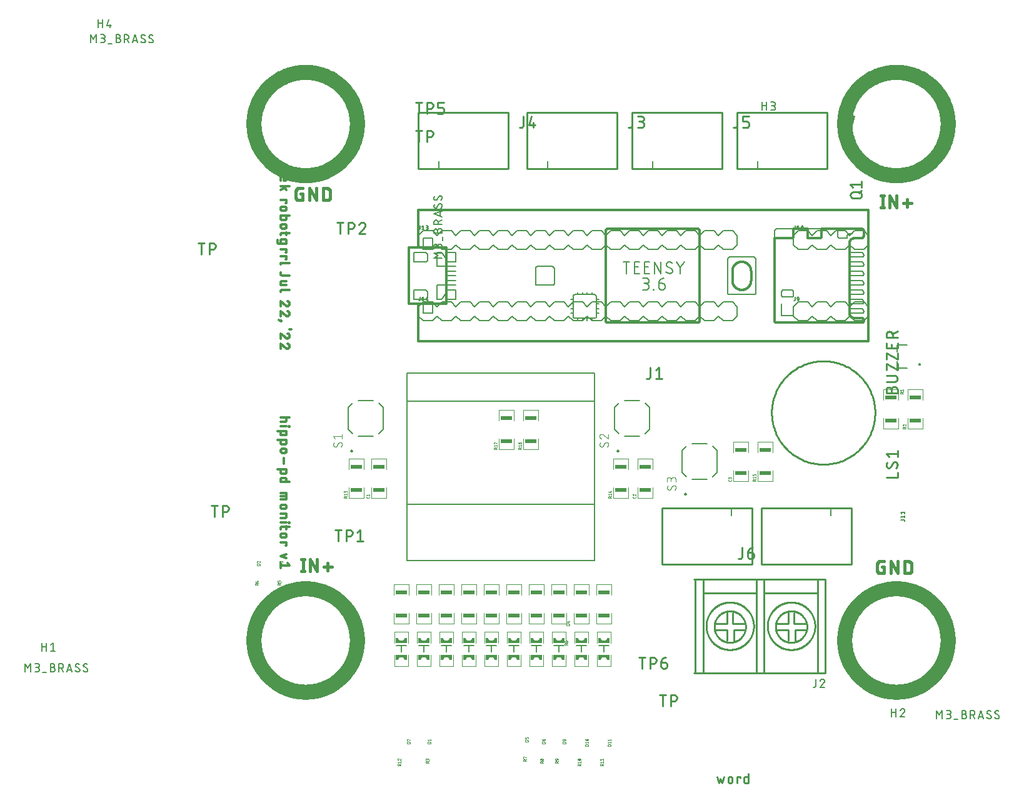
<source format=gbr>
G04 EAGLE Gerber RS-274X export*
G75*
%MOMM*%
%FSLAX34Y34*%
%LPD*%
%INSilkscreen Top*%
%IPPOS*%
%AMOC8*
5,1,8,0,0,1.08239X$1,22.5*%
G01*
%ADD10C,0.228600*%
%ADD11C,0.406400*%
%ADD12C,0.304800*%
%ADD13C,0.254000*%
%ADD14C,0.177800*%
%ADD15C,0.203200*%
%ADD16C,0.127000*%
%ADD17C,2.000000*%
%ADD18C,0.200000*%
%ADD19C,0.100000*%
%ADD20R,1.600000X0.500000*%
%ADD21R,0.100000X3.600000*%
%ADD22C,0.025400*%
%ADD23R,0.100000X1.700000*%
%ADD24C,0.101600*%

G36*
X478605Y205979D02*
X478605Y205979D01*
X478606Y205989D01*
X478607Y205994D01*
X478607Y205999D01*
X478608Y206004D01*
X478608Y206009D01*
X478609Y206014D01*
X478609Y206019D01*
X478610Y206024D01*
X478611Y206029D01*
X478613Y206049D01*
X478613Y206054D01*
X478614Y206059D01*
X478614Y206064D01*
X478615Y206069D01*
X478616Y206074D01*
X478616Y206079D01*
X478617Y206084D01*
X478619Y206109D01*
X478620Y206109D01*
X478619Y206109D01*
X478620Y206113D01*
X478620Y206114D01*
X478621Y206118D01*
X478621Y206119D01*
X478621Y206123D01*
X478622Y206128D01*
X478622Y206133D01*
X478623Y206138D01*
X478623Y206143D01*
X478626Y206163D01*
X478626Y206168D01*
X478627Y206173D01*
X478627Y206178D01*
X478628Y206183D01*
X478628Y206188D01*
X478629Y206193D01*
X478630Y206198D01*
X478632Y206223D01*
X478633Y206228D01*
X478633Y206233D01*
X478634Y206233D01*
X478633Y206233D01*
X478634Y206238D01*
X478635Y206243D01*
X478635Y206248D01*
X478636Y206253D01*
X478636Y206258D01*
X478639Y206277D01*
X478639Y206278D01*
X478639Y206282D01*
X478640Y206287D01*
X478640Y206292D01*
X478641Y206297D01*
X478641Y206302D01*
X478642Y206307D01*
X478642Y206312D01*
X478643Y206317D01*
X478645Y206337D01*
X478646Y206342D01*
X478646Y206347D01*
X478647Y206352D01*
X478647Y206357D01*
X478648Y206357D01*
X478647Y206357D01*
X478648Y206362D01*
X478649Y206367D01*
X478649Y206372D01*
X478651Y206392D01*
X478652Y206397D01*
X478653Y206402D01*
X478653Y206407D01*
X478654Y206412D01*
X478654Y206417D01*
X478655Y206422D01*
X478655Y206427D01*
X478656Y206431D01*
X478656Y206432D01*
X478658Y206451D01*
X478659Y206456D01*
X478659Y206461D01*
X478660Y206466D01*
X478660Y206471D01*
X478661Y206476D01*
X478661Y206481D01*
X478662Y206481D01*
X478661Y206481D01*
X478662Y206486D01*
X478664Y206506D01*
X478665Y206511D01*
X478665Y206516D01*
X478666Y206521D01*
X478667Y206526D01*
X478667Y206531D01*
X478668Y206536D01*
X478668Y206541D01*
X478669Y206546D01*
X478671Y206566D01*
X478672Y206571D01*
X478672Y206576D01*
X478673Y206581D01*
X478673Y206586D01*
X478674Y206590D01*
X478674Y206591D01*
X478674Y206595D01*
X478674Y206596D01*
X478675Y206600D01*
X478678Y206625D01*
X478678Y206630D01*
X478679Y206635D01*
X478679Y206640D01*
X478680Y206645D01*
X478681Y206650D01*
X478681Y206655D01*
X478682Y206660D01*
X478684Y206680D01*
X478684Y206685D01*
X478685Y206690D01*
X478686Y206695D01*
X478686Y206700D01*
X478687Y206705D01*
X478687Y206710D01*
X478688Y206715D01*
X478688Y206720D01*
X478691Y206740D01*
X478691Y206745D01*
X478692Y206749D01*
X478692Y206750D01*
X478692Y206754D01*
X478692Y206755D01*
X478693Y206759D01*
X478693Y206764D01*
X478694Y206769D01*
X478695Y206774D01*
X478697Y206794D01*
X478697Y206799D01*
X478698Y206804D01*
X478698Y206809D01*
X478699Y206814D01*
X478700Y206819D01*
X478700Y206824D01*
X478701Y206829D01*
X478701Y206834D01*
X478703Y206854D01*
X478704Y206859D01*
X478705Y206864D01*
X478705Y206869D01*
X479001Y207713D01*
X479477Y208471D01*
X480109Y209103D01*
X480867Y209579D01*
X481711Y209875D01*
X482600Y209975D01*
X483489Y209875D01*
X484333Y209579D01*
X485091Y209103D01*
X485723Y208471D01*
X486199Y207713D01*
X486495Y206869D01*
X486595Y205979D01*
X486600Y205975D01*
X490100Y205975D01*
X490105Y205979D01*
X490105Y205980D01*
X490105Y212980D01*
X490101Y212985D01*
X490100Y212985D01*
X475100Y212985D01*
X475095Y212981D01*
X475095Y212980D01*
X475095Y205980D01*
X475099Y205975D01*
X475100Y205975D01*
X478600Y205975D01*
X478605Y205979D01*
G37*
G36*
X570045Y205979D02*
X570045Y205979D01*
X570046Y205989D01*
X570047Y205994D01*
X570047Y205999D01*
X570048Y206004D01*
X570048Y206009D01*
X570049Y206014D01*
X570049Y206019D01*
X570050Y206024D01*
X570051Y206029D01*
X570053Y206049D01*
X570053Y206054D01*
X570054Y206059D01*
X570054Y206064D01*
X570055Y206069D01*
X570056Y206074D01*
X570056Y206079D01*
X570057Y206084D01*
X570059Y206109D01*
X570060Y206109D01*
X570059Y206109D01*
X570060Y206113D01*
X570060Y206114D01*
X570061Y206118D01*
X570061Y206119D01*
X570061Y206123D01*
X570062Y206128D01*
X570062Y206133D01*
X570063Y206138D01*
X570063Y206143D01*
X570066Y206163D01*
X570066Y206168D01*
X570067Y206173D01*
X570067Y206178D01*
X570068Y206183D01*
X570068Y206188D01*
X570069Y206193D01*
X570070Y206198D01*
X570072Y206223D01*
X570073Y206228D01*
X570073Y206233D01*
X570074Y206233D01*
X570073Y206233D01*
X570074Y206238D01*
X570075Y206243D01*
X570075Y206248D01*
X570076Y206253D01*
X570076Y206258D01*
X570079Y206277D01*
X570079Y206278D01*
X570079Y206282D01*
X570080Y206287D01*
X570080Y206292D01*
X570081Y206297D01*
X570081Y206302D01*
X570082Y206307D01*
X570082Y206312D01*
X570083Y206317D01*
X570085Y206337D01*
X570086Y206342D01*
X570086Y206347D01*
X570087Y206352D01*
X570087Y206357D01*
X570088Y206357D01*
X570087Y206357D01*
X570088Y206362D01*
X570089Y206367D01*
X570089Y206372D01*
X570091Y206392D01*
X570092Y206397D01*
X570093Y206402D01*
X570093Y206407D01*
X570094Y206412D01*
X570094Y206417D01*
X570095Y206422D01*
X570095Y206427D01*
X570096Y206431D01*
X570096Y206432D01*
X570098Y206451D01*
X570099Y206456D01*
X570099Y206461D01*
X570100Y206466D01*
X570100Y206471D01*
X570101Y206476D01*
X570101Y206481D01*
X570102Y206481D01*
X570101Y206481D01*
X570102Y206486D01*
X570104Y206506D01*
X570105Y206511D01*
X570105Y206516D01*
X570106Y206521D01*
X570107Y206526D01*
X570107Y206531D01*
X570108Y206536D01*
X570108Y206541D01*
X570109Y206546D01*
X570111Y206566D01*
X570112Y206571D01*
X570112Y206576D01*
X570113Y206581D01*
X570113Y206586D01*
X570114Y206590D01*
X570114Y206591D01*
X570114Y206595D01*
X570114Y206596D01*
X570115Y206600D01*
X570118Y206625D01*
X570118Y206630D01*
X570119Y206635D01*
X570119Y206640D01*
X570120Y206645D01*
X570121Y206650D01*
X570121Y206655D01*
X570122Y206660D01*
X570124Y206680D01*
X570124Y206685D01*
X570125Y206690D01*
X570126Y206695D01*
X570126Y206700D01*
X570127Y206705D01*
X570127Y206710D01*
X570128Y206715D01*
X570128Y206720D01*
X570131Y206740D01*
X570131Y206745D01*
X570132Y206749D01*
X570132Y206750D01*
X570132Y206754D01*
X570132Y206755D01*
X570133Y206759D01*
X570133Y206764D01*
X570134Y206769D01*
X570135Y206774D01*
X570137Y206794D01*
X570137Y206799D01*
X570138Y206804D01*
X570138Y206809D01*
X570139Y206814D01*
X570140Y206819D01*
X570140Y206824D01*
X570141Y206829D01*
X570141Y206834D01*
X570143Y206854D01*
X570144Y206859D01*
X570145Y206864D01*
X570145Y206869D01*
X570441Y207713D01*
X570917Y208471D01*
X571549Y209103D01*
X572307Y209579D01*
X573151Y209875D01*
X574040Y209975D01*
X574929Y209875D01*
X575773Y209579D01*
X576531Y209103D01*
X577163Y208471D01*
X577639Y207713D01*
X577935Y206869D01*
X578035Y205979D01*
X578040Y205975D01*
X581540Y205975D01*
X581545Y205979D01*
X581545Y205980D01*
X581545Y212980D01*
X581541Y212985D01*
X581540Y212985D01*
X566540Y212985D01*
X566535Y212981D01*
X566535Y212980D01*
X566535Y205980D01*
X566539Y205975D01*
X566540Y205975D01*
X570040Y205975D01*
X570045Y205979D01*
G37*
G36*
X600525Y205979D02*
X600525Y205979D01*
X600526Y205989D01*
X600527Y205994D01*
X600527Y205999D01*
X600528Y206004D01*
X600528Y206009D01*
X600529Y206014D01*
X600529Y206019D01*
X600530Y206024D01*
X600531Y206029D01*
X600533Y206049D01*
X600533Y206054D01*
X600534Y206059D01*
X600534Y206064D01*
X600535Y206069D01*
X600536Y206074D01*
X600536Y206079D01*
X600537Y206084D01*
X600539Y206109D01*
X600540Y206109D01*
X600539Y206109D01*
X600540Y206113D01*
X600540Y206114D01*
X600541Y206118D01*
X600541Y206119D01*
X600541Y206123D01*
X600542Y206128D01*
X600542Y206133D01*
X600543Y206138D01*
X600543Y206143D01*
X600546Y206163D01*
X600546Y206168D01*
X600547Y206173D01*
X600547Y206178D01*
X600548Y206183D01*
X600548Y206188D01*
X600549Y206193D01*
X600550Y206198D01*
X600552Y206223D01*
X600553Y206228D01*
X600553Y206233D01*
X600554Y206233D01*
X600553Y206233D01*
X600554Y206238D01*
X600555Y206243D01*
X600555Y206248D01*
X600556Y206253D01*
X600556Y206258D01*
X600559Y206277D01*
X600559Y206278D01*
X600559Y206282D01*
X600560Y206287D01*
X600560Y206292D01*
X600561Y206297D01*
X600561Y206302D01*
X600562Y206307D01*
X600562Y206312D01*
X600563Y206317D01*
X600565Y206337D01*
X600566Y206342D01*
X600566Y206347D01*
X600567Y206352D01*
X600567Y206357D01*
X600568Y206357D01*
X600567Y206357D01*
X600568Y206362D01*
X600569Y206367D01*
X600569Y206372D01*
X600571Y206392D01*
X600572Y206397D01*
X600573Y206402D01*
X600573Y206407D01*
X600574Y206412D01*
X600574Y206417D01*
X600575Y206422D01*
X600575Y206427D01*
X600576Y206431D01*
X600576Y206432D01*
X600578Y206451D01*
X600579Y206456D01*
X600579Y206461D01*
X600580Y206466D01*
X600580Y206471D01*
X600581Y206476D01*
X600581Y206481D01*
X600582Y206481D01*
X600581Y206481D01*
X600582Y206486D01*
X600584Y206506D01*
X600585Y206511D01*
X600585Y206516D01*
X600586Y206521D01*
X600587Y206526D01*
X600587Y206531D01*
X600588Y206536D01*
X600588Y206541D01*
X600589Y206546D01*
X600591Y206566D01*
X600592Y206571D01*
X600592Y206576D01*
X600593Y206581D01*
X600593Y206586D01*
X600594Y206590D01*
X600594Y206591D01*
X600594Y206595D01*
X600594Y206596D01*
X600595Y206600D01*
X600598Y206625D01*
X600598Y206630D01*
X600599Y206635D01*
X600599Y206640D01*
X600600Y206645D01*
X600601Y206650D01*
X600601Y206655D01*
X600602Y206660D01*
X600604Y206680D01*
X600604Y206685D01*
X600605Y206690D01*
X600606Y206695D01*
X600606Y206700D01*
X600607Y206705D01*
X600607Y206710D01*
X600608Y206715D01*
X600608Y206720D01*
X600611Y206740D01*
X600611Y206745D01*
X600612Y206749D01*
X600612Y206750D01*
X600612Y206754D01*
X600612Y206755D01*
X600613Y206759D01*
X600613Y206764D01*
X600614Y206769D01*
X600615Y206774D01*
X600617Y206794D01*
X600617Y206799D01*
X600618Y206804D01*
X600618Y206809D01*
X600619Y206814D01*
X600620Y206819D01*
X600620Y206824D01*
X600621Y206829D01*
X600621Y206834D01*
X600623Y206854D01*
X600624Y206859D01*
X600625Y206864D01*
X600625Y206869D01*
X600921Y207713D01*
X601397Y208471D01*
X602029Y209103D01*
X602787Y209579D01*
X603631Y209875D01*
X604520Y209975D01*
X605409Y209875D01*
X606253Y209579D01*
X607011Y209103D01*
X607643Y208471D01*
X608119Y207713D01*
X608415Y206869D01*
X608515Y205979D01*
X608520Y205975D01*
X612020Y205975D01*
X612025Y205979D01*
X612025Y205980D01*
X612025Y212980D01*
X612021Y212985D01*
X612020Y212985D01*
X597020Y212985D01*
X597015Y212981D01*
X597015Y212980D01*
X597015Y205980D01*
X597019Y205975D01*
X597020Y205975D01*
X600520Y205975D01*
X600525Y205979D01*
G37*
G36*
X722445Y205979D02*
X722445Y205979D01*
X722446Y205989D01*
X722447Y205994D01*
X722447Y205999D01*
X722448Y206004D01*
X722448Y206009D01*
X722449Y206014D01*
X722449Y206019D01*
X722450Y206024D01*
X722451Y206029D01*
X722453Y206049D01*
X722453Y206054D01*
X722454Y206059D01*
X722454Y206064D01*
X722455Y206069D01*
X722456Y206074D01*
X722456Y206079D01*
X722457Y206084D01*
X722459Y206109D01*
X722460Y206109D01*
X722459Y206109D01*
X722460Y206113D01*
X722460Y206114D01*
X722461Y206118D01*
X722461Y206119D01*
X722461Y206123D01*
X722462Y206128D01*
X722462Y206133D01*
X722463Y206138D01*
X722463Y206143D01*
X722466Y206163D01*
X722466Y206168D01*
X722467Y206173D01*
X722467Y206178D01*
X722468Y206183D01*
X722468Y206188D01*
X722469Y206193D01*
X722470Y206198D01*
X722472Y206223D01*
X722473Y206228D01*
X722473Y206233D01*
X722474Y206233D01*
X722473Y206233D01*
X722474Y206238D01*
X722475Y206243D01*
X722475Y206248D01*
X722476Y206253D01*
X722476Y206258D01*
X722479Y206277D01*
X722479Y206278D01*
X722479Y206282D01*
X722480Y206287D01*
X722480Y206292D01*
X722481Y206297D01*
X722481Y206302D01*
X722482Y206307D01*
X722482Y206312D01*
X722483Y206317D01*
X722485Y206337D01*
X722486Y206342D01*
X722486Y206347D01*
X722487Y206352D01*
X722487Y206357D01*
X722488Y206357D01*
X722487Y206357D01*
X722488Y206362D01*
X722489Y206367D01*
X722489Y206372D01*
X722491Y206392D01*
X722492Y206397D01*
X722493Y206402D01*
X722493Y206407D01*
X722494Y206412D01*
X722494Y206417D01*
X722495Y206422D01*
X722495Y206427D01*
X722496Y206431D01*
X722496Y206432D01*
X722498Y206451D01*
X722499Y206456D01*
X722499Y206461D01*
X722500Y206466D01*
X722500Y206471D01*
X722501Y206476D01*
X722501Y206481D01*
X722502Y206481D01*
X722501Y206481D01*
X722502Y206486D01*
X722504Y206506D01*
X722505Y206511D01*
X722505Y206516D01*
X722506Y206521D01*
X722507Y206526D01*
X722507Y206531D01*
X722508Y206536D01*
X722508Y206541D01*
X722509Y206546D01*
X722511Y206566D01*
X722512Y206571D01*
X722512Y206576D01*
X722513Y206581D01*
X722513Y206586D01*
X722514Y206590D01*
X722514Y206591D01*
X722514Y206595D01*
X722514Y206596D01*
X722515Y206600D01*
X722518Y206625D01*
X722518Y206630D01*
X722519Y206635D01*
X722519Y206640D01*
X722520Y206645D01*
X722521Y206650D01*
X722521Y206655D01*
X722522Y206660D01*
X722524Y206680D01*
X722524Y206685D01*
X722525Y206690D01*
X722526Y206695D01*
X722526Y206700D01*
X722527Y206705D01*
X722527Y206710D01*
X722528Y206715D01*
X722528Y206720D01*
X722531Y206740D01*
X722531Y206745D01*
X722532Y206749D01*
X722532Y206750D01*
X722532Y206754D01*
X722532Y206755D01*
X722533Y206759D01*
X722533Y206764D01*
X722534Y206769D01*
X722535Y206774D01*
X722537Y206794D01*
X722537Y206799D01*
X722538Y206804D01*
X722538Y206809D01*
X722539Y206814D01*
X722540Y206819D01*
X722540Y206824D01*
X722541Y206829D01*
X722541Y206834D01*
X722543Y206854D01*
X722544Y206859D01*
X722545Y206864D01*
X722545Y206869D01*
X722841Y207713D01*
X723317Y208471D01*
X723949Y209103D01*
X724707Y209579D01*
X725551Y209875D01*
X726440Y209975D01*
X727329Y209875D01*
X728173Y209579D01*
X728931Y209103D01*
X729563Y208471D01*
X730039Y207713D01*
X730335Y206869D01*
X730435Y205979D01*
X730440Y205975D01*
X733940Y205975D01*
X733945Y205979D01*
X733945Y205980D01*
X733945Y212980D01*
X733941Y212985D01*
X733940Y212985D01*
X718940Y212985D01*
X718935Y212981D01*
X718935Y212980D01*
X718935Y205980D01*
X718939Y205975D01*
X718940Y205975D01*
X722440Y205975D01*
X722445Y205979D01*
G37*
G36*
X509085Y205979D02*
X509085Y205979D01*
X509086Y205989D01*
X509087Y205994D01*
X509087Y205999D01*
X509088Y206004D01*
X509088Y206009D01*
X509089Y206014D01*
X509089Y206019D01*
X509090Y206024D01*
X509091Y206029D01*
X509093Y206049D01*
X509093Y206054D01*
X509094Y206059D01*
X509094Y206064D01*
X509095Y206069D01*
X509096Y206074D01*
X509096Y206079D01*
X509097Y206084D01*
X509099Y206109D01*
X509100Y206109D01*
X509099Y206109D01*
X509100Y206113D01*
X509100Y206114D01*
X509101Y206118D01*
X509101Y206119D01*
X509101Y206123D01*
X509102Y206128D01*
X509102Y206133D01*
X509103Y206138D01*
X509103Y206143D01*
X509106Y206163D01*
X509106Y206168D01*
X509107Y206173D01*
X509107Y206178D01*
X509108Y206183D01*
X509108Y206188D01*
X509109Y206193D01*
X509110Y206198D01*
X509112Y206223D01*
X509113Y206228D01*
X509113Y206233D01*
X509114Y206233D01*
X509113Y206233D01*
X509114Y206238D01*
X509115Y206243D01*
X509115Y206248D01*
X509116Y206253D01*
X509116Y206258D01*
X509119Y206277D01*
X509119Y206278D01*
X509119Y206282D01*
X509120Y206287D01*
X509120Y206292D01*
X509121Y206297D01*
X509121Y206302D01*
X509122Y206307D01*
X509122Y206312D01*
X509123Y206317D01*
X509125Y206337D01*
X509126Y206342D01*
X509126Y206347D01*
X509127Y206352D01*
X509127Y206357D01*
X509128Y206357D01*
X509127Y206357D01*
X509128Y206362D01*
X509129Y206367D01*
X509129Y206372D01*
X509131Y206392D01*
X509132Y206397D01*
X509133Y206402D01*
X509133Y206407D01*
X509134Y206412D01*
X509134Y206417D01*
X509135Y206422D01*
X509135Y206427D01*
X509136Y206431D01*
X509136Y206432D01*
X509138Y206451D01*
X509139Y206456D01*
X509139Y206461D01*
X509140Y206466D01*
X509140Y206471D01*
X509141Y206476D01*
X509141Y206481D01*
X509142Y206481D01*
X509141Y206481D01*
X509142Y206486D01*
X509144Y206506D01*
X509145Y206511D01*
X509145Y206516D01*
X509146Y206521D01*
X509147Y206526D01*
X509147Y206531D01*
X509148Y206536D01*
X509148Y206541D01*
X509149Y206546D01*
X509151Y206566D01*
X509152Y206571D01*
X509152Y206576D01*
X509153Y206581D01*
X509153Y206586D01*
X509154Y206590D01*
X509154Y206591D01*
X509154Y206595D01*
X509154Y206596D01*
X509155Y206600D01*
X509158Y206625D01*
X509158Y206630D01*
X509159Y206635D01*
X509159Y206640D01*
X509160Y206645D01*
X509161Y206650D01*
X509161Y206655D01*
X509162Y206660D01*
X509164Y206680D01*
X509164Y206685D01*
X509165Y206690D01*
X509166Y206695D01*
X509166Y206700D01*
X509167Y206705D01*
X509167Y206710D01*
X509168Y206715D01*
X509168Y206720D01*
X509171Y206740D01*
X509171Y206745D01*
X509172Y206749D01*
X509172Y206750D01*
X509172Y206754D01*
X509172Y206755D01*
X509173Y206759D01*
X509173Y206764D01*
X509174Y206769D01*
X509175Y206774D01*
X509177Y206794D01*
X509177Y206799D01*
X509178Y206804D01*
X509178Y206809D01*
X509179Y206814D01*
X509180Y206819D01*
X509180Y206824D01*
X509181Y206829D01*
X509181Y206834D01*
X509183Y206854D01*
X509184Y206859D01*
X509185Y206864D01*
X509185Y206869D01*
X509481Y207713D01*
X509957Y208471D01*
X510589Y209103D01*
X511347Y209579D01*
X512191Y209875D01*
X513080Y209975D01*
X513969Y209875D01*
X514813Y209579D01*
X515571Y209103D01*
X516203Y208471D01*
X516679Y207713D01*
X516975Y206869D01*
X517075Y205979D01*
X517080Y205975D01*
X520580Y205975D01*
X520585Y205979D01*
X520585Y205980D01*
X520585Y212980D01*
X520581Y212985D01*
X520580Y212985D01*
X505580Y212985D01*
X505575Y212981D01*
X505575Y212980D01*
X505575Y205980D01*
X505579Y205975D01*
X505580Y205975D01*
X509080Y205975D01*
X509085Y205979D01*
G37*
G36*
X539565Y205979D02*
X539565Y205979D01*
X539566Y205989D01*
X539567Y205994D01*
X539567Y205999D01*
X539568Y206004D01*
X539568Y206009D01*
X539569Y206014D01*
X539569Y206019D01*
X539570Y206024D01*
X539571Y206029D01*
X539573Y206049D01*
X539573Y206054D01*
X539574Y206059D01*
X539574Y206064D01*
X539575Y206069D01*
X539576Y206074D01*
X539576Y206079D01*
X539577Y206084D01*
X539579Y206109D01*
X539580Y206109D01*
X539579Y206109D01*
X539580Y206113D01*
X539580Y206114D01*
X539581Y206118D01*
X539581Y206119D01*
X539581Y206123D01*
X539582Y206128D01*
X539582Y206133D01*
X539583Y206138D01*
X539583Y206143D01*
X539586Y206163D01*
X539586Y206168D01*
X539587Y206173D01*
X539587Y206178D01*
X539588Y206183D01*
X539588Y206188D01*
X539589Y206193D01*
X539590Y206198D01*
X539592Y206223D01*
X539593Y206228D01*
X539593Y206233D01*
X539594Y206233D01*
X539593Y206233D01*
X539594Y206238D01*
X539595Y206243D01*
X539595Y206248D01*
X539596Y206253D01*
X539596Y206258D01*
X539599Y206277D01*
X539599Y206278D01*
X539599Y206282D01*
X539600Y206287D01*
X539600Y206292D01*
X539601Y206297D01*
X539601Y206302D01*
X539602Y206307D01*
X539602Y206312D01*
X539603Y206317D01*
X539605Y206337D01*
X539606Y206342D01*
X539606Y206347D01*
X539607Y206352D01*
X539607Y206357D01*
X539608Y206357D01*
X539607Y206357D01*
X539608Y206362D01*
X539609Y206367D01*
X539609Y206372D01*
X539611Y206392D01*
X539612Y206397D01*
X539613Y206402D01*
X539613Y206407D01*
X539614Y206412D01*
X539614Y206417D01*
X539615Y206422D01*
X539615Y206427D01*
X539616Y206431D01*
X539616Y206432D01*
X539618Y206451D01*
X539619Y206456D01*
X539619Y206461D01*
X539620Y206466D01*
X539620Y206471D01*
X539621Y206476D01*
X539621Y206481D01*
X539622Y206481D01*
X539621Y206481D01*
X539622Y206486D01*
X539624Y206506D01*
X539625Y206511D01*
X539625Y206516D01*
X539626Y206521D01*
X539627Y206526D01*
X539627Y206531D01*
X539628Y206536D01*
X539628Y206541D01*
X539629Y206546D01*
X539631Y206566D01*
X539632Y206571D01*
X539632Y206576D01*
X539633Y206581D01*
X539633Y206586D01*
X539634Y206590D01*
X539634Y206591D01*
X539634Y206595D01*
X539634Y206596D01*
X539635Y206600D01*
X539638Y206625D01*
X539638Y206630D01*
X539639Y206635D01*
X539639Y206640D01*
X539640Y206645D01*
X539641Y206650D01*
X539641Y206655D01*
X539642Y206660D01*
X539644Y206680D01*
X539644Y206685D01*
X539645Y206690D01*
X539646Y206695D01*
X539646Y206700D01*
X539647Y206705D01*
X539647Y206710D01*
X539648Y206715D01*
X539648Y206720D01*
X539651Y206740D01*
X539651Y206745D01*
X539652Y206749D01*
X539652Y206750D01*
X539652Y206754D01*
X539652Y206755D01*
X539653Y206759D01*
X539653Y206764D01*
X539654Y206769D01*
X539655Y206774D01*
X539657Y206794D01*
X539657Y206799D01*
X539658Y206804D01*
X539658Y206809D01*
X539659Y206814D01*
X539660Y206819D01*
X539660Y206824D01*
X539661Y206829D01*
X539661Y206834D01*
X539663Y206854D01*
X539664Y206859D01*
X539665Y206864D01*
X539665Y206869D01*
X539961Y207713D01*
X540437Y208471D01*
X541069Y209103D01*
X541827Y209579D01*
X542671Y209875D01*
X543560Y209975D01*
X544449Y209875D01*
X545293Y209579D01*
X546051Y209103D01*
X546683Y208471D01*
X547159Y207713D01*
X547455Y206869D01*
X547555Y205979D01*
X547560Y205975D01*
X551060Y205975D01*
X551065Y205979D01*
X551065Y205980D01*
X551065Y212980D01*
X551061Y212985D01*
X551060Y212985D01*
X536060Y212985D01*
X536055Y212981D01*
X536055Y212980D01*
X536055Y205980D01*
X536059Y205975D01*
X536060Y205975D01*
X539560Y205975D01*
X539565Y205979D01*
G37*
G36*
X448125Y205979D02*
X448125Y205979D01*
X448126Y205989D01*
X448127Y205994D01*
X448127Y205999D01*
X448128Y206004D01*
X448128Y206009D01*
X448129Y206014D01*
X448129Y206019D01*
X448130Y206024D01*
X448131Y206029D01*
X448133Y206049D01*
X448133Y206054D01*
X448134Y206059D01*
X448134Y206064D01*
X448135Y206069D01*
X448136Y206074D01*
X448136Y206079D01*
X448137Y206084D01*
X448139Y206109D01*
X448140Y206109D01*
X448139Y206109D01*
X448140Y206113D01*
X448140Y206114D01*
X448141Y206118D01*
X448141Y206119D01*
X448141Y206123D01*
X448142Y206128D01*
X448142Y206133D01*
X448143Y206138D01*
X448143Y206143D01*
X448146Y206163D01*
X448146Y206168D01*
X448147Y206173D01*
X448147Y206178D01*
X448148Y206183D01*
X448148Y206188D01*
X448149Y206193D01*
X448150Y206198D01*
X448152Y206223D01*
X448153Y206228D01*
X448153Y206233D01*
X448154Y206233D01*
X448153Y206233D01*
X448154Y206238D01*
X448155Y206243D01*
X448155Y206248D01*
X448156Y206253D01*
X448156Y206258D01*
X448159Y206277D01*
X448159Y206278D01*
X448159Y206282D01*
X448160Y206287D01*
X448160Y206292D01*
X448161Y206297D01*
X448161Y206302D01*
X448162Y206307D01*
X448162Y206312D01*
X448163Y206317D01*
X448165Y206337D01*
X448166Y206342D01*
X448166Y206347D01*
X448167Y206352D01*
X448167Y206357D01*
X448168Y206357D01*
X448167Y206357D01*
X448168Y206362D01*
X448169Y206367D01*
X448169Y206372D01*
X448171Y206392D01*
X448172Y206397D01*
X448173Y206402D01*
X448173Y206407D01*
X448174Y206412D01*
X448174Y206417D01*
X448175Y206422D01*
X448175Y206427D01*
X448176Y206431D01*
X448176Y206432D01*
X448178Y206451D01*
X448179Y206456D01*
X448179Y206461D01*
X448180Y206466D01*
X448180Y206471D01*
X448181Y206476D01*
X448181Y206481D01*
X448182Y206481D01*
X448181Y206481D01*
X448182Y206486D01*
X448184Y206506D01*
X448185Y206511D01*
X448185Y206516D01*
X448186Y206521D01*
X448187Y206526D01*
X448187Y206531D01*
X448188Y206536D01*
X448188Y206541D01*
X448189Y206546D01*
X448191Y206566D01*
X448192Y206571D01*
X448192Y206576D01*
X448193Y206581D01*
X448193Y206586D01*
X448194Y206590D01*
X448194Y206591D01*
X448194Y206595D01*
X448194Y206596D01*
X448195Y206600D01*
X448198Y206625D01*
X448198Y206630D01*
X448199Y206635D01*
X448199Y206640D01*
X448200Y206645D01*
X448201Y206650D01*
X448201Y206655D01*
X448202Y206660D01*
X448204Y206680D01*
X448204Y206685D01*
X448205Y206690D01*
X448206Y206695D01*
X448206Y206700D01*
X448207Y206705D01*
X448207Y206710D01*
X448208Y206715D01*
X448208Y206720D01*
X448211Y206740D01*
X448211Y206745D01*
X448212Y206749D01*
X448212Y206750D01*
X448212Y206754D01*
X448212Y206755D01*
X448213Y206759D01*
X448213Y206764D01*
X448214Y206769D01*
X448215Y206774D01*
X448217Y206794D01*
X448217Y206799D01*
X448218Y206804D01*
X448218Y206809D01*
X448219Y206814D01*
X448220Y206819D01*
X448220Y206824D01*
X448221Y206829D01*
X448221Y206834D01*
X448223Y206854D01*
X448224Y206859D01*
X448225Y206864D01*
X448225Y206869D01*
X448521Y207713D01*
X448997Y208471D01*
X449629Y209103D01*
X450387Y209579D01*
X451231Y209875D01*
X452120Y209975D01*
X453009Y209875D01*
X453853Y209579D01*
X454611Y209103D01*
X455243Y208471D01*
X455719Y207713D01*
X456015Y206869D01*
X456115Y205979D01*
X456120Y205975D01*
X459620Y205975D01*
X459625Y205979D01*
X459625Y205980D01*
X459625Y212980D01*
X459621Y212985D01*
X459620Y212985D01*
X444620Y212985D01*
X444615Y212981D01*
X444615Y212980D01*
X444615Y205980D01*
X444619Y205975D01*
X444620Y205975D01*
X448120Y205975D01*
X448125Y205979D01*
G37*
G36*
X691965Y205979D02*
X691965Y205979D01*
X691966Y205989D01*
X691967Y205994D01*
X691967Y205999D01*
X691968Y206004D01*
X691968Y206009D01*
X691969Y206014D01*
X691969Y206019D01*
X691970Y206024D01*
X691971Y206029D01*
X691973Y206049D01*
X691973Y206054D01*
X691974Y206059D01*
X691974Y206064D01*
X691975Y206069D01*
X691976Y206074D01*
X691976Y206079D01*
X691977Y206084D01*
X691979Y206109D01*
X691980Y206109D01*
X691979Y206109D01*
X691980Y206113D01*
X691980Y206114D01*
X691981Y206118D01*
X691981Y206119D01*
X691981Y206123D01*
X691982Y206128D01*
X691982Y206133D01*
X691983Y206138D01*
X691983Y206143D01*
X691986Y206163D01*
X691986Y206168D01*
X691987Y206173D01*
X691987Y206178D01*
X691988Y206183D01*
X691988Y206188D01*
X691989Y206193D01*
X691990Y206198D01*
X691992Y206223D01*
X691993Y206228D01*
X691993Y206233D01*
X691994Y206233D01*
X691993Y206233D01*
X691994Y206238D01*
X691995Y206243D01*
X691995Y206248D01*
X691996Y206253D01*
X691996Y206258D01*
X691999Y206277D01*
X691999Y206278D01*
X691999Y206282D01*
X692000Y206287D01*
X692000Y206292D01*
X692001Y206297D01*
X692001Y206302D01*
X692002Y206307D01*
X692002Y206312D01*
X692003Y206317D01*
X692005Y206337D01*
X692006Y206342D01*
X692006Y206347D01*
X692007Y206352D01*
X692007Y206357D01*
X692008Y206357D01*
X692007Y206357D01*
X692008Y206362D01*
X692009Y206367D01*
X692009Y206372D01*
X692011Y206392D01*
X692012Y206397D01*
X692013Y206402D01*
X692013Y206407D01*
X692014Y206412D01*
X692014Y206417D01*
X692015Y206422D01*
X692015Y206427D01*
X692016Y206431D01*
X692016Y206432D01*
X692018Y206451D01*
X692019Y206456D01*
X692019Y206461D01*
X692020Y206466D01*
X692020Y206471D01*
X692021Y206476D01*
X692021Y206481D01*
X692022Y206481D01*
X692021Y206481D01*
X692022Y206486D01*
X692024Y206506D01*
X692025Y206511D01*
X692025Y206516D01*
X692026Y206521D01*
X692027Y206526D01*
X692027Y206531D01*
X692028Y206536D01*
X692028Y206541D01*
X692029Y206546D01*
X692031Y206566D01*
X692032Y206571D01*
X692032Y206576D01*
X692033Y206581D01*
X692033Y206586D01*
X692034Y206590D01*
X692034Y206591D01*
X692034Y206595D01*
X692034Y206596D01*
X692035Y206600D01*
X692038Y206625D01*
X692038Y206630D01*
X692039Y206635D01*
X692039Y206640D01*
X692040Y206645D01*
X692041Y206650D01*
X692041Y206655D01*
X692042Y206660D01*
X692044Y206680D01*
X692044Y206685D01*
X692045Y206690D01*
X692046Y206695D01*
X692046Y206700D01*
X692047Y206705D01*
X692047Y206710D01*
X692048Y206715D01*
X692048Y206720D01*
X692051Y206740D01*
X692051Y206745D01*
X692052Y206749D01*
X692052Y206750D01*
X692052Y206754D01*
X692052Y206755D01*
X692053Y206759D01*
X692053Y206764D01*
X692054Y206769D01*
X692055Y206774D01*
X692057Y206794D01*
X692057Y206799D01*
X692058Y206804D01*
X692058Y206809D01*
X692059Y206814D01*
X692060Y206819D01*
X692060Y206824D01*
X692061Y206829D01*
X692061Y206834D01*
X692063Y206854D01*
X692064Y206859D01*
X692065Y206864D01*
X692065Y206869D01*
X692361Y207713D01*
X692837Y208471D01*
X693469Y209103D01*
X694227Y209579D01*
X695071Y209875D01*
X695960Y209975D01*
X696849Y209875D01*
X697693Y209579D01*
X698451Y209103D01*
X699083Y208471D01*
X699559Y207713D01*
X699855Y206869D01*
X699955Y205979D01*
X699960Y205975D01*
X703460Y205975D01*
X703465Y205979D01*
X703465Y205980D01*
X703465Y212980D01*
X703461Y212985D01*
X703460Y212985D01*
X688460Y212985D01*
X688455Y212981D01*
X688455Y212980D01*
X688455Y205980D01*
X688459Y205975D01*
X688460Y205975D01*
X691960Y205975D01*
X691965Y205979D01*
G37*
G36*
X661485Y205979D02*
X661485Y205979D01*
X661486Y205989D01*
X661487Y205994D01*
X661487Y205999D01*
X661488Y206004D01*
X661488Y206009D01*
X661489Y206014D01*
X661489Y206019D01*
X661490Y206024D01*
X661491Y206029D01*
X661493Y206049D01*
X661493Y206054D01*
X661494Y206059D01*
X661494Y206064D01*
X661495Y206069D01*
X661496Y206074D01*
X661496Y206079D01*
X661497Y206084D01*
X661499Y206109D01*
X661500Y206109D01*
X661499Y206109D01*
X661500Y206113D01*
X661500Y206114D01*
X661501Y206118D01*
X661501Y206119D01*
X661501Y206123D01*
X661502Y206128D01*
X661502Y206133D01*
X661503Y206138D01*
X661503Y206143D01*
X661506Y206163D01*
X661506Y206168D01*
X661507Y206173D01*
X661507Y206178D01*
X661508Y206183D01*
X661508Y206188D01*
X661509Y206193D01*
X661510Y206198D01*
X661512Y206223D01*
X661513Y206228D01*
X661513Y206233D01*
X661514Y206233D01*
X661513Y206233D01*
X661514Y206238D01*
X661515Y206243D01*
X661515Y206248D01*
X661516Y206253D01*
X661516Y206258D01*
X661519Y206277D01*
X661519Y206278D01*
X661519Y206282D01*
X661520Y206287D01*
X661520Y206292D01*
X661521Y206297D01*
X661521Y206302D01*
X661522Y206307D01*
X661522Y206312D01*
X661523Y206317D01*
X661525Y206337D01*
X661526Y206342D01*
X661526Y206347D01*
X661527Y206352D01*
X661527Y206357D01*
X661528Y206357D01*
X661527Y206357D01*
X661528Y206362D01*
X661529Y206367D01*
X661529Y206372D01*
X661531Y206392D01*
X661532Y206397D01*
X661533Y206402D01*
X661533Y206407D01*
X661534Y206412D01*
X661534Y206417D01*
X661535Y206422D01*
X661535Y206427D01*
X661536Y206431D01*
X661536Y206432D01*
X661538Y206451D01*
X661539Y206456D01*
X661539Y206461D01*
X661540Y206466D01*
X661540Y206471D01*
X661541Y206476D01*
X661541Y206481D01*
X661542Y206481D01*
X661541Y206481D01*
X661542Y206486D01*
X661544Y206506D01*
X661545Y206511D01*
X661545Y206516D01*
X661546Y206521D01*
X661547Y206526D01*
X661547Y206531D01*
X661548Y206536D01*
X661548Y206541D01*
X661549Y206546D01*
X661551Y206566D01*
X661552Y206571D01*
X661552Y206576D01*
X661553Y206581D01*
X661553Y206586D01*
X661554Y206590D01*
X661554Y206591D01*
X661554Y206595D01*
X661554Y206596D01*
X661555Y206600D01*
X661558Y206625D01*
X661558Y206630D01*
X661559Y206635D01*
X661559Y206640D01*
X661560Y206645D01*
X661561Y206650D01*
X661561Y206655D01*
X661562Y206660D01*
X661564Y206680D01*
X661564Y206685D01*
X661565Y206690D01*
X661566Y206695D01*
X661566Y206700D01*
X661567Y206705D01*
X661567Y206710D01*
X661568Y206715D01*
X661568Y206720D01*
X661571Y206740D01*
X661571Y206745D01*
X661572Y206749D01*
X661572Y206750D01*
X661572Y206754D01*
X661572Y206755D01*
X661573Y206759D01*
X661573Y206764D01*
X661574Y206769D01*
X661575Y206774D01*
X661577Y206794D01*
X661577Y206799D01*
X661578Y206804D01*
X661578Y206809D01*
X661579Y206814D01*
X661580Y206819D01*
X661580Y206824D01*
X661581Y206829D01*
X661581Y206834D01*
X661583Y206854D01*
X661584Y206859D01*
X661585Y206864D01*
X661585Y206869D01*
X661881Y207713D01*
X662357Y208471D01*
X662989Y209103D01*
X663747Y209579D01*
X664591Y209875D01*
X665480Y209975D01*
X666369Y209875D01*
X667213Y209579D01*
X667971Y209103D01*
X668603Y208471D01*
X669079Y207713D01*
X669375Y206869D01*
X669475Y205979D01*
X669480Y205975D01*
X672980Y205975D01*
X672985Y205979D01*
X672985Y205980D01*
X672985Y212980D01*
X672981Y212985D01*
X672980Y212985D01*
X657980Y212985D01*
X657975Y212981D01*
X657975Y212980D01*
X657975Y205980D01*
X657979Y205975D01*
X657980Y205975D01*
X661480Y205975D01*
X661485Y205979D01*
G37*
G36*
X631005Y205979D02*
X631005Y205979D01*
X631006Y205989D01*
X631007Y205994D01*
X631007Y205999D01*
X631008Y206004D01*
X631008Y206009D01*
X631009Y206014D01*
X631009Y206019D01*
X631010Y206024D01*
X631011Y206029D01*
X631013Y206049D01*
X631013Y206054D01*
X631014Y206059D01*
X631014Y206064D01*
X631015Y206069D01*
X631016Y206074D01*
X631016Y206079D01*
X631017Y206084D01*
X631019Y206109D01*
X631020Y206109D01*
X631019Y206109D01*
X631020Y206113D01*
X631020Y206114D01*
X631021Y206118D01*
X631021Y206119D01*
X631021Y206123D01*
X631022Y206128D01*
X631022Y206133D01*
X631023Y206138D01*
X631023Y206143D01*
X631026Y206163D01*
X631026Y206168D01*
X631027Y206173D01*
X631027Y206178D01*
X631028Y206183D01*
X631028Y206188D01*
X631029Y206193D01*
X631030Y206198D01*
X631032Y206223D01*
X631033Y206228D01*
X631033Y206233D01*
X631034Y206233D01*
X631033Y206233D01*
X631034Y206238D01*
X631035Y206243D01*
X631035Y206248D01*
X631036Y206253D01*
X631036Y206258D01*
X631039Y206277D01*
X631039Y206278D01*
X631039Y206282D01*
X631040Y206287D01*
X631040Y206292D01*
X631041Y206297D01*
X631041Y206302D01*
X631042Y206307D01*
X631042Y206312D01*
X631043Y206317D01*
X631045Y206337D01*
X631046Y206342D01*
X631046Y206347D01*
X631047Y206352D01*
X631047Y206357D01*
X631048Y206357D01*
X631047Y206357D01*
X631048Y206362D01*
X631049Y206367D01*
X631049Y206372D01*
X631051Y206392D01*
X631052Y206397D01*
X631053Y206402D01*
X631053Y206407D01*
X631054Y206412D01*
X631054Y206417D01*
X631055Y206422D01*
X631055Y206427D01*
X631056Y206431D01*
X631056Y206432D01*
X631058Y206451D01*
X631059Y206456D01*
X631059Y206461D01*
X631060Y206466D01*
X631060Y206471D01*
X631061Y206476D01*
X631061Y206481D01*
X631062Y206481D01*
X631061Y206481D01*
X631062Y206486D01*
X631064Y206506D01*
X631065Y206511D01*
X631065Y206516D01*
X631066Y206521D01*
X631067Y206526D01*
X631067Y206531D01*
X631068Y206536D01*
X631068Y206541D01*
X631069Y206546D01*
X631071Y206566D01*
X631072Y206571D01*
X631072Y206576D01*
X631073Y206581D01*
X631073Y206586D01*
X631074Y206590D01*
X631074Y206591D01*
X631074Y206595D01*
X631074Y206596D01*
X631075Y206600D01*
X631078Y206625D01*
X631078Y206630D01*
X631079Y206635D01*
X631079Y206640D01*
X631080Y206645D01*
X631081Y206650D01*
X631081Y206655D01*
X631082Y206660D01*
X631084Y206680D01*
X631084Y206685D01*
X631085Y206690D01*
X631086Y206695D01*
X631086Y206700D01*
X631087Y206705D01*
X631087Y206710D01*
X631088Y206715D01*
X631088Y206720D01*
X631091Y206740D01*
X631091Y206745D01*
X631092Y206749D01*
X631092Y206750D01*
X631092Y206754D01*
X631092Y206755D01*
X631093Y206759D01*
X631093Y206764D01*
X631094Y206769D01*
X631095Y206774D01*
X631097Y206794D01*
X631097Y206799D01*
X631098Y206804D01*
X631098Y206809D01*
X631099Y206814D01*
X631100Y206819D01*
X631100Y206824D01*
X631101Y206829D01*
X631101Y206834D01*
X631103Y206854D01*
X631104Y206859D01*
X631105Y206864D01*
X631105Y206869D01*
X631401Y207713D01*
X631877Y208471D01*
X632509Y209103D01*
X633267Y209579D01*
X634111Y209875D01*
X635000Y209975D01*
X635889Y209875D01*
X636733Y209579D01*
X637491Y209103D01*
X638123Y208471D01*
X638599Y207713D01*
X638895Y206869D01*
X638995Y205979D01*
X639000Y205975D01*
X642500Y205975D01*
X642505Y205979D01*
X642505Y205980D01*
X642505Y212980D01*
X642501Y212985D01*
X642500Y212985D01*
X627500Y212985D01*
X627495Y212981D01*
X627495Y212980D01*
X627495Y205980D01*
X627499Y205975D01*
X627500Y205975D01*
X631000Y205975D01*
X631005Y205979D01*
G37*
G36*
X672985Y228979D02*
X672985Y228979D01*
X672985Y228980D01*
X672985Y235980D01*
X672981Y235985D01*
X672980Y235985D01*
X669480Y235985D01*
X669475Y235981D01*
X669475Y235977D01*
X669474Y235972D01*
X669474Y235967D01*
X669473Y235967D01*
X669474Y235967D01*
X669473Y235962D01*
X669472Y235957D01*
X669472Y235952D01*
X669471Y235947D01*
X669469Y235927D01*
X669468Y235922D01*
X669468Y235917D01*
X669467Y235912D01*
X669467Y235907D01*
X669466Y235902D01*
X669466Y235897D01*
X669465Y235892D01*
X669463Y235872D01*
X669462Y235867D01*
X669462Y235862D01*
X669461Y235857D01*
X669461Y235852D01*
X669460Y235847D01*
X669460Y235842D01*
X669459Y235842D01*
X669460Y235842D01*
X669459Y235838D01*
X669459Y235837D01*
X669458Y235833D01*
X669458Y235832D01*
X669456Y235813D01*
X669456Y235808D01*
X669455Y235803D01*
X669454Y235798D01*
X669454Y235793D01*
X669453Y235788D01*
X669453Y235783D01*
X669452Y235778D01*
X669449Y235753D01*
X669449Y235748D01*
X669448Y235743D01*
X669448Y235738D01*
X669447Y235733D01*
X669447Y235728D01*
X669446Y235723D01*
X669446Y235718D01*
X669445Y235718D01*
X669446Y235718D01*
X669443Y235698D01*
X669443Y235693D01*
X669442Y235688D01*
X669442Y235683D01*
X669441Y235679D01*
X669441Y235678D01*
X669440Y235674D01*
X669440Y235673D01*
X669440Y235669D01*
X669439Y235664D01*
X669437Y235639D01*
X669436Y235634D01*
X669435Y235629D01*
X669435Y235624D01*
X669434Y235619D01*
X669434Y235614D01*
X669433Y235609D01*
X669433Y235604D01*
X669430Y235584D01*
X669430Y235579D01*
X669429Y235574D01*
X669429Y235569D01*
X669428Y235564D01*
X669428Y235559D01*
X669427Y235554D01*
X669426Y235549D01*
X669426Y235544D01*
X669424Y235524D01*
X669423Y235520D01*
X669423Y235519D01*
X669423Y235515D01*
X669423Y235514D01*
X669422Y235510D01*
X669421Y235505D01*
X669421Y235500D01*
X669420Y235495D01*
X669420Y235490D01*
X669418Y235470D01*
X669417Y235465D01*
X669416Y235460D01*
X669416Y235455D01*
X669415Y235450D01*
X669415Y235445D01*
X669414Y235440D01*
X669414Y235435D01*
X669413Y235430D01*
X669411Y235410D01*
X669410Y235405D01*
X669410Y235400D01*
X669409Y235395D01*
X669409Y235390D01*
X669408Y235385D01*
X669407Y235380D01*
X669407Y235375D01*
X669405Y235356D01*
X669405Y235355D01*
X669404Y235351D01*
X669404Y235346D01*
X669403Y235341D01*
X669402Y235336D01*
X669402Y235331D01*
X669401Y235326D01*
X669401Y235321D01*
X669400Y235316D01*
X669398Y235296D01*
X669397Y235291D01*
X669397Y235286D01*
X669396Y235281D01*
X669396Y235276D01*
X669395Y235271D01*
X669395Y235266D01*
X669394Y235261D01*
X669391Y235236D01*
X669391Y235231D01*
X669390Y235226D01*
X669390Y235221D01*
X669389Y235216D01*
X669388Y235211D01*
X669388Y235206D01*
X669387Y235202D01*
X669387Y235201D01*
X669385Y235182D01*
X669385Y235177D01*
X669384Y235177D01*
X669385Y235177D01*
X669384Y235172D01*
X669383Y235167D01*
X669383Y235162D01*
X669382Y235157D01*
X669382Y235152D01*
X669381Y235147D01*
X669381Y235142D01*
X669378Y235122D01*
X669378Y235117D01*
X669377Y235112D01*
X669377Y235107D01*
X669376Y235102D01*
X669376Y235097D01*
X669375Y235092D01*
X669375Y235091D01*
X669079Y234247D01*
X668603Y233489D01*
X667971Y232857D01*
X667213Y232381D01*
X666369Y232085D01*
X666328Y232081D01*
X666151Y232061D01*
X665843Y232026D01*
X665666Y232006D01*
X665534Y231991D01*
X665480Y231985D01*
X664591Y232085D01*
X663747Y232381D01*
X662989Y232857D01*
X662357Y233489D01*
X661881Y234247D01*
X661585Y235091D01*
X661485Y235981D01*
X661480Y235985D01*
X657980Y235985D01*
X657975Y235981D01*
X657975Y235980D01*
X657975Y228980D01*
X657979Y228975D01*
X657980Y228975D01*
X672980Y228975D01*
X672985Y228979D01*
G37*
G36*
X520585Y228979D02*
X520585Y228979D01*
X520585Y228980D01*
X520585Y235980D01*
X520581Y235985D01*
X520580Y235985D01*
X517080Y235985D01*
X517075Y235981D01*
X517075Y235977D01*
X517074Y235972D01*
X517074Y235967D01*
X517073Y235967D01*
X517074Y235967D01*
X517073Y235962D01*
X517072Y235957D01*
X517072Y235952D01*
X517071Y235947D01*
X517069Y235927D01*
X517068Y235922D01*
X517068Y235917D01*
X517067Y235912D01*
X517067Y235907D01*
X517066Y235902D01*
X517066Y235897D01*
X517065Y235892D01*
X517063Y235872D01*
X517062Y235867D01*
X517062Y235862D01*
X517061Y235857D01*
X517061Y235852D01*
X517060Y235847D01*
X517060Y235842D01*
X517059Y235842D01*
X517060Y235842D01*
X517059Y235838D01*
X517059Y235837D01*
X517058Y235833D01*
X517058Y235832D01*
X517056Y235813D01*
X517056Y235808D01*
X517055Y235803D01*
X517054Y235798D01*
X517054Y235793D01*
X517053Y235788D01*
X517053Y235783D01*
X517052Y235778D01*
X517049Y235753D01*
X517049Y235748D01*
X517048Y235743D01*
X517048Y235738D01*
X517047Y235733D01*
X517047Y235728D01*
X517046Y235723D01*
X517046Y235718D01*
X517045Y235718D01*
X517046Y235718D01*
X517043Y235698D01*
X517043Y235693D01*
X517042Y235688D01*
X517042Y235683D01*
X517041Y235679D01*
X517041Y235678D01*
X517040Y235674D01*
X517040Y235673D01*
X517040Y235669D01*
X517039Y235664D01*
X517037Y235639D01*
X517036Y235634D01*
X517035Y235629D01*
X517035Y235624D01*
X517034Y235619D01*
X517034Y235614D01*
X517033Y235609D01*
X517033Y235604D01*
X517030Y235584D01*
X517030Y235579D01*
X517029Y235574D01*
X517029Y235569D01*
X517028Y235564D01*
X517028Y235559D01*
X517027Y235554D01*
X517026Y235549D01*
X517026Y235544D01*
X517024Y235524D01*
X517023Y235520D01*
X517023Y235519D01*
X517023Y235515D01*
X517023Y235514D01*
X517022Y235510D01*
X517021Y235505D01*
X517021Y235500D01*
X517020Y235495D01*
X517020Y235490D01*
X517018Y235470D01*
X517017Y235465D01*
X517016Y235460D01*
X517016Y235455D01*
X517015Y235450D01*
X517015Y235445D01*
X517014Y235440D01*
X517014Y235435D01*
X517013Y235430D01*
X517011Y235410D01*
X517010Y235405D01*
X517010Y235400D01*
X517009Y235395D01*
X517009Y235390D01*
X517008Y235385D01*
X517007Y235380D01*
X517007Y235375D01*
X517005Y235356D01*
X517005Y235355D01*
X517004Y235351D01*
X517004Y235346D01*
X517003Y235341D01*
X517002Y235336D01*
X517002Y235331D01*
X517001Y235326D01*
X517001Y235321D01*
X517000Y235316D01*
X516998Y235296D01*
X516997Y235291D01*
X516997Y235286D01*
X516996Y235281D01*
X516996Y235276D01*
X516995Y235271D01*
X516995Y235266D01*
X516994Y235261D01*
X516991Y235236D01*
X516991Y235231D01*
X516990Y235226D01*
X516990Y235221D01*
X516989Y235216D01*
X516988Y235211D01*
X516988Y235206D01*
X516987Y235202D01*
X516987Y235201D01*
X516985Y235182D01*
X516985Y235177D01*
X516984Y235177D01*
X516985Y235177D01*
X516984Y235172D01*
X516983Y235167D01*
X516983Y235162D01*
X516982Y235157D01*
X516982Y235152D01*
X516981Y235147D01*
X516981Y235142D01*
X516978Y235122D01*
X516978Y235117D01*
X516977Y235112D01*
X516977Y235107D01*
X516976Y235102D01*
X516976Y235097D01*
X516975Y235092D01*
X516975Y235091D01*
X516679Y234247D01*
X516203Y233489D01*
X515571Y232857D01*
X514813Y232381D01*
X513969Y232085D01*
X513928Y232081D01*
X513751Y232061D01*
X513443Y232026D01*
X513266Y232006D01*
X513134Y231991D01*
X513080Y231985D01*
X512191Y232085D01*
X511347Y232381D01*
X510589Y232857D01*
X509957Y233489D01*
X509481Y234247D01*
X509185Y235091D01*
X509085Y235981D01*
X509080Y235985D01*
X505580Y235985D01*
X505575Y235981D01*
X505575Y235980D01*
X505575Y228980D01*
X505579Y228975D01*
X505580Y228975D01*
X520580Y228975D01*
X520585Y228979D01*
G37*
G36*
X459625Y228979D02*
X459625Y228979D01*
X459625Y228980D01*
X459625Y235980D01*
X459621Y235985D01*
X459620Y235985D01*
X456120Y235985D01*
X456115Y235981D01*
X456115Y235977D01*
X456114Y235972D01*
X456114Y235967D01*
X456113Y235967D01*
X456114Y235967D01*
X456113Y235962D01*
X456112Y235957D01*
X456112Y235952D01*
X456111Y235947D01*
X456109Y235927D01*
X456108Y235922D01*
X456108Y235917D01*
X456107Y235912D01*
X456107Y235907D01*
X456106Y235902D01*
X456106Y235897D01*
X456105Y235892D01*
X456103Y235872D01*
X456102Y235867D01*
X456102Y235862D01*
X456101Y235857D01*
X456101Y235852D01*
X456100Y235847D01*
X456100Y235842D01*
X456099Y235842D01*
X456100Y235842D01*
X456099Y235838D01*
X456099Y235837D01*
X456098Y235833D01*
X456098Y235832D01*
X456096Y235813D01*
X456096Y235808D01*
X456095Y235803D01*
X456094Y235798D01*
X456094Y235793D01*
X456093Y235788D01*
X456093Y235783D01*
X456092Y235778D01*
X456089Y235753D01*
X456089Y235748D01*
X456088Y235743D01*
X456088Y235738D01*
X456087Y235733D01*
X456087Y235728D01*
X456086Y235723D01*
X456086Y235718D01*
X456085Y235718D01*
X456086Y235718D01*
X456083Y235698D01*
X456083Y235693D01*
X456082Y235688D01*
X456082Y235683D01*
X456081Y235679D01*
X456081Y235678D01*
X456080Y235674D01*
X456080Y235673D01*
X456080Y235669D01*
X456079Y235664D01*
X456077Y235639D01*
X456076Y235634D01*
X456075Y235629D01*
X456075Y235624D01*
X456074Y235619D01*
X456074Y235614D01*
X456073Y235609D01*
X456073Y235604D01*
X456070Y235584D01*
X456070Y235579D01*
X456069Y235574D01*
X456069Y235569D01*
X456068Y235564D01*
X456068Y235559D01*
X456067Y235554D01*
X456066Y235549D01*
X456066Y235544D01*
X456064Y235524D01*
X456063Y235520D01*
X456063Y235519D01*
X456063Y235515D01*
X456063Y235514D01*
X456062Y235510D01*
X456061Y235505D01*
X456061Y235500D01*
X456060Y235495D01*
X456060Y235490D01*
X456058Y235470D01*
X456057Y235465D01*
X456056Y235460D01*
X456056Y235455D01*
X456055Y235450D01*
X456055Y235445D01*
X456054Y235440D01*
X456054Y235435D01*
X456053Y235430D01*
X456051Y235410D01*
X456050Y235405D01*
X456050Y235400D01*
X456049Y235395D01*
X456049Y235390D01*
X456048Y235385D01*
X456047Y235380D01*
X456047Y235375D01*
X456045Y235356D01*
X456045Y235355D01*
X456044Y235351D01*
X456044Y235346D01*
X456043Y235341D01*
X456042Y235336D01*
X456042Y235331D01*
X456041Y235326D01*
X456041Y235321D01*
X456040Y235316D01*
X456038Y235296D01*
X456037Y235291D01*
X456037Y235286D01*
X456036Y235281D01*
X456036Y235276D01*
X456035Y235271D01*
X456035Y235266D01*
X456034Y235261D01*
X456031Y235236D01*
X456031Y235231D01*
X456030Y235226D01*
X456030Y235221D01*
X456029Y235216D01*
X456028Y235211D01*
X456028Y235206D01*
X456027Y235202D01*
X456027Y235201D01*
X456025Y235182D01*
X456025Y235177D01*
X456024Y235177D01*
X456025Y235177D01*
X456024Y235172D01*
X456023Y235167D01*
X456023Y235162D01*
X456022Y235157D01*
X456022Y235152D01*
X456021Y235147D01*
X456021Y235142D01*
X456018Y235122D01*
X456018Y235117D01*
X456017Y235112D01*
X456017Y235107D01*
X456016Y235102D01*
X456016Y235097D01*
X456015Y235092D01*
X456015Y235091D01*
X455719Y234247D01*
X455243Y233489D01*
X454611Y232857D01*
X453853Y232381D01*
X453009Y232085D01*
X452968Y232081D01*
X452791Y232061D01*
X452483Y232026D01*
X452306Y232006D01*
X452174Y231991D01*
X452120Y231985D01*
X451231Y232085D01*
X450387Y232381D01*
X449629Y232857D01*
X448997Y233489D01*
X448521Y234247D01*
X448225Y235091D01*
X448125Y235981D01*
X448120Y235985D01*
X444620Y235985D01*
X444615Y235981D01*
X444615Y235980D01*
X444615Y228980D01*
X444619Y228975D01*
X444620Y228975D01*
X459620Y228975D01*
X459625Y228979D01*
G37*
G36*
X703465Y228979D02*
X703465Y228979D01*
X703465Y228980D01*
X703465Y235980D01*
X703461Y235985D01*
X703460Y235985D01*
X699960Y235985D01*
X699955Y235981D01*
X699955Y235977D01*
X699954Y235972D01*
X699954Y235967D01*
X699953Y235967D01*
X699954Y235967D01*
X699953Y235962D01*
X699952Y235957D01*
X699952Y235952D01*
X699951Y235947D01*
X699949Y235927D01*
X699948Y235922D01*
X699948Y235917D01*
X699947Y235912D01*
X699947Y235907D01*
X699946Y235902D01*
X699946Y235897D01*
X699945Y235892D01*
X699943Y235872D01*
X699942Y235867D01*
X699942Y235862D01*
X699941Y235857D01*
X699941Y235852D01*
X699940Y235847D01*
X699940Y235842D01*
X699939Y235842D01*
X699940Y235842D01*
X699939Y235838D01*
X699939Y235837D01*
X699938Y235833D01*
X699938Y235832D01*
X699936Y235813D01*
X699936Y235808D01*
X699935Y235803D01*
X699934Y235798D01*
X699934Y235793D01*
X699933Y235788D01*
X699933Y235783D01*
X699932Y235778D01*
X699929Y235753D01*
X699929Y235748D01*
X699928Y235743D01*
X699928Y235738D01*
X699927Y235733D01*
X699927Y235728D01*
X699926Y235723D01*
X699926Y235718D01*
X699925Y235718D01*
X699926Y235718D01*
X699923Y235698D01*
X699923Y235693D01*
X699922Y235688D01*
X699922Y235683D01*
X699921Y235679D01*
X699921Y235678D01*
X699920Y235674D01*
X699920Y235673D01*
X699920Y235669D01*
X699919Y235664D01*
X699917Y235639D01*
X699916Y235634D01*
X699915Y235629D01*
X699915Y235624D01*
X699914Y235619D01*
X699914Y235614D01*
X699913Y235609D01*
X699913Y235604D01*
X699910Y235584D01*
X699910Y235579D01*
X699909Y235574D01*
X699909Y235569D01*
X699908Y235564D01*
X699908Y235559D01*
X699907Y235554D01*
X699906Y235549D01*
X699906Y235544D01*
X699904Y235524D01*
X699903Y235520D01*
X699903Y235519D01*
X699903Y235515D01*
X699903Y235514D01*
X699902Y235510D01*
X699901Y235505D01*
X699901Y235500D01*
X699900Y235495D01*
X699900Y235490D01*
X699898Y235470D01*
X699897Y235465D01*
X699896Y235460D01*
X699896Y235455D01*
X699895Y235450D01*
X699895Y235445D01*
X699894Y235440D01*
X699894Y235435D01*
X699893Y235430D01*
X699891Y235410D01*
X699890Y235405D01*
X699890Y235400D01*
X699889Y235395D01*
X699889Y235390D01*
X699888Y235385D01*
X699887Y235380D01*
X699887Y235375D01*
X699885Y235356D01*
X699885Y235355D01*
X699884Y235351D01*
X699884Y235346D01*
X699883Y235341D01*
X699882Y235336D01*
X699882Y235331D01*
X699881Y235326D01*
X699881Y235321D01*
X699880Y235316D01*
X699878Y235296D01*
X699877Y235291D01*
X699877Y235286D01*
X699876Y235281D01*
X699876Y235276D01*
X699875Y235271D01*
X699875Y235266D01*
X699874Y235261D01*
X699871Y235236D01*
X699871Y235231D01*
X699870Y235226D01*
X699870Y235221D01*
X699869Y235216D01*
X699868Y235211D01*
X699868Y235206D01*
X699867Y235202D01*
X699867Y235201D01*
X699865Y235182D01*
X699865Y235177D01*
X699864Y235177D01*
X699865Y235177D01*
X699864Y235172D01*
X699863Y235167D01*
X699863Y235162D01*
X699862Y235157D01*
X699862Y235152D01*
X699861Y235147D01*
X699861Y235142D01*
X699858Y235122D01*
X699858Y235117D01*
X699857Y235112D01*
X699857Y235107D01*
X699856Y235102D01*
X699856Y235097D01*
X699855Y235092D01*
X699855Y235091D01*
X699559Y234247D01*
X699083Y233489D01*
X698451Y232857D01*
X697693Y232381D01*
X696849Y232085D01*
X696808Y232081D01*
X696631Y232061D01*
X696323Y232026D01*
X696146Y232006D01*
X696014Y231991D01*
X695960Y231985D01*
X695071Y232085D01*
X694227Y232381D01*
X693469Y232857D01*
X692837Y233489D01*
X692361Y234247D01*
X692065Y235091D01*
X691965Y235981D01*
X691960Y235985D01*
X688460Y235985D01*
X688455Y235981D01*
X688455Y235980D01*
X688455Y228980D01*
X688459Y228975D01*
X688460Y228975D01*
X703460Y228975D01*
X703465Y228979D01*
G37*
G36*
X642505Y228979D02*
X642505Y228979D01*
X642505Y228980D01*
X642505Y235980D01*
X642501Y235985D01*
X642500Y235985D01*
X639000Y235985D01*
X638995Y235981D01*
X638995Y235977D01*
X638994Y235972D01*
X638994Y235967D01*
X638993Y235967D01*
X638994Y235967D01*
X638993Y235962D01*
X638992Y235957D01*
X638992Y235952D01*
X638991Y235947D01*
X638989Y235927D01*
X638988Y235922D01*
X638988Y235917D01*
X638987Y235912D01*
X638987Y235907D01*
X638986Y235902D01*
X638986Y235897D01*
X638985Y235892D01*
X638983Y235872D01*
X638982Y235867D01*
X638982Y235862D01*
X638981Y235857D01*
X638981Y235852D01*
X638980Y235847D01*
X638980Y235842D01*
X638979Y235842D01*
X638980Y235842D01*
X638979Y235838D01*
X638979Y235837D01*
X638978Y235833D01*
X638978Y235832D01*
X638976Y235813D01*
X638976Y235808D01*
X638975Y235803D01*
X638974Y235798D01*
X638974Y235793D01*
X638973Y235788D01*
X638973Y235783D01*
X638972Y235778D01*
X638969Y235753D01*
X638969Y235748D01*
X638968Y235743D01*
X638968Y235738D01*
X638967Y235733D01*
X638967Y235728D01*
X638966Y235723D01*
X638966Y235718D01*
X638965Y235718D01*
X638966Y235718D01*
X638963Y235698D01*
X638963Y235693D01*
X638962Y235688D01*
X638962Y235683D01*
X638961Y235679D01*
X638961Y235678D01*
X638960Y235674D01*
X638960Y235673D01*
X638960Y235669D01*
X638959Y235664D01*
X638957Y235639D01*
X638956Y235634D01*
X638955Y235629D01*
X638955Y235624D01*
X638954Y235619D01*
X638954Y235614D01*
X638953Y235609D01*
X638953Y235604D01*
X638950Y235584D01*
X638950Y235579D01*
X638949Y235574D01*
X638949Y235569D01*
X638948Y235564D01*
X638948Y235559D01*
X638947Y235554D01*
X638946Y235549D01*
X638946Y235544D01*
X638944Y235524D01*
X638943Y235520D01*
X638943Y235519D01*
X638943Y235515D01*
X638943Y235514D01*
X638942Y235510D01*
X638941Y235505D01*
X638941Y235500D01*
X638940Y235495D01*
X638940Y235490D01*
X638938Y235470D01*
X638937Y235465D01*
X638936Y235460D01*
X638936Y235455D01*
X638935Y235450D01*
X638935Y235445D01*
X638934Y235440D01*
X638934Y235435D01*
X638933Y235430D01*
X638931Y235410D01*
X638930Y235405D01*
X638930Y235400D01*
X638929Y235395D01*
X638929Y235390D01*
X638928Y235385D01*
X638927Y235380D01*
X638927Y235375D01*
X638925Y235356D01*
X638925Y235355D01*
X638924Y235351D01*
X638924Y235346D01*
X638923Y235341D01*
X638922Y235336D01*
X638922Y235331D01*
X638921Y235326D01*
X638921Y235321D01*
X638920Y235316D01*
X638918Y235296D01*
X638917Y235291D01*
X638917Y235286D01*
X638916Y235281D01*
X638916Y235276D01*
X638915Y235271D01*
X638915Y235266D01*
X638914Y235261D01*
X638911Y235236D01*
X638911Y235231D01*
X638910Y235226D01*
X638910Y235221D01*
X638909Y235216D01*
X638908Y235211D01*
X638908Y235206D01*
X638907Y235202D01*
X638907Y235201D01*
X638905Y235182D01*
X638905Y235177D01*
X638904Y235177D01*
X638905Y235177D01*
X638904Y235172D01*
X638903Y235167D01*
X638903Y235162D01*
X638902Y235157D01*
X638902Y235152D01*
X638901Y235147D01*
X638901Y235142D01*
X638898Y235122D01*
X638898Y235117D01*
X638897Y235112D01*
X638897Y235107D01*
X638896Y235102D01*
X638896Y235097D01*
X638895Y235092D01*
X638895Y235091D01*
X638599Y234247D01*
X638123Y233489D01*
X637491Y232857D01*
X636733Y232381D01*
X635889Y232085D01*
X635848Y232081D01*
X635671Y232061D01*
X635363Y232026D01*
X635186Y232006D01*
X635054Y231991D01*
X635000Y231985D01*
X634111Y232085D01*
X633267Y232381D01*
X632509Y232857D01*
X631877Y233489D01*
X631401Y234247D01*
X631105Y235091D01*
X631005Y235981D01*
X631000Y235985D01*
X627500Y235985D01*
X627495Y235981D01*
X627495Y235980D01*
X627495Y228980D01*
X627499Y228975D01*
X627500Y228975D01*
X642500Y228975D01*
X642505Y228979D01*
G37*
G36*
X551065Y228979D02*
X551065Y228979D01*
X551065Y228980D01*
X551065Y235980D01*
X551061Y235985D01*
X551060Y235985D01*
X547560Y235985D01*
X547555Y235981D01*
X547555Y235977D01*
X547554Y235972D01*
X547554Y235967D01*
X547553Y235967D01*
X547554Y235967D01*
X547553Y235962D01*
X547552Y235957D01*
X547552Y235952D01*
X547551Y235947D01*
X547549Y235927D01*
X547548Y235922D01*
X547548Y235917D01*
X547547Y235912D01*
X547547Y235907D01*
X547546Y235902D01*
X547546Y235897D01*
X547545Y235892D01*
X547543Y235872D01*
X547542Y235867D01*
X547542Y235862D01*
X547541Y235857D01*
X547541Y235852D01*
X547540Y235847D01*
X547540Y235842D01*
X547539Y235842D01*
X547540Y235842D01*
X547539Y235838D01*
X547539Y235837D01*
X547538Y235833D01*
X547538Y235832D01*
X547536Y235813D01*
X547536Y235808D01*
X547535Y235803D01*
X547534Y235798D01*
X547534Y235793D01*
X547533Y235788D01*
X547533Y235783D01*
X547532Y235778D01*
X547529Y235753D01*
X547529Y235748D01*
X547528Y235743D01*
X547528Y235738D01*
X547527Y235733D01*
X547527Y235728D01*
X547526Y235723D01*
X547526Y235718D01*
X547525Y235718D01*
X547526Y235718D01*
X547523Y235698D01*
X547523Y235693D01*
X547522Y235688D01*
X547522Y235683D01*
X547521Y235679D01*
X547521Y235678D01*
X547520Y235674D01*
X547520Y235673D01*
X547520Y235669D01*
X547519Y235664D01*
X547517Y235639D01*
X547516Y235634D01*
X547515Y235629D01*
X547515Y235624D01*
X547514Y235619D01*
X547514Y235614D01*
X547513Y235609D01*
X547513Y235604D01*
X547510Y235584D01*
X547510Y235579D01*
X547509Y235574D01*
X547509Y235569D01*
X547508Y235564D01*
X547508Y235559D01*
X547507Y235554D01*
X547506Y235549D01*
X547506Y235544D01*
X547504Y235524D01*
X547503Y235520D01*
X547503Y235519D01*
X547503Y235515D01*
X547503Y235514D01*
X547502Y235510D01*
X547501Y235505D01*
X547501Y235500D01*
X547500Y235495D01*
X547500Y235490D01*
X547498Y235470D01*
X547497Y235465D01*
X547496Y235460D01*
X547496Y235455D01*
X547495Y235450D01*
X547495Y235445D01*
X547494Y235440D01*
X547494Y235435D01*
X547493Y235430D01*
X547491Y235410D01*
X547490Y235405D01*
X547490Y235400D01*
X547489Y235395D01*
X547489Y235390D01*
X547488Y235385D01*
X547487Y235380D01*
X547487Y235375D01*
X547485Y235356D01*
X547485Y235355D01*
X547484Y235351D01*
X547484Y235346D01*
X547483Y235341D01*
X547482Y235336D01*
X547482Y235331D01*
X547481Y235326D01*
X547481Y235321D01*
X547480Y235316D01*
X547478Y235296D01*
X547477Y235291D01*
X547477Y235286D01*
X547476Y235281D01*
X547476Y235276D01*
X547475Y235271D01*
X547475Y235266D01*
X547474Y235261D01*
X547471Y235236D01*
X547471Y235231D01*
X547470Y235226D01*
X547470Y235221D01*
X547469Y235216D01*
X547468Y235211D01*
X547468Y235206D01*
X547467Y235202D01*
X547467Y235201D01*
X547465Y235182D01*
X547465Y235177D01*
X547464Y235177D01*
X547465Y235177D01*
X547464Y235172D01*
X547463Y235167D01*
X547463Y235162D01*
X547462Y235157D01*
X547462Y235152D01*
X547461Y235147D01*
X547461Y235142D01*
X547458Y235122D01*
X547458Y235117D01*
X547457Y235112D01*
X547457Y235107D01*
X547456Y235102D01*
X547456Y235097D01*
X547455Y235092D01*
X547455Y235091D01*
X547159Y234247D01*
X546683Y233489D01*
X546051Y232857D01*
X545293Y232381D01*
X544449Y232085D01*
X544408Y232081D01*
X544231Y232061D01*
X543923Y232026D01*
X543746Y232006D01*
X543614Y231991D01*
X543560Y231985D01*
X542671Y232085D01*
X541827Y232381D01*
X541069Y232857D01*
X540437Y233489D01*
X539961Y234247D01*
X539665Y235091D01*
X539565Y235981D01*
X539560Y235985D01*
X536060Y235985D01*
X536055Y235981D01*
X536055Y235980D01*
X536055Y228980D01*
X536059Y228975D01*
X536060Y228975D01*
X551060Y228975D01*
X551065Y228979D01*
G37*
G36*
X612025Y228979D02*
X612025Y228979D01*
X612025Y228980D01*
X612025Y235980D01*
X612021Y235985D01*
X612020Y235985D01*
X608520Y235985D01*
X608515Y235981D01*
X608515Y235977D01*
X608514Y235972D01*
X608514Y235967D01*
X608513Y235967D01*
X608514Y235967D01*
X608513Y235962D01*
X608512Y235957D01*
X608512Y235952D01*
X608511Y235947D01*
X608509Y235927D01*
X608508Y235922D01*
X608508Y235917D01*
X608507Y235912D01*
X608507Y235907D01*
X608506Y235902D01*
X608506Y235897D01*
X608505Y235892D01*
X608503Y235872D01*
X608502Y235867D01*
X608502Y235862D01*
X608501Y235857D01*
X608501Y235852D01*
X608500Y235847D01*
X608500Y235842D01*
X608499Y235842D01*
X608500Y235842D01*
X608499Y235838D01*
X608499Y235837D01*
X608498Y235833D01*
X608498Y235832D01*
X608496Y235813D01*
X608496Y235808D01*
X608495Y235803D01*
X608494Y235798D01*
X608494Y235793D01*
X608493Y235788D01*
X608493Y235783D01*
X608492Y235778D01*
X608489Y235753D01*
X608489Y235748D01*
X608488Y235743D01*
X608488Y235738D01*
X608487Y235733D01*
X608487Y235728D01*
X608486Y235723D01*
X608486Y235718D01*
X608485Y235718D01*
X608486Y235718D01*
X608483Y235698D01*
X608483Y235693D01*
X608482Y235688D01*
X608482Y235683D01*
X608481Y235679D01*
X608481Y235678D01*
X608480Y235674D01*
X608480Y235673D01*
X608480Y235669D01*
X608479Y235664D01*
X608477Y235639D01*
X608476Y235634D01*
X608475Y235629D01*
X608475Y235624D01*
X608474Y235619D01*
X608474Y235614D01*
X608473Y235609D01*
X608473Y235604D01*
X608470Y235584D01*
X608470Y235579D01*
X608469Y235574D01*
X608469Y235569D01*
X608468Y235564D01*
X608468Y235559D01*
X608467Y235554D01*
X608466Y235549D01*
X608466Y235544D01*
X608464Y235524D01*
X608463Y235520D01*
X608463Y235519D01*
X608463Y235515D01*
X608463Y235514D01*
X608462Y235510D01*
X608461Y235505D01*
X608461Y235500D01*
X608460Y235495D01*
X608460Y235490D01*
X608458Y235470D01*
X608457Y235465D01*
X608456Y235460D01*
X608456Y235455D01*
X608455Y235450D01*
X608455Y235445D01*
X608454Y235440D01*
X608454Y235435D01*
X608453Y235430D01*
X608451Y235410D01*
X608450Y235405D01*
X608450Y235400D01*
X608449Y235395D01*
X608449Y235390D01*
X608448Y235385D01*
X608447Y235380D01*
X608447Y235375D01*
X608445Y235356D01*
X608445Y235355D01*
X608444Y235351D01*
X608444Y235346D01*
X608443Y235341D01*
X608442Y235336D01*
X608442Y235331D01*
X608441Y235326D01*
X608441Y235321D01*
X608440Y235316D01*
X608438Y235296D01*
X608437Y235291D01*
X608437Y235286D01*
X608436Y235281D01*
X608436Y235276D01*
X608435Y235271D01*
X608435Y235266D01*
X608434Y235261D01*
X608431Y235236D01*
X608431Y235231D01*
X608430Y235226D01*
X608430Y235221D01*
X608429Y235216D01*
X608428Y235211D01*
X608428Y235206D01*
X608427Y235202D01*
X608427Y235201D01*
X608425Y235182D01*
X608425Y235177D01*
X608424Y235177D01*
X608425Y235177D01*
X608424Y235172D01*
X608423Y235167D01*
X608423Y235162D01*
X608422Y235157D01*
X608422Y235152D01*
X608421Y235147D01*
X608421Y235142D01*
X608418Y235122D01*
X608418Y235117D01*
X608417Y235112D01*
X608417Y235107D01*
X608416Y235102D01*
X608416Y235097D01*
X608415Y235092D01*
X608415Y235091D01*
X608119Y234247D01*
X607643Y233489D01*
X607011Y232857D01*
X606253Y232381D01*
X605409Y232085D01*
X605368Y232081D01*
X605191Y232061D01*
X604883Y232026D01*
X604706Y232006D01*
X604574Y231991D01*
X604520Y231985D01*
X603631Y232085D01*
X602787Y232381D01*
X602029Y232857D01*
X601397Y233489D01*
X600921Y234247D01*
X600625Y235091D01*
X600525Y235981D01*
X600520Y235985D01*
X597020Y235985D01*
X597015Y235981D01*
X597015Y235980D01*
X597015Y228980D01*
X597019Y228975D01*
X597020Y228975D01*
X612020Y228975D01*
X612025Y228979D01*
G37*
G36*
X490105Y228979D02*
X490105Y228979D01*
X490105Y228980D01*
X490105Y235980D01*
X490101Y235985D01*
X490100Y235985D01*
X486600Y235985D01*
X486595Y235981D01*
X486595Y235977D01*
X486594Y235972D01*
X486594Y235967D01*
X486593Y235967D01*
X486594Y235967D01*
X486593Y235962D01*
X486592Y235957D01*
X486592Y235952D01*
X486591Y235947D01*
X486589Y235927D01*
X486588Y235922D01*
X486588Y235917D01*
X486587Y235912D01*
X486587Y235907D01*
X486586Y235902D01*
X486586Y235897D01*
X486585Y235892D01*
X486583Y235872D01*
X486582Y235867D01*
X486582Y235862D01*
X486581Y235857D01*
X486581Y235852D01*
X486580Y235847D01*
X486580Y235842D01*
X486579Y235842D01*
X486580Y235842D01*
X486579Y235838D01*
X486579Y235837D01*
X486578Y235833D01*
X486578Y235832D01*
X486576Y235813D01*
X486576Y235808D01*
X486575Y235803D01*
X486574Y235798D01*
X486574Y235793D01*
X486573Y235788D01*
X486573Y235783D01*
X486572Y235778D01*
X486569Y235753D01*
X486569Y235748D01*
X486568Y235743D01*
X486568Y235738D01*
X486567Y235733D01*
X486567Y235728D01*
X486566Y235723D01*
X486566Y235718D01*
X486565Y235718D01*
X486566Y235718D01*
X486563Y235698D01*
X486563Y235693D01*
X486562Y235688D01*
X486562Y235683D01*
X486561Y235679D01*
X486561Y235678D01*
X486560Y235674D01*
X486560Y235673D01*
X486560Y235669D01*
X486559Y235664D01*
X486557Y235639D01*
X486556Y235634D01*
X486555Y235629D01*
X486555Y235624D01*
X486554Y235619D01*
X486554Y235614D01*
X486553Y235609D01*
X486553Y235604D01*
X486550Y235584D01*
X486550Y235579D01*
X486549Y235574D01*
X486549Y235569D01*
X486548Y235564D01*
X486548Y235559D01*
X486547Y235554D01*
X486546Y235549D01*
X486546Y235544D01*
X486544Y235524D01*
X486543Y235520D01*
X486543Y235519D01*
X486543Y235515D01*
X486543Y235514D01*
X486542Y235510D01*
X486541Y235505D01*
X486541Y235500D01*
X486540Y235495D01*
X486540Y235490D01*
X486538Y235470D01*
X486537Y235465D01*
X486536Y235460D01*
X486536Y235455D01*
X486535Y235450D01*
X486535Y235445D01*
X486534Y235440D01*
X486534Y235435D01*
X486533Y235430D01*
X486531Y235410D01*
X486530Y235405D01*
X486530Y235400D01*
X486529Y235395D01*
X486529Y235390D01*
X486528Y235385D01*
X486527Y235380D01*
X486527Y235375D01*
X486525Y235356D01*
X486525Y235355D01*
X486524Y235351D01*
X486524Y235346D01*
X486523Y235341D01*
X486522Y235336D01*
X486522Y235331D01*
X486521Y235326D01*
X486521Y235321D01*
X486520Y235316D01*
X486518Y235296D01*
X486517Y235291D01*
X486517Y235286D01*
X486516Y235281D01*
X486516Y235276D01*
X486515Y235271D01*
X486515Y235266D01*
X486514Y235261D01*
X486511Y235236D01*
X486511Y235231D01*
X486510Y235226D01*
X486510Y235221D01*
X486509Y235216D01*
X486508Y235211D01*
X486508Y235206D01*
X486507Y235202D01*
X486507Y235201D01*
X486505Y235182D01*
X486505Y235177D01*
X486504Y235177D01*
X486505Y235177D01*
X486504Y235172D01*
X486503Y235167D01*
X486503Y235162D01*
X486502Y235157D01*
X486502Y235152D01*
X486501Y235147D01*
X486501Y235142D01*
X486498Y235122D01*
X486498Y235117D01*
X486497Y235112D01*
X486497Y235107D01*
X486496Y235102D01*
X486496Y235097D01*
X486495Y235092D01*
X486495Y235091D01*
X486199Y234247D01*
X485723Y233489D01*
X485091Y232857D01*
X484333Y232381D01*
X483489Y232085D01*
X483448Y232081D01*
X483271Y232061D01*
X482963Y232026D01*
X482786Y232006D01*
X482654Y231991D01*
X482600Y231985D01*
X481711Y232085D01*
X480867Y232381D01*
X480109Y232857D01*
X479477Y233489D01*
X479001Y234247D01*
X478705Y235091D01*
X478605Y235981D01*
X478600Y235985D01*
X475100Y235985D01*
X475095Y235981D01*
X475095Y235980D01*
X475095Y228980D01*
X475099Y228975D01*
X475100Y228975D01*
X490100Y228975D01*
X490105Y228979D01*
G37*
G36*
X733945Y228979D02*
X733945Y228979D01*
X733945Y228980D01*
X733945Y235980D01*
X733941Y235985D01*
X733940Y235985D01*
X730440Y235985D01*
X730435Y235981D01*
X730435Y235977D01*
X730434Y235972D01*
X730434Y235967D01*
X730433Y235967D01*
X730434Y235967D01*
X730433Y235962D01*
X730432Y235957D01*
X730432Y235952D01*
X730431Y235947D01*
X730429Y235927D01*
X730428Y235922D01*
X730428Y235917D01*
X730427Y235912D01*
X730427Y235907D01*
X730426Y235902D01*
X730426Y235897D01*
X730425Y235892D01*
X730423Y235872D01*
X730422Y235867D01*
X730422Y235862D01*
X730421Y235857D01*
X730421Y235852D01*
X730420Y235847D01*
X730420Y235842D01*
X730419Y235842D01*
X730420Y235842D01*
X730419Y235838D01*
X730419Y235837D01*
X730418Y235833D01*
X730418Y235832D01*
X730416Y235813D01*
X730416Y235808D01*
X730415Y235803D01*
X730414Y235798D01*
X730414Y235793D01*
X730413Y235788D01*
X730413Y235783D01*
X730412Y235778D01*
X730409Y235753D01*
X730409Y235748D01*
X730408Y235743D01*
X730408Y235738D01*
X730407Y235733D01*
X730407Y235728D01*
X730406Y235723D01*
X730406Y235718D01*
X730405Y235718D01*
X730406Y235718D01*
X730403Y235698D01*
X730403Y235693D01*
X730402Y235688D01*
X730402Y235683D01*
X730401Y235679D01*
X730401Y235678D01*
X730400Y235674D01*
X730400Y235673D01*
X730400Y235669D01*
X730399Y235664D01*
X730397Y235639D01*
X730396Y235634D01*
X730395Y235629D01*
X730395Y235624D01*
X730394Y235619D01*
X730394Y235614D01*
X730393Y235609D01*
X730393Y235604D01*
X730390Y235584D01*
X730390Y235579D01*
X730389Y235574D01*
X730389Y235569D01*
X730388Y235564D01*
X730388Y235559D01*
X730387Y235554D01*
X730386Y235549D01*
X730386Y235544D01*
X730384Y235524D01*
X730383Y235520D01*
X730383Y235519D01*
X730383Y235515D01*
X730383Y235514D01*
X730382Y235510D01*
X730381Y235505D01*
X730381Y235500D01*
X730380Y235495D01*
X730380Y235490D01*
X730378Y235470D01*
X730377Y235465D01*
X730376Y235460D01*
X730376Y235455D01*
X730375Y235450D01*
X730375Y235445D01*
X730374Y235440D01*
X730374Y235435D01*
X730373Y235430D01*
X730371Y235410D01*
X730370Y235405D01*
X730370Y235400D01*
X730369Y235395D01*
X730369Y235390D01*
X730368Y235385D01*
X730367Y235380D01*
X730367Y235375D01*
X730365Y235356D01*
X730365Y235355D01*
X730364Y235351D01*
X730364Y235346D01*
X730363Y235341D01*
X730362Y235336D01*
X730362Y235331D01*
X730361Y235326D01*
X730361Y235321D01*
X730360Y235316D01*
X730358Y235296D01*
X730357Y235291D01*
X730357Y235286D01*
X730356Y235281D01*
X730356Y235276D01*
X730355Y235271D01*
X730355Y235266D01*
X730354Y235261D01*
X730351Y235236D01*
X730351Y235231D01*
X730350Y235226D01*
X730350Y235221D01*
X730349Y235216D01*
X730348Y235211D01*
X730348Y235206D01*
X730347Y235202D01*
X730347Y235201D01*
X730345Y235182D01*
X730345Y235177D01*
X730344Y235177D01*
X730345Y235177D01*
X730344Y235172D01*
X730343Y235167D01*
X730343Y235162D01*
X730342Y235157D01*
X730342Y235152D01*
X730341Y235147D01*
X730341Y235142D01*
X730338Y235122D01*
X730338Y235117D01*
X730337Y235112D01*
X730337Y235107D01*
X730336Y235102D01*
X730336Y235097D01*
X730335Y235092D01*
X730335Y235091D01*
X730039Y234247D01*
X729563Y233489D01*
X728931Y232857D01*
X728173Y232381D01*
X727329Y232085D01*
X727288Y232081D01*
X727111Y232061D01*
X726803Y232026D01*
X726626Y232006D01*
X726494Y231991D01*
X726440Y231985D01*
X725551Y232085D01*
X724707Y232381D01*
X723949Y232857D01*
X723317Y233489D01*
X722841Y234247D01*
X722545Y235091D01*
X722445Y235981D01*
X722440Y235985D01*
X718940Y235985D01*
X718935Y235981D01*
X718935Y235980D01*
X718935Y228980D01*
X718939Y228975D01*
X718940Y228975D01*
X733940Y228975D01*
X733945Y228979D01*
G37*
G36*
X581545Y228979D02*
X581545Y228979D01*
X581545Y228980D01*
X581545Y235980D01*
X581541Y235985D01*
X581540Y235985D01*
X578040Y235985D01*
X578035Y235981D01*
X578035Y235977D01*
X578034Y235972D01*
X578034Y235967D01*
X578033Y235967D01*
X578034Y235967D01*
X578033Y235962D01*
X578032Y235957D01*
X578032Y235952D01*
X578031Y235947D01*
X578029Y235927D01*
X578028Y235922D01*
X578028Y235917D01*
X578027Y235912D01*
X578027Y235907D01*
X578026Y235902D01*
X578026Y235897D01*
X578025Y235892D01*
X578023Y235872D01*
X578022Y235867D01*
X578022Y235862D01*
X578021Y235857D01*
X578021Y235852D01*
X578020Y235847D01*
X578020Y235842D01*
X578019Y235842D01*
X578020Y235842D01*
X578019Y235838D01*
X578019Y235837D01*
X578018Y235833D01*
X578018Y235832D01*
X578016Y235813D01*
X578016Y235808D01*
X578015Y235803D01*
X578014Y235798D01*
X578014Y235793D01*
X578013Y235788D01*
X578013Y235783D01*
X578012Y235778D01*
X578009Y235753D01*
X578009Y235748D01*
X578008Y235743D01*
X578008Y235738D01*
X578007Y235733D01*
X578007Y235728D01*
X578006Y235723D01*
X578006Y235718D01*
X578005Y235718D01*
X578006Y235718D01*
X578003Y235698D01*
X578003Y235693D01*
X578002Y235688D01*
X578002Y235683D01*
X578001Y235679D01*
X578001Y235678D01*
X578000Y235674D01*
X578000Y235673D01*
X578000Y235669D01*
X577999Y235664D01*
X577997Y235639D01*
X577996Y235634D01*
X577995Y235629D01*
X577995Y235624D01*
X577994Y235619D01*
X577994Y235614D01*
X577993Y235609D01*
X577993Y235604D01*
X577990Y235584D01*
X577990Y235579D01*
X577989Y235574D01*
X577989Y235569D01*
X577988Y235564D01*
X577988Y235559D01*
X577987Y235554D01*
X577986Y235549D01*
X577986Y235544D01*
X577984Y235524D01*
X577983Y235520D01*
X577983Y235519D01*
X577983Y235515D01*
X577983Y235514D01*
X577982Y235510D01*
X577981Y235505D01*
X577981Y235500D01*
X577980Y235495D01*
X577980Y235490D01*
X577978Y235470D01*
X577977Y235465D01*
X577976Y235460D01*
X577976Y235455D01*
X577975Y235450D01*
X577975Y235445D01*
X577974Y235440D01*
X577974Y235435D01*
X577973Y235430D01*
X577971Y235410D01*
X577970Y235405D01*
X577970Y235400D01*
X577969Y235395D01*
X577969Y235390D01*
X577968Y235385D01*
X577967Y235380D01*
X577967Y235375D01*
X577965Y235356D01*
X577965Y235355D01*
X577964Y235351D01*
X577964Y235346D01*
X577963Y235341D01*
X577962Y235336D01*
X577962Y235331D01*
X577961Y235326D01*
X577961Y235321D01*
X577960Y235316D01*
X577958Y235296D01*
X577957Y235291D01*
X577957Y235286D01*
X577956Y235281D01*
X577956Y235276D01*
X577955Y235271D01*
X577955Y235266D01*
X577954Y235261D01*
X577951Y235236D01*
X577951Y235231D01*
X577950Y235226D01*
X577950Y235221D01*
X577949Y235216D01*
X577948Y235211D01*
X577948Y235206D01*
X577947Y235202D01*
X577947Y235201D01*
X577945Y235182D01*
X577945Y235177D01*
X577944Y235177D01*
X577945Y235177D01*
X577944Y235172D01*
X577943Y235167D01*
X577943Y235162D01*
X577942Y235157D01*
X577942Y235152D01*
X577941Y235147D01*
X577941Y235142D01*
X577938Y235122D01*
X577938Y235117D01*
X577937Y235112D01*
X577937Y235107D01*
X577936Y235102D01*
X577936Y235097D01*
X577935Y235092D01*
X577935Y235091D01*
X577639Y234247D01*
X577163Y233489D01*
X576531Y232857D01*
X575773Y232381D01*
X574929Y232085D01*
X574888Y232081D01*
X574711Y232061D01*
X574403Y232026D01*
X574226Y232006D01*
X574094Y231991D01*
X574040Y231985D01*
X573151Y232085D01*
X572307Y232381D01*
X571549Y232857D01*
X570917Y233489D01*
X570441Y234247D01*
X570145Y235091D01*
X570045Y235981D01*
X570040Y235985D01*
X566540Y235985D01*
X566535Y235981D01*
X566535Y235980D01*
X566535Y228980D01*
X566539Y228975D01*
X566540Y228975D01*
X581540Y228975D01*
X581545Y228979D01*
G37*
D10*
X879983Y47879D02*
X882142Y39243D01*
X884301Y45000D01*
X886460Y39243D01*
X888619Y47879D01*
X894655Y45000D02*
X894655Y42122D01*
X894654Y45000D02*
X894656Y45106D01*
X894662Y45213D01*
X894672Y45319D01*
X894685Y45424D01*
X894703Y45529D01*
X894725Y45633D01*
X894750Y45737D01*
X894779Y45839D01*
X894812Y45940D01*
X894848Y46040D01*
X894889Y46139D01*
X894933Y46235D01*
X894980Y46331D01*
X895031Y46424D01*
X895085Y46516D01*
X895143Y46605D01*
X895204Y46692D01*
X895268Y46777D01*
X895335Y46860D01*
X895405Y46940D01*
X895479Y47017D01*
X895554Y47091D01*
X895633Y47163D01*
X895714Y47232D01*
X895798Y47297D01*
X895884Y47360D01*
X895972Y47419D01*
X896063Y47475D01*
X896155Y47528D01*
X896250Y47577D01*
X896346Y47623D01*
X896444Y47665D01*
X896543Y47703D01*
X896643Y47738D01*
X896745Y47769D01*
X896848Y47796D01*
X896952Y47820D01*
X897056Y47839D01*
X897162Y47855D01*
X897267Y47867D01*
X897373Y47875D01*
X897480Y47879D01*
X897586Y47879D01*
X897693Y47875D01*
X897799Y47867D01*
X897904Y47855D01*
X898010Y47839D01*
X898114Y47820D01*
X898218Y47796D01*
X898321Y47769D01*
X898423Y47738D01*
X898523Y47703D01*
X898622Y47665D01*
X898720Y47623D01*
X898816Y47577D01*
X898911Y47528D01*
X899003Y47475D01*
X899094Y47419D01*
X899182Y47360D01*
X899268Y47297D01*
X899352Y47232D01*
X899433Y47163D01*
X899512Y47091D01*
X899587Y47017D01*
X899661Y46940D01*
X899731Y46860D01*
X899798Y46777D01*
X899862Y46692D01*
X899923Y46605D01*
X899981Y46516D01*
X900035Y46424D01*
X900086Y46331D01*
X900133Y46235D01*
X900177Y46139D01*
X900218Y46040D01*
X900254Y45940D01*
X900287Y45839D01*
X900316Y45737D01*
X900341Y45633D01*
X900363Y45529D01*
X900381Y45424D01*
X900394Y45319D01*
X900404Y45213D01*
X900410Y45106D01*
X900412Y45000D01*
X900412Y42122D01*
X900410Y42016D01*
X900404Y41909D01*
X900394Y41803D01*
X900381Y41698D01*
X900363Y41593D01*
X900341Y41489D01*
X900316Y41385D01*
X900287Y41283D01*
X900254Y41182D01*
X900218Y41082D01*
X900177Y40983D01*
X900133Y40887D01*
X900086Y40791D01*
X900035Y40698D01*
X899981Y40606D01*
X899923Y40517D01*
X899862Y40430D01*
X899798Y40345D01*
X899731Y40262D01*
X899661Y40182D01*
X899587Y40105D01*
X899512Y40031D01*
X899433Y39959D01*
X899352Y39890D01*
X899268Y39825D01*
X899182Y39762D01*
X899094Y39703D01*
X899003Y39647D01*
X898911Y39594D01*
X898816Y39545D01*
X898720Y39499D01*
X898622Y39457D01*
X898523Y39419D01*
X898423Y39384D01*
X898321Y39353D01*
X898218Y39326D01*
X898114Y39302D01*
X898010Y39283D01*
X897904Y39267D01*
X897799Y39255D01*
X897693Y39247D01*
X897586Y39243D01*
X897480Y39243D01*
X897373Y39247D01*
X897267Y39255D01*
X897162Y39267D01*
X897056Y39283D01*
X896952Y39302D01*
X896848Y39326D01*
X896745Y39353D01*
X896643Y39384D01*
X896543Y39419D01*
X896444Y39457D01*
X896346Y39499D01*
X896250Y39545D01*
X896155Y39594D01*
X896063Y39647D01*
X895972Y39703D01*
X895884Y39762D01*
X895798Y39825D01*
X895714Y39890D01*
X895633Y39959D01*
X895554Y40031D01*
X895479Y40105D01*
X895405Y40182D01*
X895335Y40262D01*
X895268Y40345D01*
X895204Y40430D01*
X895143Y40517D01*
X895085Y40606D01*
X895031Y40698D01*
X894980Y40791D01*
X894933Y40887D01*
X894889Y40983D01*
X894848Y41082D01*
X894812Y41182D01*
X894779Y41283D01*
X894750Y41385D01*
X894725Y41489D01*
X894703Y41593D01*
X894685Y41698D01*
X894672Y41803D01*
X894662Y41909D01*
X894656Y42016D01*
X894654Y42122D01*
X907088Y39243D02*
X907088Y47879D01*
X911406Y47879D01*
X911406Y46440D01*
X921757Y52197D02*
X921757Y39243D01*
X918158Y39243D01*
X918066Y39245D01*
X917975Y39251D01*
X917884Y39260D01*
X917793Y39274D01*
X917703Y39291D01*
X917614Y39313D01*
X917526Y39338D01*
X917439Y39366D01*
X917353Y39399D01*
X917269Y39435D01*
X917186Y39474D01*
X917105Y39517D01*
X917026Y39564D01*
X916949Y39613D01*
X916874Y39666D01*
X916802Y39722D01*
X916732Y39781D01*
X916664Y39843D01*
X916599Y39908D01*
X916537Y39976D01*
X916478Y40046D01*
X916422Y40118D01*
X916369Y40193D01*
X916320Y40270D01*
X916273Y40349D01*
X916230Y40430D01*
X916191Y40513D01*
X916155Y40597D01*
X916122Y40683D01*
X916094Y40770D01*
X916069Y40858D01*
X916047Y40947D01*
X916030Y41037D01*
X916016Y41128D01*
X916007Y41219D01*
X916001Y41310D01*
X915999Y41402D01*
X915999Y45720D01*
X916001Y45812D01*
X916007Y45903D01*
X916016Y45994D01*
X916030Y46085D01*
X916047Y46175D01*
X916069Y46264D01*
X916094Y46352D01*
X916122Y46439D01*
X916155Y46525D01*
X916191Y46609D01*
X916230Y46692D01*
X916273Y46773D01*
X916320Y46852D01*
X916369Y46929D01*
X916422Y47004D01*
X916478Y47076D01*
X916537Y47146D01*
X916599Y47214D01*
X916664Y47279D01*
X916732Y47341D01*
X916802Y47400D01*
X916874Y47456D01*
X916949Y47509D01*
X917026Y47558D01*
X917105Y47605D01*
X917186Y47648D01*
X917269Y47687D01*
X917353Y47723D01*
X917439Y47756D01*
X917526Y47784D01*
X917614Y47809D01*
X917703Y47831D01*
X917793Y47848D01*
X917884Y47862D01*
X917975Y47871D01*
X918066Y47877D01*
X918158Y47879D01*
X921757Y47879D01*
D11*
X318403Y837833D02*
X315694Y837833D01*
X318403Y837833D02*
X318403Y828802D01*
X312984Y828802D01*
X312866Y828804D01*
X312748Y828810D01*
X312630Y828819D01*
X312513Y828833D01*
X312396Y828850D01*
X312279Y828871D01*
X312164Y828896D01*
X312049Y828925D01*
X311935Y828958D01*
X311823Y828994D01*
X311712Y829034D01*
X311602Y829077D01*
X311493Y829124D01*
X311386Y829174D01*
X311281Y829229D01*
X311178Y829286D01*
X311077Y829347D01*
X310977Y829411D01*
X310880Y829478D01*
X310785Y829548D01*
X310693Y829622D01*
X310602Y829698D01*
X310515Y829778D01*
X310430Y829860D01*
X310348Y829945D01*
X310268Y830032D01*
X310192Y830123D01*
X310118Y830215D01*
X310048Y830310D01*
X309981Y830407D01*
X309917Y830507D01*
X309856Y830608D01*
X309799Y830711D01*
X309744Y830816D01*
X309694Y830923D01*
X309647Y831032D01*
X309604Y831142D01*
X309564Y831253D01*
X309528Y831365D01*
X309495Y831479D01*
X309466Y831594D01*
X309441Y831709D01*
X309420Y831826D01*
X309403Y831943D01*
X309389Y832060D01*
X309380Y832178D01*
X309374Y832296D01*
X309372Y832414D01*
X309372Y841446D01*
X309374Y841564D01*
X309380Y841682D01*
X309389Y841800D01*
X309403Y841917D01*
X309420Y842034D01*
X309441Y842151D01*
X309466Y842266D01*
X309495Y842381D01*
X309528Y842495D01*
X309564Y842607D01*
X309604Y842718D01*
X309647Y842828D01*
X309694Y842937D01*
X309744Y843044D01*
X309798Y843149D01*
X309856Y843252D01*
X309917Y843353D01*
X309981Y843453D01*
X310048Y843550D01*
X310118Y843645D01*
X310192Y843737D01*
X310268Y843828D01*
X310348Y843915D01*
X310430Y844000D01*
X310515Y844082D01*
X310602Y844162D01*
X310693Y844238D01*
X310785Y844312D01*
X310880Y844382D01*
X310977Y844449D01*
X311077Y844513D01*
X311178Y844574D01*
X311281Y844631D01*
X311386Y844685D01*
X311493Y844736D01*
X311602Y844783D01*
X311712Y844826D01*
X311823Y844866D01*
X311935Y844902D01*
X312049Y844935D01*
X312164Y844964D01*
X312279Y844989D01*
X312396Y845010D01*
X312513Y845027D01*
X312630Y845041D01*
X312748Y845050D01*
X312866Y845056D01*
X312984Y845058D01*
X318403Y845058D01*
X328014Y845058D02*
X328014Y828802D01*
X337045Y828802D02*
X328014Y845058D01*
X337045Y845058D02*
X337045Y828802D01*
X346657Y828802D02*
X346657Y845058D01*
X351172Y845058D01*
X351303Y845056D01*
X351435Y845050D01*
X351566Y845041D01*
X351696Y845027D01*
X351827Y845010D01*
X351956Y844989D01*
X352085Y844965D01*
X352213Y844936D01*
X352341Y844904D01*
X352467Y844868D01*
X352592Y844829D01*
X352717Y844786D01*
X352839Y844739D01*
X352961Y844689D01*
X353081Y844635D01*
X353199Y844578D01*
X353315Y844517D01*
X353430Y844453D01*
X353543Y844386D01*
X353654Y844315D01*
X353762Y844241D01*
X353869Y844164D01*
X353973Y844084D01*
X354075Y844001D01*
X354174Y843916D01*
X354271Y843827D01*
X354365Y843735D01*
X354457Y843641D01*
X354546Y843544D01*
X354631Y843445D01*
X354714Y843343D01*
X354794Y843239D01*
X354871Y843132D01*
X354945Y843024D01*
X355016Y842913D01*
X355083Y842800D01*
X355147Y842685D01*
X355208Y842569D01*
X355265Y842451D01*
X355319Y842331D01*
X355369Y842209D01*
X355416Y842087D01*
X355459Y841962D01*
X355498Y841837D01*
X355534Y841711D01*
X355566Y841583D01*
X355595Y841455D01*
X355619Y841326D01*
X355640Y841197D01*
X355657Y841066D01*
X355671Y840936D01*
X355680Y840805D01*
X355686Y840673D01*
X355688Y840542D01*
X355688Y833318D01*
X355686Y833187D01*
X355680Y833055D01*
X355671Y832924D01*
X355657Y832794D01*
X355640Y832663D01*
X355619Y832534D01*
X355595Y832405D01*
X355566Y832277D01*
X355534Y832149D01*
X355498Y832023D01*
X355459Y831898D01*
X355416Y831773D01*
X355369Y831651D01*
X355319Y831529D01*
X355265Y831409D01*
X355208Y831291D01*
X355147Y831175D01*
X355083Y831060D01*
X355016Y830947D01*
X354945Y830836D01*
X354871Y830728D01*
X354794Y830621D01*
X354714Y830517D01*
X354631Y830415D01*
X354546Y830316D01*
X354457Y830219D01*
X354365Y830125D01*
X354271Y830033D01*
X354174Y829944D01*
X354075Y829859D01*
X353973Y829776D01*
X353869Y829696D01*
X353762Y829619D01*
X353654Y829545D01*
X353543Y829474D01*
X353430Y829407D01*
X353315Y829343D01*
X353199Y829282D01*
X353081Y829225D01*
X352961Y829171D01*
X352839Y829121D01*
X352717Y829074D01*
X352592Y829031D01*
X352467Y828992D01*
X352341Y828956D01*
X352213Y828924D01*
X352085Y828895D01*
X351956Y828871D01*
X351826Y828850D01*
X351696Y828833D01*
X351566Y828819D01*
X351435Y828810D01*
X351303Y828804D01*
X351172Y828802D01*
X346657Y828802D01*
D12*
X300736Y534416D02*
X288544Y534416D01*
X296672Y534416D02*
X296672Y531029D01*
X296670Y530940D01*
X296664Y530852D01*
X296655Y530764D01*
X296641Y530676D01*
X296624Y530589D01*
X296603Y530503D01*
X296578Y530418D01*
X296549Y530334D01*
X296517Y530251D01*
X296482Y530170D01*
X296442Y530091D01*
X296400Y530013D01*
X296354Y529937D01*
X296305Y529863D01*
X296252Y529792D01*
X296197Y529723D01*
X296138Y529656D01*
X296077Y529592D01*
X296013Y529531D01*
X295946Y529472D01*
X295877Y529417D01*
X295806Y529364D01*
X295732Y529315D01*
X295656Y529269D01*
X295578Y529227D01*
X295499Y529187D01*
X295418Y529152D01*
X295335Y529120D01*
X295251Y529091D01*
X295166Y529066D01*
X295080Y529045D01*
X294993Y529028D01*
X294905Y529014D01*
X294817Y529005D01*
X294729Y528999D01*
X294640Y528997D01*
X288544Y528997D01*
X288544Y522581D02*
X296672Y522581D01*
X300059Y522920D02*
X300736Y522920D01*
X300736Y522242D01*
X300059Y522242D01*
X300059Y522920D01*
X296672Y516042D02*
X284480Y516042D01*
X296672Y516042D02*
X296672Y512655D01*
X296670Y512566D01*
X296664Y512478D01*
X296655Y512390D01*
X296641Y512302D01*
X296624Y512215D01*
X296603Y512129D01*
X296578Y512044D01*
X296549Y511960D01*
X296517Y511877D01*
X296482Y511796D01*
X296442Y511717D01*
X296400Y511639D01*
X296354Y511563D01*
X296305Y511489D01*
X296252Y511418D01*
X296197Y511349D01*
X296138Y511282D01*
X296077Y511218D01*
X296013Y511157D01*
X295946Y511098D01*
X295877Y511043D01*
X295806Y510990D01*
X295732Y510941D01*
X295656Y510895D01*
X295578Y510853D01*
X295499Y510813D01*
X295418Y510778D01*
X295335Y510746D01*
X295251Y510717D01*
X295166Y510692D01*
X295080Y510671D01*
X294993Y510654D01*
X294905Y510640D01*
X294817Y510631D01*
X294729Y510625D01*
X294640Y510623D01*
X290576Y510623D01*
X290487Y510625D01*
X290399Y510631D01*
X290311Y510640D01*
X290223Y510654D01*
X290136Y510671D01*
X290050Y510692D01*
X289965Y510717D01*
X289881Y510746D01*
X289798Y510778D01*
X289717Y510813D01*
X289638Y510853D01*
X289560Y510895D01*
X289484Y510941D01*
X289410Y510990D01*
X289339Y511043D01*
X289270Y511098D01*
X289203Y511157D01*
X289139Y511218D01*
X289078Y511282D01*
X289019Y511349D01*
X288964Y511418D01*
X288911Y511489D01*
X288862Y511563D01*
X288816Y511639D01*
X288774Y511717D01*
X288734Y511796D01*
X288699Y511877D01*
X288667Y511960D01*
X288638Y512044D01*
X288613Y512129D01*
X288592Y512215D01*
X288575Y512302D01*
X288561Y512390D01*
X288552Y512478D01*
X288546Y512566D01*
X288544Y512655D01*
X288544Y516042D01*
X284480Y503722D02*
X296672Y503722D01*
X296672Y500335D01*
X296670Y500246D01*
X296664Y500158D01*
X296655Y500070D01*
X296641Y499982D01*
X296624Y499895D01*
X296603Y499809D01*
X296578Y499724D01*
X296549Y499640D01*
X296517Y499557D01*
X296482Y499476D01*
X296442Y499397D01*
X296400Y499319D01*
X296354Y499243D01*
X296305Y499169D01*
X296252Y499098D01*
X296197Y499029D01*
X296138Y498962D01*
X296077Y498898D01*
X296013Y498837D01*
X295946Y498778D01*
X295877Y498723D01*
X295806Y498670D01*
X295732Y498621D01*
X295656Y498575D01*
X295578Y498533D01*
X295499Y498493D01*
X295418Y498458D01*
X295335Y498426D01*
X295251Y498397D01*
X295166Y498372D01*
X295080Y498351D01*
X294993Y498334D01*
X294905Y498320D01*
X294817Y498311D01*
X294729Y498305D01*
X294640Y498303D01*
X290576Y498303D01*
X290487Y498305D01*
X290399Y498311D01*
X290311Y498320D01*
X290223Y498334D01*
X290136Y498351D01*
X290050Y498372D01*
X289965Y498397D01*
X289881Y498426D01*
X289798Y498458D01*
X289717Y498493D01*
X289638Y498533D01*
X289560Y498575D01*
X289484Y498621D01*
X289410Y498670D01*
X289339Y498723D01*
X289270Y498778D01*
X289203Y498837D01*
X289139Y498898D01*
X289078Y498962D01*
X289019Y499029D01*
X288964Y499098D01*
X288911Y499169D01*
X288862Y499243D01*
X288816Y499319D01*
X288774Y499397D01*
X288734Y499476D01*
X288699Y499557D01*
X288667Y499640D01*
X288638Y499724D01*
X288613Y499809D01*
X288592Y499895D01*
X288575Y499982D01*
X288561Y500070D01*
X288552Y500158D01*
X288546Y500246D01*
X288544Y500335D01*
X288544Y503722D01*
X291253Y491982D02*
X293963Y491982D01*
X293963Y491981D02*
X294066Y491979D01*
X294168Y491973D01*
X294270Y491964D01*
X294372Y491950D01*
X294473Y491933D01*
X294573Y491911D01*
X294672Y491886D01*
X294771Y491858D01*
X294868Y491825D01*
X294964Y491789D01*
X295059Y491750D01*
X295152Y491706D01*
X295243Y491660D01*
X295332Y491609D01*
X295420Y491556D01*
X295505Y491499D01*
X295588Y491439D01*
X295669Y491376D01*
X295748Y491310D01*
X295823Y491241D01*
X295897Y491169D01*
X295967Y491095D01*
X296035Y491018D01*
X296099Y490938D01*
X296161Y490856D01*
X296219Y490772D01*
X296274Y490685D01*
X296326Y490597D01*
X296374Y490506D01*
X296419Y490414D01*
X296461Y490321D01*
X296499Y490225D01*
X296533Y490129D01*
X296564Y490031D01*
X296590Y489932D01*
X296614Y489832D01*
X296633Y489731D01*
X296648Y489630D01*
X296660Y489528D01*
X296668Y489426D01*
X296672Y489323D01*
X296672Y489221D01*
X296668Y489118D01*
X296660Y489016D01*
X296648Y488914D01*
X296633Y488813D01*
X296614Y488712D01*
X296590Y488612D01*
X296564Y488513D01*
X296533Y488415D01*
X296499Y488319D01*
X296461Y488223D01*
X296419Y488130D01*
X296374Y488038D01*
X296326Y487947D01*
X296274Y487859D01*
X296219Y487772D01*
X296161Y487688D01*
X296099Y487606D01*
X296035Y487526D01*
X295967Y487449D01*
X295897Y487375D01*
X295823Y487303D01*
X295748Y487234D01*
X295669Y487168D01*
X295588Y487105D01*
X295505Y487045D01*
X295420Y486988D01*
X295332Y486935D01*
X295243Y486884D01*
X295152Y486838D01*
X295059Y486794D01*
X294964Y486755D01*
X294868Y486719D01*
X294771Y486686D01*
X294672Y486658D01*
X294573Y486633D01*
X294473Y486611D01*
X294372Y486594D01*
X294270Y486580D01*
X294168Y486571D01*
X294066Y486565D01*
X293963Y486563D01*
X291253Y486563D01*
X291150Y486565D01*
X291048Y486571D01*
X290946Y486580D01*
X290844Y486594D01*
X290743Y486611D01*
X290643Y486633D01*
X290544Y486658D01*
X290445Y486686D01*
X290348Y486719D01*
X290252Y486755D01*
X290157Y486794D01*
X290064Y486838D01*
X289973Y486884D01*
X289884Y486935D01*
X289796Y486988D01*
X289711Y487045D01*
X289628Y487105D01*
X289547Y487168D01*
X289468Y487234D01*
X289393Y487303D01*
X289319Y487375D01*
X289249Y487449D01*
X289181Y487526D01*
X289117Y487606D01*
X289055Y487688D01*
X288997Y487772D01*
X288942Y487859D01*
X288890Y487947D01*
X288842Y488038D01*
X288797Y488130D01*
X288755Y488223D01*
X288717Y488319D01*
X288683Y488415D01*
X288652Y488513D01*
X288626Y488612D01*
X288602Y488712D01*
X288583Y488813D01*
X288568Y488914D01*
X288556Y489016D01*
X288548Y489118D01*
X288544Y489221D01*
X288544Y489323D01*
X288548Y489426D01*
X288556Y489528D01*
X288568Y489630D01*
X288583Y489731D01*
X288602Y489832D01*
X288626Y489932D01*
X288652Y490031D01*
X288683Y490129D01*
X288717Y490225D01*
X288755Y490321D01*
X288797Y490414D01*
X288842Y490506D01*
X288890Y490597D01*
X288942Y490685D01*
X288997Y490772D01*
X289055Y490856D01*
X289117Y490938D01*
X289181Y491018D01*
X289249Y491095D01*
X289319Y491169D01*
X289393Y491241D01*
X289468Y491310D01*
X289547Y491376D01*
X289628Y491439D01*
X289711Y491499D01*
X289796Y491556D01*
X289884Y491609D01*
X289973Y491660D01*
X290064Y491706D01*
X290157Y491750D01*
X290252Y491789D01*
X290348Y491825D01*
X290445Y491858D01*
X290544Y491886D01*
X290643Y491911D01*
X290743Y491933D01*
X290844Y491950D01*
X290946Y491964D01*
X291048Y491973D01*
X291150Y491979D01*
X291253Y491981D01*
X293285Y479648D02*
X293285Y471520D01*
X296672Y464025D02*
X284480Y464025D01*
X296672Y464025D02*
X296672Y460639D01*
X296670Y460550D01*
X296664Y460462D01*
X296655Y460374D01*
X296641Y460286D01*
X296624Y460199D01*
X296603Y460113D01*
X296578Y460028D01*
X296549Y459944D01*
X296517Y459861D01*
X296482Y459780D01*
X296442Y459701D01*
X296400Y459623D01*
X296354Y459547D01*
X296305Y459473D01*
X296252Y459402D01*
X296197Y459333D01*
X296138Y459266D01*
X296077Y459202D01*
X296013Y459141D01*
X295946Y459082D01*
X295877Y459027D01*
X295806Y458974D01*
X295732Y458925D01*
X295656Y458879D01*
X295578Y458837D01*
X295499Y458797D01*
X295418Y458762D01*
X295335Y458730D01*
X295251Y458701D01*
X295166Y458676D01*
X295080Y458655D01*
X294993Y458638D01*
X294905Y458624D01*
X294817Y458615D01*
X294729Y458609D01*
X294640Y458607D01*
X290576Y458607D01*
X290487Y458609D01*
X290399Y458615D01*
X290311Y458624D01*
X290223Y458638D01*
X290136Y458655D01*
X290050Y458676D01*
X289965Y458701D01*
X289881Y458730D01*
X289798Y458762D01*
X289717Y458797D01*
X289638Y458837D01*
X289560Y458879D01*
X289484Y458925D01*
X289410Y458974D01*
X289339Y459027D01*
X289270Y459082D01*
X289203Y459141D01*
X289139Y459202D01*
X289078Y459266D01*
X289019Y459333D01*
X288964Y459402D01*
X288911Y459473D01*
X288862Y459547D01*
X288816Y459623D01*
X288774Y459701D01*
X288734Y459780D01*
X288699Y459861D01*
X288667Y459944D01*
X288638Y460028D01*
X288613Y460113D01*
X288592Y460199D01*
X288575Y460286D01*
X288561Y460374D01*
X288552Y460462D01*
X288546Y460550D01*
X288544Y460639D01*
X288544Y464025D01*
X288544Y446989D02*
X300736Y446989D01*
X288544Y446989D02*
X288544Y450376D01*
X288546Y450465D01*
X288552Y450553D01*
X288561Y450641D01*
X288575Y450729D01*
X288592Y450816D01*
X288613Y450902D01*
X288638Y450987D01*
X288667Y451071D01*
X288699Y451154D01*
X288734Y451235D01*
X288774Y451314D01*
X288816Y451392D01*
X288862Y451468D01*
X288911Y451542D01*
X288964Y451613D01*
X289019Y451682D01*
X289078Y451749D01*
X289139Y451813D01*
X289203Y451874D01*
X289270Y451933D01*
X289339Y451988D01*
X289410Y452041D01*
X289484Y452090D01*
X289560Y452136D01*
X289638Y452178D01*
X289717Y452218D01*
X289798Y452253D01*
X289881Y452285D01*
X289965Y452314D01*
X290050Y452339D01*
X290136Y452360D01*
X290223Y452377D01*
X290311Y452391D01*
X290399Y452400D01*
X290487Y452406D01*
X290576Y452408D01*
X294640Y452408D01*
X294729Y452406D01*
X294817Y452400D01*
X294905Y452391D01*
X294993Y452377D01*
X295080Y452360D01*
X295166Y452339D01*
X295251Y452314D01*
X295335Y452285D01*
X295418Y452253D01*
X295499Y452218D01*
X295578Y452178D01*
X295656Y452136D01*
X295732Y452090D01*
X295806Y452041D01*
X295877Y451988D01*
X295946Y451933D01*
X296013Y451874D01*
X296077Y451813D01*
X296138Y451749D01*
X296197Y451682D01*
X296252Y451613D01*
X296305Y451542D01*
X296354Y451468D01*
X296400Y451392D01*
X296442Y451314D01*
X296482Y451235D01*
X296517Y451154D01*
X296549Y451071D01*
X296578Y450987D01*
X296603Y450902D01*
X296624Y450816D01*
X296641Y450729D01*
X296655Y450641D01*
X296664Y450553D01*
X296670Y450465D01*
X296672Y450376D01*
X296672Y446989D01*
X296672Y431738D02*
X288544Y431738D01*
X296672Y431738D02*
X296672Y425642D01*
X296670Y425553D01*
X296664Y425465D01*
X296655Y425377D01*
X296641Y425289D01*
X296624Y425202D01*
X296603Y425116D01*
X296578Y425031D01*
X296549Y424947D01*
X296517Y424864D01*
X296482Y424783D01*
X296442Y424704D01*
X296400Y424626D01*
X296354Y424550D01*
X296305Y424476D01*
X296252Y424405D01*
X296197Y424336D01*
X296138Y424269D01*
X296077Y424205D01*
X296013Y424144D01*
X295946Y424085D01*
X295877Y424030D01*
X295806Y423977D01*
X295732Y423928D01*
X295656Y423882D01*
X295578Y423840D01*
X295499Y423800D01*
X295418Y423765D01*
X295335Y423733D01*
X295251Y423704D01*
X295166Y423679D01*
X295080Y423658D01*
X294993Y423641D01*
X294905Y423627D01*
X294817Y423618D01*
X294729Y423612D01*
X294640Y423610D01*
X288544Y423610D01*
X288544Y427674D02*
X296672Y427674D01*
X293963Y416238D02*
X291253Y416238D01*
X293963Y416238D02*
X294066Y416236D01*
X294168Y416230D01*
X294270Y416221D01*
X294372Y416207D01*
X294473Y416190D01*
X294573Y416168D01*
X294672Y416143D01*
X294771Y416115D01*
X294868Y416082D01*
X294964Y416046D01*
X295059Y416007D01*
X295152Y415963D01*
X295243Y415917D01*
X295332Y415866D01*
X295420Y415813D01*
X295505Y415756D01*
X295588Y415696D01*
X295669Y415633D01*
X295748Y415567D01*
X295823Y415498D01*
X295897Y415426D01*
X295967Y415352D01*
X296035Y415275D01*
X296099Y415195D01*
X296161Y415113D01*
X296219Y415029D01*
X296274Y414942D01*
X296326Y414854D01*
X296374Y414763D01*
X296419Y414671D01*
X296461Y414578D01*
X296499Y414482D01*
X296533Y414386D01*
X296564Y414288D01*
X296590Y414189D01*
X296614Y414089D01*
X296633Y413988D01*
X296648Y413887D01*
X296660Y413785D01*
X296668Y413683D01*
X296672Y413580D01*
X296672Y413478D01*
X296668Y413375D01*
X296660Y413273D01*
X296648Y413171D01*
X296633Y413070D01*
X296614Y412969D01*
X296590Y412869D01*
X296564Y412770D01*
X296533Y412672D01*
X296499Y412576D01*
X296461Y412480D01*
X296419Y412387D01*
X296374Y412295D01*
X296326Y412204D01*
X296274Y412116D01*
X296219Y412029D01*
X296161Y411945D01*
X296099Y411863D01*
X296035Y411783D01*
X295967Y411706D01*
X295897Y411632D01*
X295823Y411560D01*
X295748Y411491D01*
X295669Y411425D01*
X295588Y411362D01*
X295505Y411302D01*
X295420Y411245D01*
X295332Y411192D01*
X295243Y411141D01*
X295152Y411095D01*
X295059Y411051D01*
X294964Y411012D01*
X294868Y410976D01*
X294771Y410943D01*
X294672Y410915D01*
X294573Y410890D01*
X294473Y410868D01*
X294372Y410851D01*
X294270Y410837D01*
X294168Y410828D01*
X294066Y410822D01*
X293963Y410820D01*
X291253Y410820D01*
X291150Y410822D01*
X291048Y410828D01*
X290946Y410837D01*
X290844Y410851D01*
X290743Y410868D01*
X290643Y410890D01*
X290544Y410915D01*
X290445Y410943D01*
X290348Y410976D01*
X290252Y411012D01*
X290157Y411051D01*
X290064Y411095D01*
X289973Y411141D01*
X289884Y411192D01*
X289796Y411245D01*
X289711Y411302D01*
X289628Y411362D01*
X289547Y411425D01*
X289468Y411491D01*
X289393Y411560D01*
X289319Y411632D01*
X289249Y411706D01*
X289181Y411783D01*
X289117Y411863D01*
X289055Y411945D01*
X288997Y412029D01*
X288942Y412116D01*
X288890Y412204D01*
X288842Y412295D01*
X288797Y412387D01*
X288755Y412480D01*
X288717Y412576D01*
X288683Y412672D01*
X288652Y412770D01*
X288626Y412869D01*
X288602Y412969D01*
X288583Y413070D01*
X288568Y413171D01*
X288556Y413273D01*
X288548Y413375D01*
X288544Y413478D01*
X288544Y413580D01*
X288548Y413683D01*
X288556Y413785D01*
X288568Y413887D01*
X288583Y413988D01*
X288602Y414089D01*
X288626Y414189D01*
X288652Y414288D01*
X288683Y414386D01*
X288717Y414482D01*
X288755Y414578D01*
X288797Y414671D01*
X288842Y414763D01*
X288890Y414854D01*
X288942Y414942D01*
X288997Y415029D01*
X289055Y415113D01*
X289117Y415195D01*
X289181Y415275D01*
X289249Y415352D01*
X289319Y415426D01*
X289393Y415498D01*
X289468Y415567D01*
X289547Y415633D01*
X289628Y415696D01*
X289711Y415756D01*
X289796Y415813D01*
X289884Y415866D01*
X289973Y415917D01*
X290064Y415963D01*
X290157Y416007D01*
X290252Y416046D01*
X290348Y416082D01*
X290445Y416115D01*
X290544Y416143D01*
X290643Y416168D01*
X290743Y416190D01*
X290844Y416207D01*
X290946Y416221D01*
X291048Y416230D01*
X291150Y416236D01*
X291253Y416238D01*
X288544Y403919D02*
X296672Y403919D01*
X296672Y400532D01*
X296670Y400443D01*
X296664Y400355D01*
X296655Y400267D01*
X296641Y400179D01*
X296624Y400092D01*
X296603Y400006D01*
X296578Y399921D01*
X296549Y399837D01*
X296517Y399754D01*
X296482Y399673D01*
X296442Y399594D01*
X296400Y399516D01*
X296354Y399440D01*
X296305Y399366D01*
X296252Y399295D01*
X296197Y399226D01*
X296138Y399159D01*
X296077Y399095D01*
X296013Y399034D01*
X295946Y398975D01*
X295877Y398920D01*
X295806Y398867D01*
X295732Y398818D01*
X295656Y398772D01*
X295578Y398730D01*
X295499Y398690D01*
X295418Y398655D01*
X295335Y398623D01*
X295251Y398594D01*
X295166Y398569D01*
X295080Y398548D01*
X294993Y398531D01*
X294905Y398517D01*
X294817Y398508D01*
X294729Y398502D01*
X294640Y398500D01*
X288544Y398500D01*
X288544Y392084D02*
X296672Y392084D01*
X300059Y392422D02*
X300736Y392422D01*
X300736Y391745D01*
X300059Y391745D01*
X300059Y392422D01*
X296672Y387464D02*
X296672Y383400D01*
X300736Y386110D02*
X290576Y386110D01*
X290487Y386108D01*
X290399Y386102D01*
X290311Y386093D01*
X290223Y386079D01*
X290136Y386062D01*
X290050Y386041D01*
X289965Y386016D01*
X289881Y385987D01*
X289798Y385955D01*
X289717Y385920D01*
X289638Y385880D01*
X289560Y385838D01*
X289484Y385792D01*
X289410Y385743D01*
X289339Y385690D01*
X289270Y385635D01*
X289203Y385576D01*
X289139Y385515D01*
X289078Y385451D01*
X289019Y385384D01*
X288964Y385315D01*
X288911Y385244D01*
X288862Y385170D01*
X288816Y385094D01*
X288774Y385016D01*
X288734Y384937D01*
X288699Y384856D01*
X288667Y384773D01*
X288638Y384689D01*
X288613Y384604D01*
X288592Y384518D01*
X288575Y384431D01*
X288561Y384343D01*
X288552Y384255D01*
X288546Y384167D01*
X288544Y384078D01*
X288544Y383400D01*
X291253Y377454D02*
X293963Y377454D01*
X294066Y377452D01*
X294168Y377446D01*
X294270Y377437D01*
X294372Y377423D01*
X294473Y377406D01*
X294573Y377384D01*
X294672Y377359D01*
X294771Y377331D01*
X294868Y377298D01*
X294964Y377262D01*
X295059Y377223D01*
X295152Y377179D01*
X295243Y377133D01*
X295332Y377082D01*
X295420Y377029D01*
X295505Y376972D01*
X295588Y376912D01*
X295669Y376849D01*
X295748Y376783D01*
X295823Y376714D01*
X295897Y376642D01*
X295967Y376568D01*
X296035Y376491D01*
X296099Y376411D01*
X296161Y376329D01*
X296219Y376245D01*
X296274Y376158D01*
X296326Y376070D01*
X296374Y375979D01*
X296419Y375887D01*
X296461Y375794D01*
X296499Y375698D01*
X296533Y375602D01*
X296564Y375504D01*
X296590Y375405D01*
X296614Y375305D01*
X296633Y375204D01*
X296648Y375103D01*
X296660Y375001D01*
X296668Y374899D01*
X296672Y374796D01*
X296672Y374694D01*
X296668Y374591D01*
X296660Y374489D01*
X296648Y374387D01*
X296633Y374286D01*
X296614Y374185D01*
X296590Y374085D01*
X296564Y373986D01*
X296533Y373888D01*
X296499Y373792D01*
X296461Y373696D01*
X296419Y373603D01*
X296374Y373511D01*
X296326Y373420D01*
X296274Y373332D01*
X296219Y373245D01*
X296161Y373161D01*
X296099Y373079D01*
X296035Y372999D01*
X295967Y372922D01*
X295897Y372848D01*
X295823Y372776D01*
X295748Y372707D01*
X295669Y372641D01*
X295588Y372578D01*
X295505Y372518D01*
X295420Y372461D01*
X295332Y372408D01*
X295243Y372357D01*
X295152Y372311D01*
X295059Y372267D01*
X294964Y372228D01*
X294868Y372192D01*
X294771Y372159D01*
X294672Y372131D01*
X294573Y372106D01*
X294473Y372084D01*
X294372Y372067D01*
X294270Y372053D01*
X294168Y372044D01*
X294066Y372038D01*
X293963Y372036D01*
X291253Y372036D01*
X291150Y372038D01*
X291048Y372044D01*
X290946Y372053D01*
X290844Y372067D01*
X290743Y372084D01*
X290643Y372106D01*
X290544Y372131D01*
X290445Y372159D01*
X290348Y372192D01*
X290252Y372228D01*
X290157Y372267D01*
X290064Y372311D01*
X289973Y372357D01*
X289884Y372408D01*
X289796Y372461D01*
X289711Y372518D01*
X289628Y372578D01*
X289547Y372641D01*
X289468Y372707D01*
X289393Y372776D01*
X289319Y372848D01*
X289249Y372922D01*
X289181Y372999D01*
X289117Y373079D01*
X289055Y373161D01*
X288997Y373245D01*
X288942Y373332D01*
X288890Y373420D01*
X288842Y373511D01*
X288797Y373603D01*
X288755Y373696D01*
X288717Y373792D01*
X288683Y373888D01*
X288652Y373986D01*
X288626Y374085D01*
X288602Y374185D01*
X288583Y374286D01*
X288568Y374387D01*
X288556Y374489D01*
X288548Y374591D01*
X288544Y374694D01*
X288544Y374796D01*
X288548Y374899D01*
X288556Y375001D01*
X288568Y375103D01*
X288583Y375204D01*
X288602Y375305D01*
X288626Y375405D01*
X288652Y375504D01*
X288683Y375602D01*
X288717Y375698D01*
X288755Y375794D01*
X288797Y375887D01*
X288842Y375979D01*
X288890Y376070D01*
X288942Y376158D01*
X288997Y376245D01*
X289055Y376329D01*
X289117Y376411D01*
X289181Y376491D01*
X289249Y376568D01*
X289319Y376642D01*
X289393Y376714D01*
X289468Y376783D01*
X289547Y376849D01*
X289628Y376912D01*
X289711Y376972D01*
X289796Y377029D01*
X289884Y377082D01*
X289973Y377133D01*
X290064Y377179D01*
X290157Y377223D01*
X290252Y377262D01*
X290348Y377298D01*
X290445Y377331D01*
X290544Y377359D01*
X290643Y377384D01*
X290743Y377406D01*
X290844Y377423D01*
X290946Y377437D01*
X291048Y377446D01*
X291150Y377452D01*
X291253Y377454D01*
X288544Y364996D02*
X296672Y364996D01*
X296672Y360932D01*
X295317Y360932D01*
X296672Y349165D02*
X288544Y346455D01*
X296672Y343746D01*
X298027Y337522D02*
X300736Y334136D01*
X288544Y334136D01*
X288544Y337522D02*
X288544Y330749D01*
X288544Y855387D02*
X288544Y858774D01*
X288546Y858863D01*
X288552Y858951D01*
X288561Y859039D01*
X288575Y859127D01*
X288592Y859214D01*
X288613Y859300D01*
X288638Y859385D01*
X288667Y859469D01*
X288699Y859552D01*
X288734Y859633D01*
X288774Y859712D01*
X288816Y859790D01*
X288862Y859866D01*
X288911Y859940D01*
X288964Y860011D01*
X289019Y860080D01*
X289078Y860147D01*
X289139Y860211D01*
X289203Y860272D01*
X289270Y860331D01*
X289339Y860386D01*
X289410Y860439D01*
X289484Y860488D01*
X289560Y860534D01*
X289638Y860576D01*
X289717Y860616D01*
X289798Y860651D01*
X289881Y860683D01*
X289965Y860712D01*
X290050Y860737D01*
X290136Y860758D01*
X290223Y860775D01*
X290311Y860789D01*
X290399Y860798D01*
X290487Y860804D01*
X290576Y860806D01*
X293963Y860806D01*
X294066Y860804D01*
X294168Y860798D01*
X294270Y860789D01*
X294372Y860775D01*
X294473Y860758D01*
X294573Y860736D01*
X294672Y860711D01*
X294771Y860683D01*
X294868Y860650D01*
X294964Y860614D01*
X295059Y860575D01*
X295152Y860531D01*
X295243Y860485D01*
X295332Y860434D01*
X295420Y860381D01*
X295505Y860324D01*
X295588Y860264D01*
X295669Y860201D01*
X295748Y860135D01*
X295823Y860066D01*
X295897Y859994D01*
X295967Y859920D01*
X296035Y859843D01*
X296099Y859763D01*
X296161Y859681D01*
X296219Y859597D01*
X296274Y859510D01*
X296326Y859422D01*
X296374Y859331D01*
X296419Y859239D01*
X296461Y859146D01*
X296499Y859050D01*
X296533Y858954D01*
X296564Y858856D01*
X296590Y858757D01*
X296614Y858657D01*
X296633Y858556D01*
X296648Y858455D01*
X296660Y858353D01*
X296668Y858251D01*
X296672Y858148D01*
X296672Y858046D01*
X296668Y857943D01*
X296660Y857841D01*
X296648Y857739D01*
X296633Y857638D01*
X296614Y857537D01*
X296590Y857437D01*
X296564Y857338D01*
X296533Y857240D01*
X296499Y857144D01*
X296461Y857048D01*
X296419Y856955D01*
X296374Y856863D01*
X296326Y856772D01*
X296274Y856684D01*
X296219Y856597D01*
X296161Y856513D01*
X296099Y856431D01*
X296035Y856351D01*
X295967Y856274D01*
X295897Y856200D01*
X295823Y856128D01*
X295748Y856059D01*
X295669Y855993D01*
X295588Y855930D01*
X295505Y855870D01*
X295420Y855813D01*
X295332Y855760D01*
X295243Y855709D01*
X295152Y855663D01*
X295059Y855619D01*
X294964Y855580D01*
X294868Y855544D01*
X294771Y855511D01*
X294672Y855483D01*
X294573Y855458D01*
X294473Y855436D01*
X294372Y855419D01*
X294270Y855405D01*
X294168Y855396D01*
X294066Y855390D01*
X293963Y855388D01*
X293963Y855387D02*
X292608Y855387D01*
X292608Y860806D01*
X288544Y848204D02*
X300736Y848204D01*
X296672Y842785D02*
X292608Y848204D01*
X294301Y845833D02*
X288544Y842785D01*
X288544Y829184D02*
X296672Y829184D01*
X296672Y825120D01*
X295317Y825120D01*
X293963Y820197D02*
X291253Y820197D01*
X293963Y820196D02*
X294066Y820194D01*
X294168Y820188D01*
X294270Y820179D01*
X294372Y820165D01*
X294473Y820148D01*
X294573Y820126D01*
X294672Y820101D01*
X294771Y820073D01*
X294868Y820040D01*
X294964Y820004D01*
X295059Y819965D01*
X295152Y819921D01*
X295243Y819875D01*
X295332Y819824D01*
X295420Y819771D01*
X295505Y819714D01*
X295588Y819654D01*
X295669Y819591D01*
X295748Y819525D01*
X295823Y819456D01*
X295897Y819384D01*
X295967Y819310D01*
X296035Y819233D01*
X296099Y819153D01*
X296161Y819071D01*
X296219Y818987D01*
X296274Y818900D01*
X296326Y818812D01*
X296374Y818721D01*
X296419Y818629D01*
X296461Y818536D01*
X296499Y818440D01*
X296533Y818344D01*
X296564Y818246D01*
X296590Y818147D01*
X296614Y818047D01*
X296633Y817946D01*
X296648Y817845D01*
X296660Y817743D01*
X296668Y817641D01*
X296672Y817538D01*
X296672Y817436D01*
X296668Y817333D01*
X296660Y817231D01*
X296648Y817129D01*
X296633Y817028D01*
X296614Y816927D01*
X296590Y816827D01*
X296564Y816728D01*
X296533Y816630D01*
X296499Y816534D01*
X296461Y816438D01*
X296419Y816345D01*
X296374Y816253D01*
X296326Y816162D01*
X296274Y816074D01*
X296219Y815987D01*
X296161Y815903D01*
X296099Y815821D01*
X296035Y815741D01*
X295967Y815664D01*
X295897Y815590D01*
X295823Y815518D01*
X295748Y815449D01*
X295669Y815383D01*
X295588Y815320D01*
X295505Y815260D01*
X295420Y815203D01*
X295332Y815150D01*
X295243Y815099D01*
X295152Y815053D01*
X295059Y815009D01*
X294964Y814970D01*
X294868Y814934D01*
X294771Y814901D01*
X294672Y814873D01*
X294573Y814848D01*
X294473Y814826D01*
X294372Y814809D01*
X294270Y814795D01*
X294168Y814786D01*
X294066Y814780D01*
X293963Y814778D01*
X291253Y814778D01*
X291150Y814780D01*
X291048Y814786D01*
X290946Y814795D01*
X290844Y814809D01*
X290743Y814826D01*
X290643Y814848D01*
X290544Y814873D01*
X290445Y814901D01*
X290348Y814934D01*
X290252Y814970D01*
X290157Y815009D01*
X290064Y815053D01*
X289973Y815099D01*
X289884Y815150D01*
X289796Y815203D01*
X289711Y815260D01*
X289628Y815320D01*
X289547Y815383D01*
X289468Y815449D01*
X289393Y815518D01*
X289319Y815590D01*
X289249Y815664D01*
X289181Y815741D01*
X289117Y815821D01*
X289055Y815903D01*
X288997Y815987D01*
X288942Y816074D01*
X288890Y816162D01*
X288842Y816253D01*
X288797Y816345D01*
X288755Y816438D01*
X288717Y816534D01*
X288683Y816630D01*
X288652Y816728D01*
X288626Y816827D01*
X288602Y816927D01*
X288583Y817028D01*
X288568Y817129D01*
X288556Y817231D01*
X288548Y817333D01*
X288544Y817436D01*
X288544Y817538D01*
X288548Y817641D01*
X288556Y817743D01*
X288568Y817845D01*
X288583Y817946D01*
X288602Y818047D01*
X288626Y818147D01*
X288652Y818246D01*
X288683Y818344D01*
X288717Y818440D01*
X288755Y818536D01*
X288797Y818629D01*
X288842Y818721D01*
X288890Y818812D01*
X288942Y818900D01*
X288997Y818987D01*
X289055Y819071D01*
X289117Y819153D01*
X289181Y819233D01*
X289249Y819310D01*
X289319Y819384D01*
X289393Y819456D01*
X289468Y819525D01*
X289547Y819591D01*
X289628Y819654D01*
X289711Y819714D01*
X289796Y819771D01*
X289884Y819824D01*
X289973Y819875D01*
X290064Y819921D01*
X290157Y819965D01*
X290252Y820004D01*
X290348Y820040D01*
X290445Y820073D01*
X290544Y820101D01*
X290643Y820126D01*
X290743Y820148D01*
X290844Y820165D01*
X290946Y820179D01*
X291048Y820188D01*
X291150Y820194D01*
X291253Y820196D01*
X288544Y807754D02*
X300736Y807754D01*
X288544Y807754D02*
X288544Y804368D01*
X288546Y804279D01*
X288552Y804191D01*
X288561Y804103D01*
X288575Y804015D01*
X288592Y803928D01*
X288613Y803842D01*
X288638Y803757D01*
X288667Y803673D01*
X288699Y803590D01*
X288734Y803509D01*
X288774Y803430D01*
X288816Y803352D01*
X288862Y803276D01*
X288911Y803202D01*
X288964Y803131D01*
X289019Y803062D01*
X289078Y802995D01*
X289139Y802931D01*
X289203Y802870D01*
X289270Y802811D01*
X289339Y802756D01*
X289410Y802703D01*
X289484Y802654D01*
X289560Y802608D01*
X289638Y802566D01*
X289717Y802526D01*
X289798Y802491D01*
X289881Y802459D01*
X289965Y802430D01*
X290050Y802405D01*
X290136Y802384D01*
X290223Y802367D01*
X290311Y802353D01*
X290399Y802344D01*
X290487Y802338D01*
X290576Y802336D01*
X294640Y802336D01*
X294729Y802338D01*
X294817Y802344D01*
X294905Y802353D01*
X294993Y802367D01*
X295080Y802384D01*
X295166Y802405D01*
X295251Y802430D01*
X295335Y802459D01*
X295418Y802491D01*
X295499Y802526D01*
X295578Y802566D01*
X295656Y802608D01*
X295732Y802654D01*
X295806Y802703D01*
X295877Y802756D01*
X295946Y802811D01*
X296013Y802870D01*
X296077Y802931D01*
X296138Y802995D01*
X296197Y803062D01*
X296252Y803131D01*
X296305Y803202D01*
X296354Y803276D01*
X296400Y803352D01*
X296442Y803430D01*
X296482Y803509D01*
X296517Y803590D01*
X296549Y803673D01*
X296578Y803757D01*
X296603Y803842D01*
X296624Y803928D01*
X296641Y804015D01*
X296655Y804103D01*
X296664Y804191D01*
X296670Y804279D01*
X296672Y804368D01*
X296672Y807754D01*
X293963Y796014D02*
X291253Y796014D01*
X293963Y796013D02*
X294066Y796011D01*
X294168Y796005D01*
X294270Y795996D01*
X294372Y795982D01*
X294473Y795965D01*
X294573Y795943D01*
X294672Y795918D01*
X294771Y795890D01*
X294868Y795857D01*
X294964Y795821D01*
X295059Y795782D01*
X295152Y795738D01*
X295243Y795692D01*
X295332Y795641D01*
X295420Y795588D01*
X295505Y795531D01*
X295588Y795471D01*
X295669Y795408D01*
X295748Y795342D01*
X295823Y795273D01*
X295897Y795201D01*
X295967Y795127D01*
X296035Y795050D01*
X296099Y794970D01*
X296161Y794888D01*
X296219Y794804D01*
X296274Y794717D01*
X296326Y794629D01*
X296374Y794538D01*
X296419Y794446D01*
X296461Y794353D01*
X296499Y794257D01*
X296533Y794161D01*
X296564Y794063D01*
X296590Y793964D01*
X296614Y793864D01*
X296633Y793763D01*
X296648Y793662D01*
X296660Y793560D01*
X296668Y793458D01*
X296672Y793355D01*
X296672Y793253D01*
X296668Y793150D01*
X296660Y793048D01*
X296648Y792946D01*
X296633Y792845D01*
X296614Y792744D01*
X296590Y792644D01*
X296564Y792545D01*
X296533Y792447D01*
X296499Y792351D01*
X296461Y792255D01*
X296419Y792162D01*
X296374Y792070D01*
X296326Y791979D01*
X296274Y791891D01*
X296219Y791804D01*
X296161Y791720D01*
X296099Y791638D01*
X296035Y791558D01*
X295967Y791481D01*
X295897Y791407D01*
X295823Y791335D01*
X295748Y791266D01*
X295669Y791200D01*
X295588Y791137D01*
X295505Y791077D01*
X295420Y791020D01*
X295332Y790967D01*
X295243Y790916D01*
X295152Y790870D01*
X295059Y790826D01*
X294964Y790787D01*
X294868Y790751D01*
X294771Y790718D01*
X294672Y790690D01*
X294573Y790665D01*
X294473Y790643D01*
X294372Y790626D01*
X294270Y790612D01*
X294168Y790603D01*
X294066Y790597D01*
X293963Y790595D01*
X291253Y790595D01*
X291150Y790597D01*
X291048Y790603D01*
X290946Y790612D01*
X290844Y790626D01*
X290743Y790643D01*
X290643Y790665D01*
X290544Y790690D01*
X290445Y790718D01*
X290348Y790751D01*
X290252Y790787D01*
X290157Y790826D01*
X290064Y790870D01*
X289973Y790916D01*
X289884Y790967D01*
X289796Y791020D01*
X289711Y791077D01*
X289628Y791137D01*
X289547Y791200D01*
X289468Y791266D01*
X289393Y791335D01*
X289319Y791407D01*
X289249Y791481D01*
X289181Y791558D01*
X289117Y791638D01*
X289055Y791720D01*
X288997Y791804D01*
X288942Y791891D01*
X288890Y791979D01*
X288842Y792070D01*
X288797Y792162D01*
X288755Y792255D01*
X288717Y792351D01*
X288683Y792447D01*
X288652Y792545D01*
X288626Y792644D01*
X288602Y792744D01*
X288583Y792845D01*
X288568Y792946D01*
X288556Y793048D01*
X288548Y793150D01*
X288544Y793253D01*
X288544Y793355D01*
X288548Y793458D01*
X288556Y793560D01*
X288568Y793662D01*
X288583Y793763D01*
X288602Y793864D01*
X288626Y793964D01*
X288652Y794063D01*
X288683Y794161D01*
X288717Y794257D01*
X288755Y794353D01*
X288797Y794446D01*
X288842Y794538D01*
X288890Y794629D01*
X288942Y794717D01*
X288997Y794804D01*
X289055Y794888D01*
X289117Y794970D01*
X289181Y795050D01*
X289249Y795127D01*
X289319Y795201D01*
X289393Y795273D01*
X289468Y795342D01*
X289547Y795408D01*
X289628Y795471D01*
X289711Y795531D01*
X289796Y795588D01*
X289884Y795641D01*
X289973Y795692D01*
X290064Y795738D01*
X290157Y795782D01*
X290252Y795821D01*
X290348Y795857D01*
X290445Y795890D01*
X290544Y795918D01*
X290643Y795943D01*
X290743Y795965D01*
X290844Y795982D01*
X290946Y795996D01*
X291048Y796005D01*
X291150Y796011D01*
X291253Y796013D01*
X296672Y785491D02*
X296672Y781427D01*
X300736Y784136D02*
X290576Y784136D01*
X290487Y784134D01*
X290399Y784128D01*
X290311Y784119D01*
X290223Y784105D01*
X290136Y784088D01*
X290050Y784067D01*
X289965Y784042D01*
X289881Y784013D01*
X289798Y783981D01*
X289717Y783946D01*
X289638Y783906D01*
X289560Y783864D01*
X289484Y783818D01*
X289410Y783769D01*
X289339Y783716D01*
X289270Y783661D01*
X289203Y783602D01*
X289139Y783541D01*
X289078Y783477D01*
X289019Y783410D01*
X288964Y783341D01*
X288911Y783270D01*
X288862Y783196D01*
X288816Y783120D01*
X288774Y783042D01*
X288734Y782963D01*
X288699Y782882D01*
X288667Y782799D01*
X288638Y782715D01*
X288613Y782630D01*
X288592Y782544D01*
X288575Y782457D01*
X288561Y782369D01*
X288552Y782281D01*
X288546Y782193D01*
X288544Y782104D01*
X288544Y781427D01*
X288544Y773572D02*
X288544Y770185D01*
X288544Y773572D02*
X288546Y773661D01*
X288552Y773749D01*
X288561Y773837D01*
X288575Y773925D01*
X288592Y774012D01*
X288613Y774098D01*
X288638Y774183D01*
X288667Y774267D01*
X288699Y774350D01*
X288734Y774431D01*
X288774Y774510D01*
X288816Y774588D01*
X288862Y774664D01*
X288911Y774738D01*
X288964Y774809D01*
X289019Y774878D01*
X289078Y774945D01*
X289139Y775009D01*
X289203Y775070D01*
X289270Y775129D01*
X289339Y775184D01*
X289410Y775237D01*
X289484Y775286D01*
X289560Y775332D01*
X289638Y775374D01*
X289717Y775414D01*
X289798Y775449D01*
X289881Y775481D01*
X289965Y775510D01*
X290050Y775535D01*
X290136Y775556D01*
X290223Y775573D01*
X290311Y775587D01*
X290399Y775596D01*
X290487Y775602D01*
X290576Y775604D01*
X294640Y775604D01*
X294729Y775602D01*
X294817Y775596D01*
X294905Y775587D01*
X294993Y775573D01*
X295080Y775556D01*
X295166Y775535D01*
X295251Y775510D01*
X295335Y775481D01*
X295418Y775449D01*
X295499Y775414D01*
X295578Y775374D01*
X295656Y775332D01*
X295732Y775286D01*
X295806Y775237D01*
X295877Y775184D01*
X295946Y775129D01*
X296013Y775070D01*
X296077Y775009D01*
X296138Y774945D01*
X296197Y774878D01*
X296252Y774809D01*
X296305Y774738D01*
X296354Y774664D01*
X296400Y774588D01*
X296442Y774510D01*
X296482Y774431D01*
X296517Y774350D01*
X296549Y774267D01*
X296578Y774183D01*
X296603Y774098D01*
X296624Y774012D01*
X296641Y773925D01*
X296655Y773837D01*
X296664Y773749D01*
X296670Y773661D01*
X296672Y773572D01*
X296672Y770185D01*
X286512Y770185D01*
X286423Y770187D01*
X286335Y770193D01*
X286247Y770202D01*
X286159Y770216D01*
X286072Y770233D01*
X285986Y770254D01*
X285901Y770279D01*
X285817Y770308D01*
X285734Y770340D01*
X285653Y770375D01*
X285574Y770415D01*
X285496Y770457D01*
X285420Y770503D01*
X285346Y770552D01*
X285275Y770605D01*
X285206Y770660D01*
X285139Y770719D01*
X285075Y770780D01*
X285014Y770844D01*
X284955Y770911D01*
X284900Y770980D01*
X284847Y771051D01*
X284798Y771125D01*
X284752Y771201D01*
X284710Y771279D01*
X284670Y771358D01*
X284635Y771439D01*
X284603Y771522D01*
X284574Y771606D01*
X284549Y771691D01*
X284528Y771777D01*
X284511Y771864D01*
X284497Y771952D01*
X284488Y772040D01*
X284482Y772128D01*
X284480Y772217D01*
X284480Y774926D01*
X288544Y762566D02*
X296672Y762566D01*
X296672Y758502D01*
X295317Y758502D01*
X296672Y752984D02*
X288544Y752984D01*
X296672Y752984D02*
X296672Y748920D01*
X295317Y748920D01*
X290576Y744023D02*
X300736Y744023D01*
X290576Y744023D02*
X290487Y744021D01*
X290399Y744015D01*
X290311Y744006D01*
X290223Y743992D01*
X290136Y743975D01*
X290050Y743954D01*
X289965Y743929D01*
X289881Y743900D01*
X289798Y743868D01*
X289717Y743833D01*
X289638Y743793D01*
X289560Y743751D01*
X289484Y743705D01*
X289410Y743656D01*
X289339Y743603D01*
X289270Y743548D01*
X289203Y743489D01*
X289139Y743428D01*
X289078Y743364D01*
X289019Y743297D01*
X288964Y743228D01*
X288911Y743157D01*
X288862Y743083D01*
X288816Y743007D01*
X288774Y742929D01*
X288734Y742850D01*
X288699Y742769D01*
X288667Y742686D01*
X288638Y742602D01*
X288613Y742517D01*
X288592Y742431D01*
X288575Y742344D01*
X288561Y742256D01*
X288552Y742168D01*
X288546Y742080D01*
X288544Y741991D01*
X291253Y726854D02*
X300736Y726854D01*
X291253Y726854D02*
X291152Y726856D01*
X291051Y726862D01*
X290950Y726871D01*
X290849Y726884D01*
X290749Y726901D01*
X290650Y726922D01*
X290552Y726946D01*
X290455Y726974D01*
X290358Y727006D01*
X290263Y727041D01*
X290170Y727080D01*
X290078Y727122D01*
X289987Y727168D01*
X289898Y727217D01*
X289812Y727269D01*
X289727Y727325D01*
X289644Y727383D01*
X289564Y727445D01*
X289486Y727510D01*
X289410Y727577D01*
X289337Y727647D01*
X289267Y727720D01*
X289200Y727796D01*
X289135Y727874D01*
X289073Y727954D01*
X289015Y728037D01*
X288959Y728122D01*
X288907Y728209D01*
X288858Y728297D01*
X288812Y728388D01*
X288770Y728480D01*
X288731Y728573D01*
X288696Y728668D01*
X288664Y728765D01*
X288636Y728862D01*
X288612Y728960D01*
X288591Y729059D01*
X288574Y729159D01*
X288561Y729260D01*
X288552Y729361D01*
X288546Y729462D01*
X288544Y729563D01*
X288544Y729564D02*
X288544Y730918D01*
X290576Y719358D02*
X296672Y719358D01*
X290576Y719358D02*
X290487Y719356D01*
X290399Y719350D01*
X290311Y719341D01*
X290223Y719327D01*
X290136Y719310D01*
X290050Y719289D01*
X289965Y719264D01*
X289881Y719235D01*
X289798Y719203D01*
X289717Y719168D01*
X289638Y719128D01*
X289560Y719086D01*
X289484Y719040D01*
X289410Y718991D01*
X289339Y718938D01*
X289270Y718883D01*
X289203Y718824D01*
X289139Y718763D01*
X289078Y718699D01*
X289019Y718632D01*
X288964Y718563D01*
X288911Y718492D01*
X288862Y718418D01*
X288816Y718342D01*
X288774Y718264D01*
X288734Y718185D01*
X288699Y718104D01*
X288667Y718021D01*
X288638Y717937D01*
X288613Y717852D01*
X288592Y717766D01*
X288575Y717679D01*
X288561Y717591D01*
X288552Y717503D01*
X288546Y717415D01*
X288544Y717326D01*
X288544Y713939D01*
X296672Y713939D01*
X300736Y707064D02*
X290576Y707064D01*
X290487Y707062D01*
X290399Y707056D01*
X290311Y707047D01*
X290223Y707033D01*
X290136Y707016D01*
X290050Y706995D01*
X289965Y706970D01*
X289881Y706941D01*
X289798Y706909D01*
X289717Y706874D01*
X289638Y706834D01*
X289560Y706792D01*
X289484Y706746D01*
X289410Y706697D01*
X289339Y706644D01*
X289270Y706589D01*
X289203Y706530D01*
X289139Y706469D01*
X289078Y706405D01*
X289019Y706338D01*
X288964Y706269D01*
X288911Y706198D01*
X288862Y706124D01*
X288816Y706048D01*
X288774Y705970D01*
X288734Y705891D01*
X288699Y705810D01*
X288667Y705727D01*
X288638Y705643D01*
X288613Y705558D01*
X288592Y705472D01*
X288575Y705385D01*
X288561Y705297D01*
X288552Y705209D01*
X288546Y705121D01*
X288544Y705032D01*
X300736Y688477D02*
X300734Y688368D01*
X300728Y688260D01*
X300719Y688151D01*
X300705Y688043D01*
X300688Y687936D01*
X300666Y687829D01*
X300641Y687723D01*
X300613Y687618D01*
X300580Y687514D01*
X300544Y687412D01*
X300504Y687311D01*
X300461Y687211D01*
X300414Y687113D01*
X300363Y687016D01*
X300309Y686922D01*
X300252Y686829D01*
X300192Y686739D01*
X300128Y686650D01*
X300061Y686564D01*
X299992Y686481D01*
X299919Y686400D01*
X299843Y686322D01*
X299765Y686246D01*
X299684Y686173D01*
X299601Y686104D01*
X299515Y686037D01*
X299426Y685973D01*
X299336Y685913D01*
X299243Y685856D01*
X299149Y685802D01*
X299052Y685751D01*
X298954Y685704D01*
X298854Y685661D01*
X298753Y685621D01*
X298651Y685585D01*
X298547Y685552D01*
X298442Y685524D01*
X298336Y685499D01*
X298229Y685477D01*
X298122Y685460D01*
X298014Y685446D01*
X297905Y685437D01*
X297797Y685431D01*
X297688Y685429D01*
X300736Y688477D02*
X300734Y688600D01*
X300728Y688723D01*
X300719Y688846D01*
X300705Y688968D01*
X300688Y689090D01*
X300667Y689211D01*
X300642Y689332D01*
X300613Y689452D01*
X300580Y689570D01*
X300544Y689688D01*
X300504Y689804D01*
X300461Y689920D01*
X300413Y690033D01*
X300363Y690146D01*
X300309Y690256D01*
X300251Y690365D01*
X300190Y690472D01*
X300125Y690577D01*
X300058Y690680D01*
X299987Y690780D01*
X299913Y690879D01*
X299836Y690975D01*
X299756Y691068D01*
X299673Y691159D01*
X299587Y691248D01*
X299499Y691333D01*
X299408Y691416D01*
X299314Y691496D01*
X299218Y691573D01*
X299119Y691647D01*
X299019Y691717D01*
X298916Y691785D01*
X298811Y691849D01*
X298704Y691910D01*
X298595Y691968D01*
X298484Y692022D01*
X298372Y692072D01*
X298258Y692119D01*
X298143Y692163D01*
X298027Y692202D01*
X295317Y686445D02*
X295395Y686366D01*
X295475Y686290D01*
X295557Y686217D01*
X295643Y686147D01*
X295730Y686079D01*
X295820Y686014D01*
X295911Y685953D01*
X296005Y685895D01*
X296101Y685839D01*
X296198Y685788D01*
X296298Y685739D01*
X296398Y685694D01*
X296501Y685652D01*
X296604Y685614D01*
X296709Y685579D01*
X296815Y685548D01*
X296922Y685520D01*
X297030Y685496D01*
X297138Y685475D01*
X297247Y685459D01*
X297357Y685446D01*
X297467Y685436D01*
X297578Y685431D01*
X297688Y685429D01*
X295317Y686445D02*
X288544Y692202D01*
X288544Y685429D01*
X300736Y674788D02*
X300734Y674679D01*
X300728Y674571D01*
X300719Y674462D01*
X300705Y674354D01*
X300688Y674247D01*
X300666Y674140D01*
X300641Y674034D01*
X300613Y673929D01*
X300580Y673825D01*
X300544Y673723D01*
X300504Y673622D01*
X300461Y673522D01*
X300414Y673424D01*
X300363Y673327D01*
X300309Y673233D01*
X300252Y673140D01*
X300192Y673050D01*
X300128Y672961D01*
X300061Y672875D01*
X299992Y672792D01*
X299919Y672711D01*
X299843Y672633D01*
X299765Y672557D01*
X299684Y672484D01*
X299601Y672415D01*
X299515Y672348D01*
X299426Y672284D01*
X299336Y672224D01*
X299243Y672167D01*
X299149Y672113D01*
X299052Y672062D01*
X298954Y672015D01*
X298854Y671972D01*
X298753Y671932D01*
X298651Y671896D01*
X298547Y671863D01*
X298442Y671835D01*
X298336Y671810D01*
X298229Y671788D01*
X298122Y671771D01*
X298014Y671757D01*
X297905Y671748D01*
X297797Y671742D01*
X297688Y671740D01*
X300736Y674788D02*
X300734Y674911D01*
X300728Y675034D01*
X300719Y675157D01*
X300705Y675279D01*
X300688Y675401D01*
X300667Y675522D01*
X300642Y675643D01*
X300613Y675763D01*
X300580Y675881D01*
X300544Y675999D01*
X300504Y676115D01*
X300461Y676231D01*
X300413Y676344D01*
X300363Y676457D01*
X300309Y676567D01*
X300251Y676676D01*
X300190Y676783D01*
X300125Y676888D01*
X300058Y676991D01*
X299987Y677091D01*
X299913Y677190D01*
X299836Y677286D01*
X299756Y677379D01*
X299673Y677470D01*
X299587Y677559D01*
X299499Y677644D01*
X299408Y677727D01*
X299314Y677807D01*
X299218Y677884D01*
X299119Y677958D01*
X299019Y678028D01*
X298916Y678096D01*
X298811Y678160D01*
X298704Y678221D01*
X298595Y678279D01*
X298484Y678333D01*
X298372Y678383D01*
X298258Y678430D01*
X298143Y678474D01*
X298027Y678513D01*
X295317Y672756D02*
X295395Y672677D01*
X295475Y672601D01*
X295557Y672528D01*
X295643Y672458D01*
X295730Y672390D01*
X295820Y672325D01*
X295911Y672264D01*
X296005Y672206D01*
X296101Y672150D01*
X296198Y672099D01*
X296298Y672050D01*
X296398Y672005D01*
X296501Y671963D01*
X296604Y671925D01*
X296709Y671890D01*
X296815Y671859D01*
X296922Y671831D01*
X297030Y671807D01*
X297138Y671786D01*
X297247Y671770D01*
X297357Y671757D01*
X297467Y671747D01*
X297578Y671742D01*
X297688Y671740D01*
X295317Y672756D02*
X288544Y678514D01*
X288544Y671740D01*
X288544Y665974D02*
X288544Y665296D01*
X288544Y665974D02*
X289221Y665974D01*
X289221Y665296D01*
X288544Y665296D01*
X285835Y666312D01*
X300736Y653682D02*
X303445Y653682D01*
X300736Y644674D02*
X300734Y644565D01*
X300728Y644457D01*
X300719Y644348D01*
X300705Y644240D01*
X300688Y644133D01*
X300666Y644026D01*
X300641Y643920D01*
X300613Y643815D01*
X300580Y643711D01*
X300544Y643609D01*
X300504Y643508D01*
X300461Y643408D01*
X300414Y643310D01*
X300363Y643213D01*
X300309Y643119D01*
X300252Y643026D01*
X300192Y642936D01*
X300128Y642847D01*
X300061Y642761D01*
X299992Y642678D01*
X299919Y642597D01*
X299843Y642519D01*
X299765Y642443D01*
X299684Y642370D01*
X299601Y642301D01*
X299515Y642234D01*
X299426Y642170D01*
X299336Y642110D01*
X299243Y642053D01*
X299149Y641999D01*
X299052Y641948D01*
X298954Y641901D01*
X298854Y641858D01*
X298753Y641818D01*
X298651Y641782D01*
X298547Y641749D01*
X298442Y641721D01*
X298336Y641696D01*
X298229Y641674D01*
X298122Y641657D01*
X298014Y641643D01*
X297905Y641634D01*
X297797Y641628D01*
X297688Y641626D01*
X300736Y644674D02*
X300734Y644797D01*
X300728Y644920D01*
X300719Y645043D01*
X300705Y645165D01*
X300688Y645287D01*
X300667Y645408D01*
X300642Y645529D01*
X300613Y645649D01*
X300580Y645767D01*
X300544Y645885D01*
X300504Y646001D01*
X300461Y646117D01*
X300413Y646230D01*
X300363Y646343D01*
X300309Y646453D01*
X300251Y646562D01*
X300190Y646669D01*
X300125Y646774D01*
X300058Y646877D01*
X299987Y646977D01*
X299913Y647076D01*
X299836Y647172D01*
X299756Y647265D01*
X299673Y647356D01*
X299587Y647445D01*
X299499Y647530D01*
X299408Y647613D01*
X299314Y647693D01*
X299218Y647770D01*
X299119Y647844D01*
X299019Y647914D01*
X298916Y647982D01*
X298811Y648046D01*
X298704Y648107D01*
X298595Y648165D01*
X298484Y648219D01*
X298372Y648269D01*
X298258Y648316D01*
X298143Y648360D01*
X298027Y648399D01*
X295317Y642641D02*
X295395Y642562D01*
X295475Y642486D01*
X295557Y642413D01*
X295643Y642343D01*
X295730Y642275D01*
X295820Y642210D01*
X295911Y642149D01*
X296005Y642091D01*
X296101Y642035D01*
X296198Y641984D01*
X296298Y641935D01*
X296398Y641890D01*
X296501Y641848D01*
X296604Y641810D01*
X296709Y641775D01*
X296815Y641744D01*
X296922Y641716D01*
X297030Y641692D01*
X297138Y641671D01*
X297247Y641655D01*
X297357Y641642D01*
X297467Y641632D01*
X297578Y641627D01*
X297688Y641625D01*
X295317Y642642D02*
X288544Y648399D01*
X288544Y641626D01*
X300736Y630985D02*
X300734Y630876D01*
X300728Y630768D01*
X300719Y630659D01*
X300705Y630551D01*
X300688Y630444D01*
X300666Y630337D01*
X300641Y630231D01*
X300613Y630126D01*
X300580Y630022D01*
X300544Y629920D01*
X300504Y629819D01*
X300461Y629719D01*
X300414Y629621D01*
X300363Y629524D01*
X300309Y629430D01*
X300252Y629337D01*
X300192Y629247D01*
X300128Y629158D01*
X300061Y629072D01*
X299992Y628989D01*
X299919Y628908D01*
X299843Y628830D01*
X299765Y628754D01*
X299684Y628681D01*
X299601Y628612D01*
X299515Y628545D01*
X299426Y628481D01*
X299336Y628421D01*
X299243Y628364D01*
X299149Y628310D01*
X299052Y628259D01*
X298954Y628212D01*
X298854Y628169D01*
X298753Y628129D01*
X298651Y628093D01*
X298547Y628060D01*
X298442Y628032D01*
X298336Y628007D01*
X298229Y627985D01*
X298122Y627968D01*
X298014Y627954D01*
X297905Y627945D01*
X297797Y627939D01*
X297688Y627937D01*
X300736Y630985D02*
X300734Y631108D01*
X300728Y631231D01*
X300719Y631354D01*
X300705Y631476D01*
X300688Y631598D01*
X300667Y631719D01*
X300642Y631840D01*
X300613Y631960D01*
X300580Y632078D01*
X300544Y632196D01*
X300504Y632312D01*
X300461Y632428D01*
X300413Y632541D01*
X300363Y632654D01*
X300309Y632764D01*
X300251Y632873D01*
X300190Y632980D01*
X300125Y633085D01*
X300058Y633188D01*
X299987Y633288D01*
X299913Y633387D01*
X299836Y633483D01*
X299756Y633576D01*
X299673Y633667D01*
X299587Y633756D01*
X299499Y633841D01*
X299408Y633924D01*
X299314Y634004D01*
X299218Y634081D01*
X299119Y634155D01*
X299019Y634225D01*
X298916Y634293D01*
X298811Y634357D01*
X298704Y634418D01*
X298595Y634476D01*
X298484Y634530D01*
X298372Y634580D01*
X298258Y634627D01*
X298143Y634671D01*
X298027Y634710D01*
X295317Y628953D02*
X295395Y628874D01*
X295475Y628798D01*
X295557Y628725D01*
X295643Y628655D01*
X295730Y628587D01*
X295820Y628522D01*
X295911Y628461D01*
X296005Y628403D01*
X296101Y628347D01*
X296198Y628296D01*
X296298Y628247D01*
X296398Y628202D01*
X296501Y628160D01*
X296604Y628122D01*
X296709Y628087D01*
X296815Y628056D01*
X296922Y628028D01*
X297030Y628004D01*
X297138Y627983D01*
X297247Y627967D01*
X297357Y627954D01*
X297467Y627944D01*
X297578Y627939D01*
X297688Y627937D01*
X295317Y628953D02*
X288544Y634710D01*
X288544Y627937D01*
D11*
X1103094Y332373D02*
X1105803Y332373D01*
X1105803Y323342D01*
X1100384Y323342D01*
X1100266Y323344D01*
X1100148Y323350D01*
X1100030Y323359D01*
X1099913Y323373D01*
X1099796Y323390D01*
X1099679Y323411D01*
X1099564Y323436D01*
X1099449Y323465D01*
X1099335Y323498D01*
X1099223Y323534D01*
X1099112Y323574D01*
X1099002Y323617D01*
X1098893Y323664D01*
X1098786Y323714D01*
X1098681Y323769D01*
X1098578Y323826D01*
X1098477Y323887D01*
X1098377Y323951D01*
X1098280Y324018D01*
X1098185Y324088D01*
X1098093Y324162D01*
X1098002Y324238D01*
X1097915Y324318D01*
X1097830Y324400D01*
X1097748Y324485D01*
X1097668Y324572D01*
X1097592Y324663D01*
X1097518Y324755D01*
X1097448Y324850D01*
X1097381Y324947D01*
X1097317Y325047D01*
X1097256Y325148D01*
X1097199Y325251D01*
X1097144Y325356D01*
X1097094Y325463D01*
X1097047Y325572D01*
X1097004Y325682D01*
X1096964Y325793D01*
X1096928Y325905D01*
X1096895Y326019D01*
X1096866Y326134D01*
X1096841Y326249D01*
X1096820Y326366D01*
X1096803Y326483D01*
X1096789Y326600D01*
X1096780Y326718D01*
X1096774Y326836D01*
X1096772Y326954D01*
X1096772Y335986D01*
X1096774Y336104D01*
X1096780Y336222D01*
X1096789Y336340D01*
X1096803Y336457D01*
X1096820Y336574D01*
X1096841Y336691D01*
X1096866Y336806D01*
X1096895Y336921D01*
X1096928Y337035D01*
X1096964Y337147D01*
X1097004Y337258D01*
X1097047Y337368D01*
X1097094Y337477D01*
X1097144Y337584D01*
X1097198Y337689D01*
X1097256Y337792D01*
X1097317Y337893D01*
X1097381Y337993D01*
X1097448Y338090D01*
X1097518Y338185D01*
X1097592Y338277D01*
X1097668Y338368D01*
X1097748Y338455D01*
X1097830Y338540D01*
X1097915Y338622D01*
X1098002Y338702D01*
X1098093Y338778D01*
X1098185Y338852D01*
X1098280Y338922D01*
X1098377Y338989D01*
X1098477Y339053D01*
X1098578Y339114D01*
X1098681Y339171D01*
X1098786Y339225D01*
X1098893Y339276D01*
X1099002Y339323D01*
X1099112Y339366D01*
X1099223Y339406D01*
X1099335Y339442D01*
X1099449Y339475D01*
X1099564Y339504D01*
X1099679Y339529D01*
X1099796Y339550D01*
X1099913Y339567D01*
X1100030Y339581D01*
X1100148Y339590D01*
X1100266Y339596D01*
X1100384Y339598D01*
X1105803Y339598D01*
X1115414Y339598D02*
X1115414Y323342D01*
X1124445Y323342D02*
X1115414Y339598D01*
X1124445Y339598D02*
X1124445Y323342D01*
X1134057Y323342D02*
X1134057Y339598D01*
X1138572Y339598D01*
X1138703Y339596D01*
X1138835Y339590D01*
X1138966Y339581D01*
X1139096Y339567D01*
X1139227Y339550D01*
X1139356Y339529D01*
X1139485Y339505D01*
X1139613Y339476D01*
X1139741Y339444D01*
X1139867Y339408D01*
X1139992Y339369D01*
X1140117Y339326D01*
X1140239Y339279D01*
X1140361Y339229D01*
X1140481Y339175D01*
X1140599Y339118D01*
X1140715Y339057D01*
X1140830Y338993D01*
X1140943Y338926D01*
X1141054Y338855D01*
X1141162Y338781D01*
X1141269Y338704D01*
X1141373Y338624D01*
X1141475Y338541D01*
X1141574Y338456D01*
X1141671Y338367D01*
X1141765Y338275D01*
X1141857Y338181D01*
X1141946Y338084D01*
X1142031Y337985D01*
X1142114Y337883D01*
X1142194Y337779D01*
X1142271Y337672D01*
X1142345Y337564D01*
X1142416Y337453D01*
X1142483Y337340D01*
X1142547Y337225D01*
X1142608Y337109D01*
X1142665Y336991D01*
X1142719Y336871D01*
X1142769Y336749D01*
X1142816Y336627D01*
X1142859Y336502D01*
X1142898Y336377D01*
X1142934Y336251D01*
X1142966Y336123D01*
X1142995Y335995D01*
X1143019Y335866D01*
X1143040Y335737D01*
X1143057Y335606D01*
X1143071Y335476D01*
X1143080Y335345D01*
X1143086Y335213D01*
X1143088Y335082D01*
X1143088Y327858D01*
X1143086Y327727D01*
X1143080Y327595D01*
X1143071Y327464D01*
X1143057Y327334D01*
X1143040Y327203D01*
X1143019Y327074D01*
X1142995Y326945D01*
X1142966Y326817D01*
X1142934Y326689D01*
X1142898Y326563D01*
X1142859Y326438D01*
X1142816Y326313D01*
X1142769Y326191D01*
X1142719Y326069D01*
X1142665Y325949D01*
X1142608Y325831D01*
X1142547Y325715D01*
X1142483Y325600D01*
X1142416Y325487D01*
X1142345Y325376D01*
X1142271Y325268D01*
X1142194Y325161D01*
X1142114Y325057D01*
X1142031Y324955D01*
X1141946Y324856D01*
X1141857Y324759D01*
X1141765Y324665D01*
X1141671Y324573D01*
X1141574Y324484D01*
X1141475Y324399D01*
X1141373Y324316D01*
X1141269Y324236D01*
X1141162Y324159D01*
X1141054Y324085D01*
X1140943Y324014D01*
X1140830Y323947D01*
X1140715Y323883D01*
X1140599Y323822D01*
X1140481Y323765D01*
X1140361Y323711D01*
X1140239Y323661D01*
X1140117Y323614D01*
X1139992Y323571D01*
X1139867Y323532D01*
X1139741Y323496D01*
X1139613Y323464D01*
X1139485Y323435D01*
X1139356Y323411D01*
X1139226Y323390D01*
X1139096Y323373D01*
X1138966Y323359D01*
X1138835Y323350D01*
X1138703Y323344D01*
X1138572Y323342D01*
X1134057Y323342D01*
X318798Y325882D02*
X318798Y342138D01*
X316992Y325882D02*
X320604Y325882D01*
X320604Y342138D02*
X316992Y342138D01*
X328847Y342138D02*
X328847Y325882D01*
X337878Y325882D02*
X328847Y342138D01*
X337878Y342138D02*
X337878Y325882D01*
X347169Y332204D02*
X358006Y332204D01*
X352587Y337622D02*
X352587Y326785D01*
X1103658Y818642D02*
X1103658Y834898D01*
X1101852Y818642D02*
X1105464Y818642D01*
X1105464Y834898D02*
X1101852Y834898D01*
X1113707Y834898D02*
X1113707Y818642D01*
X1122738Y818642D02*
X1113707Y834898D01*
X1122738Y834898D02*
X1122738Y818642D01*
X1132029Y824964D02*
X1142866Y824964D01*
X1137447Y830382D02*
X1137447Y819545D01*
D13*
X1026160Y314960D02*
X1026160Y187960D01*
X943160Y187960D01*
X848360Y187960D01*
X848360Y314960D02*
X1026160Y314960D01*
X943160Y296960D02*
X943160Y187960D01*
X943160Y296960D02*
X943160Y313960D01*
X850160Y314960D02*
X850160Y188960D01*
X933160Y188960D02*
X933160Y314960D01*
X861160Y296960D02*
X861160Y188960D01*
X861160Y296960D02*
X861160Y314960D01*
X1016160Y296960D02*
X1016160Y188960D01*
X1016160Y296960D02*
X1016160Y314960D01*
X948020Y251960D02*
X948030Y252749D01*
X948059Y253537D01*
X948107Y254324D01*
X948175Y255110D01*
X948262Y255894D01*
X948368Y256676D01*
X948493Y257455D01*
X948638Y258230D01*
X948801Y259002D01*
X948983Y259769D01*
X949184Y260532D01*
X949404Y261290D01*
X949642Y262042D01*
X949899Y262788D01*
X950174Y263527D01*
X950467Y264259D01*
X950777Y264984D01*
X951106Y265702D01*
X951452Y266411D01*
X951815Y267111D01*
X952195Y267802D01*
X952593Y268483D01*
X953006Y269155D01*
X953437Y269816D01*
X953883Y270466D01*
X954345Y271106D01*
X954823Y271734D01*
X955315Y272349D01*
X955823Y272953D01*
X956346Y273544D01*
X956883Y274122D01*
X957434Y274686D01*
X957998Y275237D01*
X958576Y275774D01*
X959167Y276297D01*
X959771Y276805D01*
X960386Y277297D01*
X961014Y277775D01*
X961654Y278237D01*
X962304Y278683D01*
X962965Y279114D01*
X963637Y279527D01*
X964318Y279925D01*
X965009Y280305D01*
X965709Y280668D01*
X966418Y281014D01*
X967136Y281343D01*
X967861Y281653D01*
X968593Y281946D01*
X969332Y282221D01*
X970078Y282478D01*
X970830Y282716D01*
X971588Y282936D01*
X972351Y283137D01*
X973118Y283319D01*
X973890Y283482D01*
X974665Y283627D01*
X975444Y283752D01*
X976226Y283858D01*
X977010Y283945D01*
X977796Y284013D01*
X978583Y284061D01*
X979371Y284090D01*
X980160Y284100D01*
X980949Y284090D01*
X981737Y284061D01*
X982524Y284013D01*
X983310Y283945D01*
X984094Y283858D01*
X984876Y283752D01*
X985655Y283627D01*
X986430Y283482D01*
X987202Y283319D01*
X987969Y283137D01*
X988732Y282936D01*
X989490Y282716D01*
X990242Y282478D01*
X990988Y282221D01*
X991727Y281946D01*
X992459Y281653D01*
X993184Y281343D01*
X993902Y281014D01*
X994611Y280668D01*
X995311Y280305D01*
X996002Y279925D01*
X996683Y279527D01*
X997355Y279114D01*
X998016Y278683D01*
X998666Y278237D01*
X999306Y277775D01*
X999934Y277297D01*
X1000549Y276805D01*
X1001153Y276297D01*
X1001744Y275774D01*
X1002322Y275237D01*
X1002886Y274686D01*
X1003437Y274122D01*
X1003974Y273544D01*
X1004497Y272953D01*
X1005005Y272349D01*
X1005497Y271734D01*
X1005975Y271106D01*
X1006437Y270466D01*
X1006883Y269816D01*
X1007314Y269155D01*
X1007727Y268483D01*
X1008125Y267802D01*
X1008505Y267111D01*
X1008868Y266411D01*
X1009214Y265702D01*
X1009543Y264984D01*
X1009853Y264259D01*
X1010146Y263527D01*
X1010421Y262788D01*
X1010678Y262042D01*
X1010916Y261290D01*
X1011136Y260532D01*
X1011337Y259769D01*
X1011519Y259002D01*
X1011682Y258230D01*
X1011827Y257455D01*
X1011952Y256676D01*
X1012058Y255894D01*
X1012145Y255110D01*
X1012213Y254324D01*
X1012261Y253537D01*
X1012290Y252749D01*
X1012300Y251960D01*
X1012290Y251171D01*
X1012261Y250383D01*
X1012213Y249596D01*
X1012145Y248810D01*
X1012058Y248026D01*
X1011952Y247244D01*
X1011827Y246465D01*
X1011682Y245690D01*
X1011519Y244918D01*
X1011337Y244151D01*
X1011136Y243388D01*
X1010916Y242630D01*
X1010678Y241878D01*
X1010421Y241132D01*
X1010146Y240393D01*
X1009853Y239661D01*
X1009543Y238936D01*
X1009214Y238218D01*
X1008868Y237509D01*
X1008505Y236809D01*
X1008125Y236118D01*
X1007727Y235437D01*
X1007314Y234765D01*
X1006883Y234104D01*
X1006437Y233454D01*
X1005975Y232814D01*
X1005497Y232186D01*
X1005005Y231571D01*
X1004497Y230967D01*
X1003974Y230376D01*
X1003437Y229798D01*
X1002886Y229234D01*
X1002322Y228683D01*
X1001744Y228146D01*
X1001153Y227623D01*
X1000549Y227115D01*
X999934Y226623D01*
X999306Y226145D01*
X998666Y225683D01*
X998016Y225237D01*
X997355Y224806D01*
X996683Y224393D01*
X996002Y223995D01*
X995311Y223615D01*
X994611Y223252D01*
X993902Y222906D01*
X993184Y222577D01*
X992459Y222267D01*
X991727Y221974D01*
X990988Y221699D01*
X990242Y221442D01*
X989490Y221204D01*
X988732Y220984D01*
X987969Y220783D01*
X987202Y220601D01*
X986430Y220438D01*
X985655Y220293D01*
X984876Y220168D01*
X984094Y220062D01*
X983310Y219975D01*
X982524Y219907D01*
X981737Y219859D01*
X980949Y219830D01*
X980160Y219820D01*
X979371Y219830D01*
X978583Y219859D01*
X977796Y219907D01*
X977010Y219975D01*
X976226Y220062D01*
X975444Y220168D01*
X974665Y220293D01*
X973890Y220438D01*
X973118Y220601D01*
X972351Y220783D01*
X971588Y220984D01*
X970830Y221204D01*
X970078Y221442D01*
X969332Y221699D01*
X968593Y221974D01*
X967861Y222267D01*
X967136Y222577D01*
X966418Y222906D01*
X965709Y223252D01*
X965009Y223615D01*
X964318Y223995D01*
X963637Y224393D01*
X962965Y224806D01*
X962304Y225237D01*
X961654Y225683D01*
X961014Y226145D01*
X960386Y226623D01*
X959771Y227115D01*
X959167Y227623D01*
X958576Y228146D01*
X957998Y228683D01*
X957434Y229234D01*
X956883Y229798D01*
X956346Y230376D01*
X955823Y230967D01*
X955315Y231571D01*
X954823Y232186D01*
X954345Y232814D01*
X953883Y233454D01*
X953437Y234104D01*
X953006Y234765D01*
X952593Y235437D01*
X952195Y236118D01*
X951815Y236809D01*
X951452Y237509D01*
X951106Y238218D01*
X950777Y238936D01*
X950467Y239661D01*
X950174Y240393D01*
X949899Y241132D01*
X949642Y241878D01*
X949404Y242630D01*
X949184Y243388D01*
X948983Y244151D01*
X948801Y244918D01*
X948638Y245690D01*
X948493Y246465D01*
X948368Y247244D01*
X948262Y248026D01*
X948175Y248810D01*
X948107Y249596D01*
X948059Y250383D01*
X948030Y251171D01*
X948020Y251960D01*
X958900Y250960D02*
X958906Y251482D01*
X958926Y252003D01*
X958958Y252524D01*
X959002Y253044D01*
X959060Y253562D01*
X959130Y254079D01*
X959213Y254595D01*
X959309Y255108D01*
X959417Y255618D01*
X959537Y256126D01*
X959670Y256630D01*
X959815Y257131D01*
X959973Y257629D01*
X960143Y258122D01*
X960325Y258611D01*
X960518Y259096D01*
X960724Y259575D01*
X960941Y260050D01*
X961170Y260519D01*
X961410Y260982D01*
X961662Y261439D01*
X961925Y261890D01*
X962198Y262334D01*
X962483Y262771D01*
X962778Y263202D01*
X963084Y263625D01*
X963400Y264040D01*
X963726Y264447D01*
X964062Y264846D01*
X964407Y265237D01*
X964763Y265620D01*
X965127Y265993D01*
X965500Y266357D01*
X965883Y266713D01*
X966274Y267058D01*
X966673Y267394D01*
X967080Y267720D01*
X967495Y268036D01*
X967918Y268342D01*
X968349Y268637D01*
X968786Y268922D01*
X969230Y269195D01*
X969681Y269458D01*
X970138Y269710D01*
X970601Y269950D01*
X971070Y270179D01*
X971545Y270396D01*
X972024Y270602D01*
X972509Y270795D01*
X972998Y270977D01*
X973491Y271147D01*
X973989Y271305D01*
X974490Y271450D01*
X974994Y271583D01*
X975502Y271703D01*
X976012Y271811D01*
X976525Y271907D01*
X977041Y271990D01*
X977558Y272060D01*
X978076Y272118D01*
X978596Y272162D01*
X979117Y272194D01*
X979638Y272214D01*
X980160Y272220D01*
X980682Y272214D01*
X981203Y272194D01*
X981724Y272162D01*
X982244Y272118D01*
X982762Y272060D01*
X983279Y271990D01*
X983795Y271907D01*
X984308Y271811D01*
X984818Y271703D01*
X985326Y271583D01*
X985830Y271450D01*
X986331Y271305D01*
X986829Y271147D01*
X987322Y270977D01*
X987811Y270795D01*
X988296Y270602D01*
X988775Y270396D01*
X989250Y270179D01*
X989719Y269950D01*
X990182Y269710D01*
X990639Y269458D01*
X991090Y269195D01*
X991534Y268922D01*
X991971Y268637D01*
X992402Y268342D01*
X992825Y268036D01*
X993240Y267720D01*
X993647Y267394D01*
X994046Y267058D01*
X994437Y266713D01*
X994820Y266357D01*
X995193Y265993D01*
X995557Y265620D01*
X995913Y265237D01*
X996258Y264846D01*
X996594Y264447D01*
X996920Y264040D01*
X997236Y263625D01*
X997542Y263202D01*
X997837Y262771D01*
X998122Y262334D01*
X998395Y261890D01*
X998658Y261439D01*
X998910Y260982D01*
X999150Y260519D01*
X999379Y260050D01*
X999596Y259575D01*
X999802Y259096D01*
X999995Y258611D01*
X1000177Y258122D01*
X1000347Y257629D01*
X1000505Y257131D01*
X1000650Y256630D01*
X1000783Y256126D01*
X1000903Y255618D01*
X1001011Y255108D01*
X1001107Y254595D01*
X1001190Y254079D01*
X1001260Y253562D01*
X1001318Y253044D01*
X1001362Y252524D01*
X1001394Y252003D01*
X1001414Y251482D01*
X1001420Y250960D01*
X1001414Y250438D01*
X1001394Y249917D01*
X1001362Y249396D01*
X1001318Y248876D01*
X1001260Y248358D01*
X1001190Y247841D01*
X1001107Y247325D01*
X1001011Y246812D01*
X1000903Y246302D01*
X1000783Y245794D01*
X1000650Y245290D01*
X1000505Y244789D01*
X1000347Y244291D01*
X1000177Y243798D01*
X999995Y243309D01*
X999802Y242824D01*
X999596Y242345D01*
X999379Y241870D01*
X999150Y241401D01*
X998910Y240938D01*
X998658Y240481D01*
X998395Y240030D01*
X998122Y239586D01*
X997837Y239149D01*
X997542Y238718D01*
X997236Y238295D01*
X996920Y237880D01*
X996594Y237473D01*
X996258Y237074D01*
X995913Y236683D01*
X995557Y236300D01*
X995193Y235927D01*
X994820Y235563D01*
X994437Y235207D01*
X994046Y234862D01*
X993647Y234526D01*
X993240Y234200D01*
X992825Y233884D01*
X992402Y233578D01*
X991971Y233283D01*
X991534Y232998D01*
X991090Y232725D01*
X990639Y232462D01*
X990182Y232210D01*
X989719Y231970D01*
X989250Y231741D01*
X988775Y231524D01*
X988296Y231318D01*
X987811Y231125D01*
X987322Y230943D01*
X986829Y230773D01*
X986331Y230615D01*
X985830Y230470D01*
X985326Y230337D01*
X984818Y230217D01*
X984308Y230109D01*
X983795Y230013D01*
X983279Y229930D01*
X982762Y229860D01*
X982244Y229802D01*
X981724Y229758D01*
X981203Y229726D01*
X980682Y229706D01*
X980160Y229700D01*
X979638Y229706D01*
X979117Y229726D01*
X978596Y229758D01*
X978076Y229802D01*
X977558Y229860D01*
X977041Y229930D01*
X976525Y230013D01*
X976012Y230109D01*
X975502Y230217D01*
X974994Y230337D01*
X974490Y230470D01*
X973989Y230615D01*
X973491Y230773D01*
X972998Y230943D01*
X972509Y231125D01*
X972024Y231318D01*
X971545Y231524D01*
X971070Y231741D01*
X970601Y231970D01*
X970138Y232210D01*
X969681Y232462D01*
X969230Y232725D01*
X968786Y232998D01*
X968349Y233283D01*
X967918Y233578D01*
X967495Y233884D01*
X967080Y234200D01*
X966673Y234526D01*
X966274Y234862D01*
X965883Y235207D01*
X965500Y235563D01*
X965127Y235927D01*
X964763Y236300D01*
X964407Y236683D01*
X964062Y237074D01*
X963726Y237473D01*
X963400Y237880D01*
X963084Y238295D01*
X962778Y238718D01*
X962483Y239149D01*
X962198Y239586D01*
X961925Y240030D01*
X961662Y240481D01*
X961410Y240938D01*
X961170Y241401D01*
X960941Y241870D01*
X960724Y242345D01*
X960518Y242824D01*
X960325Y243309D01*
X960143Y243798D01*
X959973Y244291D01*
X959815Y244789D01*
X959670Y245290D01*
X959537Y245794D01*
X959417Y246302D01*
X959309Y246812D01*
X959213Y247325D01*
X959130Y247841D01*
X959060Y248358D01*
X959002Y248876D01*
X958958Y249396D01*
X958926Y249917D01*
X958906Y250438D01*
X958900Y250960D01*
X985160Y246960D02*
X985160Y230960D01*
X985160Y246960D02*
X1000160Y246960D01*
X1000160Y254960D02*
X984160Y254960D01*
X984160Y269960D01*
X976160Y270960D02*
X976160Y254960D01*
X961160Y254960D01*
X960160Y246960D02*
X976160Y246960D01*
X976160Y231960D01*
X865020Y251960D02*
X865030Y252749D01*
X865059Y253537D01*
X865107Y254324D01*
X865175Y255110D01*
X865262Y255894D01*
X865368Y256676D01*
X865493Y257455D01*
X865638Y258230D01*
X865801Y259002D01*
X865983Y259769D01*
X866184Y260532D01*
X866404Y261290D01*
X866642Y262042D01*
X866899Y262788D01*
X867174Y263527D01*
X867467Y264259D01*
X867777Y264984D01*
X868106Y265702D01*
X868452Y266411D01*
X868815Y267111D01*
X869195Y267802D01*
X869593Y268483D01*
X870006Y269155D01*
X870437Y269816D01*
X870883Y270466D01*
X871345Y271106D01*
X871823Y271734D01*
X872315Y272349D01*
X872823Y272953D01*
X873346Y273544D01*
X873883Y274122D01*
X874434Y274686D01*
X874998Y275237D01*
X875576Y275774D01*
X876167Y276297D01*
X876771Y276805D01*
X877386Y277297D01*
X878014Y277775D01*
X878654Y278237D01*
X879304Y278683D01*
X879965Y279114D01*
X880637Y279527D01*
X881318Y279925D01*
X882009Y280305D01*
X882709Y280668D01*
X883418Y281014D01*
X884136Y281343D01*
X884861Y281653D01*
X885593Y281946D01*
X886332Y282221D01*
X887078Y282478D01*
X887830Y282716D01*
X888588Y282936D01*
X889351Y283137D01*
X890118Y283319D01*
X890890Y283482D01*
X891665Y283627D01*
X892444Y283752D01*
X893226Y283858D01*
X894010Y283945D01*
X894796Y284013D01*
X895583Y284061D01*
X896371Y284090D01*
X897160Y284100D01*
X897949Y284090D01*
X898737Y284061D01*
X899524Y284013D01*
X900310Y283945D01*
X901094Y283858D01*
X901876Y283752D01*
X902655Y283627D01*
X903430Y283482D01*
X904202Y283319D01*
X904969Y283137D01*
X905732Y282936D01*
X906490Y282716D01*
X907242Y282478D01*
X907988Y282221D01*
X908727Y281946D01*
X909459Y281653D01*
X910184Y281343D01*
X910902Y281014D01*
X911611Y280668D01*
X912311Y280305D01*
X913002Y279925D01*
X913683Y279527D01*
X914355Y279114D01*
X915016Y278683D01*
X915666Y278237D01*
X916306Y277775D01*
X916934Y277297D01*
X917549Y276805D01*
X918153Y276297D01*
X918744Y275774D01*
X919322Y275237D01*
X919886Y274686D01*
X920437Y274122D01*
X920974Y273544D01*
X921497Y272953D01*
X922005Y272349D01*
X922497Y271734D01*
X922975Y271106D01*
X923437Y270466D01*
X923883Y269816D01*
X924314Y269155D01*
X924727Y268483D01*
X925125Y267802D01*
X925505Y267111D01*
X925868Y266411D01*
X926214Y265702D01*
X926543Y264984D01*
X926853Y264259D01*
X927146Y263527D01*
X927421Y262788D01*
X927678Y262042D01*
X927916Y261290D01*
X928136Y260532D01*
X928337Y259769D01*
X928519Y259002D01*
X928682Y258230D01*
X928827Y257455D01*
X928952Y256676D01*
X929058Y255894D01*
X929145Y255110D01*
X929213Y254324D01*
X929261Y253537D01*
X929290Y252749D01*
X929300Y251960D01*
X929290Y251171D01*
X929261Y250383D01*
X929213Y249596D01*
X929145Y248810D01*
X929058Y248026D01*
X928952Y247244D01*
X928827Y246465D01*
X928682Y245690D01*
X928519Y244918D01*
X928337Y244151D01*
X928136Y243388D01*
X927916Y242630D01*
X927678Y241878D01*
X927421Y241132D01*
X927146Y240393D01*
X926853Y239661D01*
X926543Y238936D01*
X926214Y238218D01*
X925868Y237509D01*
X925505Y236809D01*
X925125Y236118D01*
X924727Y235437D01*
X924314Y234765D01*
X923883Y234104D01*
X923437Y233454D01*
X922975Y232814D01*
X922497Y232186D01*
X922005Y231571D01*
X921497Y230967D01*
X920974Y230376D01*
X920437Y229798D01*
X919886Y229234D01*
X919322Y228683D01*
X918744Y228146D01*
X918153Y227623D01*
X917549Y227115D01*
X916934Y226623D01*
X916306Y226145D01*
X915666Y225683D01*
X915016Y225237D01*
X914355Y224806D01*
X913683Y224393D01*
X913002Y223995D01*
X912311Y223615D01*
X911611Y223252D01*
X910902Y222906D01*
X910184Y222577D01*
X909459Y222267D01*
X908727Y221974D01*
X907988Y221699D01*
X907242Y221442D01*
X906490Y221204D01*
X905732Y220984D01*
X904969Y220783D01*
X904202Y220601D01*
X903430Y220438D01*
X902655Y220293D01*
X901876Y220168D01*
X901094Y220062D01*
X900310Y219975D01*
X899524Y219907D01*
X898737Y219859D01*
X897949Y219830D01*
X897160Y219820D01*
X896371Y219830D01*
X895583Y219859D01*
X894796Y219907D01*
X894010Y219975D01*
X893226Y220062D01*
X892444Y220168D01*
X891665Y220293D01*
X890890Y220438D01*
X890118Y220601D01*
X889351Y220783D01*
X888588Y220984D01*
X887830Y221204D01*
X887078Y221442D01*
X886332Y221699D01*
X885593Y221974D01*
X884861Y222267D01*
X884136Y222577D01*
X883418Y222906D01*
X882709Y223252D01*
X882009Y223615D01*
X881318Y223995D01*
X880637Y224393D01*
X879965Y224806D01*
X879304Y225237D01*
X878654Y225683D01*
X878014Y226145D01*
X877386Y226623D01*
X876771Y227115D01*
X876167Y227623D01*
X875576Y228146D01*
X874998Y228683D01*
X874434Y229234D01*
X873883Y229798D01*
X873346Y230376D01*
X872823Y230967D01*
X872315Y231571D01*
X871823Y232186D01*
X871345Y232814D01*
X870883Y233454D01*
X870437Y234104D01*
X870006Y234765D01*
X869593Y235437D01*
X869195Y236118D01*
X868815Y236809D01*
X868452Y237509D01*
X868106Y238218D01*
X867777Y238936D01*
X867467Y239661D01*
X867174Y240393D01*
X866899Y241132D01*
X866642Y241878D01*
X866404Y242630D01*
X866184Y243388D01*
X865983Y244151D01*
X865801Y244918D01*
X865638Y245690D01*
X865493Y246465D01*
X865368Y247244D01*
X865262Y248026D01*
X865175Y248810D01*
X865107Y249596D01*
X865059Y250383D01*
X865030Y251171D01*
X865020Y251960D01*
X875900Y250960D02*
X875906Y251482D01*
X875926Y252003D01*
X875958Y252524D01*
X876002Y253044D01*
X876060Y253562D01*
X876130Y254079D01*
X876213Y254595D01*
X876309Y255108D01*
X876417Y255618D01*
X876537Y256126D01*
X876670Y256630D01*
X876815Y257131D01*
X876973Y257629D01*
X877143Y258122D01*
X877325Y258611D01*
X877518Y259096D01*
X877724Y259575D01*
X877941Y260050D01*
X878170Y260519D01*
X878410Y260982D01*
X878662Y261439D01*
X878925Y261890D01*
X879198Y262334D01*
X879483Y262771D01*
X879778Y263202D01*
X880084Y263625D01*
X880400Y264040D01*
X880726Y264447D01*
X881062Y264846D01*
X881407Y265237D01*
X881763Y265620D01*
X882127Y265993D01*
X882500Y266357D01*
X882883Y266713D01*
X883274Y267058D01*
X883673Y267394D01*
X884080Y267720D01*
X884495Y268036D01*
X884918Y268342D01*
X885349Y268637D01*
X885786Y268922D01*
X886230Y269195D01*
X886681Y269458D01*
X887138Y269710D01*
X887601Y269950D01*
X888070Y270179D01*
X888545Y270396D01*
X889024Y270602D01*
X889509Y270795D01*
X889998Y270977D01*
X890491Y271147D01*
X890989Y271305D01*
X891490Y271450D01*
X891994Y271583D01*
X892502Y271703D01*
X893012Y271811D01*
X893525Y271907D01*
X894041Y271990D01*
X894558Y272060D01*
X895076Y272118D01*
X895596Y272162D01*
X896117Y272194D01*
X896638Y272214D01*
X897160Y272220D01*
X897682Y272214D01*
X898203Y272194D01*
X898724Y272162D01*
X899244Y272118D01*
X899762Y272060D01*
X900279Y271990D01*
X900795Y271907D01*
X901308Y271811D01*
X901818Y271703D01*
X902326Y271583D01*
X902830Y271450D01*
X903331Y271305D01*
X903829Y271147D01*
X904322Y270977D01*
X904811Y270795D01*
X905296Y270602D01*
X905775Y270396D01*
X906250Y270179D01*
X906719Y269950D01*
X907182Y269710D01*
X907639Y269458D01*
X908090Y269195D01*
X908534Y268922D01*
X908971Y268637D01*
X909402Y268342D01*
X909825Y268036D01*
X910240Y267720D01*
X910647Y267394D01*
X911046Y267058D01*
X911437Y266713D01*
X911820Y266357D01*
X912193Y265993D01*
X912557Y265620D01*
X912913Y265237D01*
X913258Y264846D01*
X913594Y264447D01*
X913920Y264040D01*
X914236Y263625D01*
X914542Y263202D01*
X914837Y262771D01*
X915122Y262334D01*
X915395Y261890D01*
X915658Y261439D01*
X915910Y260982D01*
X916150Y260519D01*
X916379Y260050D01*
X916596Y259575D01*
X916802Y259096D01*
X916995Y258611D01*
X917177Y258122D01*
X917347Y257629D01*
X917505Y257131D01*
X917650Y256630D01*
X917783Y256126D01*
X917903Y255618D01*
X918011Y255108D01*
X918107Y254595D01*
X918190Y254079D01*
X918260Y253562D01*
X918318Y253044D01*
X918362Y252524D01*
X918394Y252003D01*
X918414Y251482D01*
X918420Y250960D01*
X918414Y250438D01*
X918394Y249917D01*
X918362Y249396D01*
X918318Y248876D01*
X918260Y248358D01*
X918190Y247841D01*
X918107Y247325D01*
X918011Y246812D01*
X917903Y246302D01*
X917783Y245794D01*
X917650Y245290D01*
X917505Y244789D01*
X917347Y244291D01*
X917177Y243798D01*
X916995Y243309D01*
X916802Y242824D01*
X916596Y242345D01*
X916379Y241870D01*
X916150Y241401D01*
X915910Y240938D01*
X915658Y240481D01*
X915395Y240030D01*
X915122Y239586D01*
X914837Y239149D01*
X914542Y238718D01*
X914236Y238295D01*
X913920Y237880D01*
X913594Y237473D01*
X913258Y237074D01*
X912913Y236683D01*
X912557Y236300D01*
X912193Y235927D01*
X911820Y235563D01*
X911437Y235207D01*
X911046Y234862D01*
X910647Y234526D01*
X910240Y234200D01*
X909825Y233884D01*
X909402Y233578D01*
X908971Y233283D01*
X908534Y232998D01*
X908090Y232725D01*
X907639Y232462D01*
X907182Y232210D01*
X906719Y231970D01*
X906250Y231741D01*
X905775Y231524D01*
X905296Y231318D01*
X904811Y231125D01*
X904322Y230943D01*
X903829Y230773D01*
X903331Y230615D01*
X902830Y230470D01*
X902326Y230337D01*
X901818Y230217D01*
X901308Y230109D01*
X900795Y230013D01*
X900279Y229930D01*
X899762Y229860D01*
X899244Y229802D01*
X898724Y229758D01*
X898203Y229726D01*
X897682Y229706D01*
X897160Y229700D01*
X896638Y229706D01*
X896117Y229726D01*
X895596Y229758D01*
X895076Y229802D01*
X894558Y229860D01*
X894041Y229930D01*
X893525Y230013D01*
X893012Y230109D01*
X892502Y230217D01*
X891994Y230337D01*
X891490Y230470D01*
X890989Y230615D01*
X890491Y230773D01*
X889998Y230943D01*
X889509Y231125D01*
X889024Y231318D01*
X888545Y231524D01*
X888070Y231741D01*
X887601Y231970D01*
X887138Y232210D01*
X886681Y232462D01*
X886230Y232725D01*
X885786Y232998D01*
X885349Y233283D01*
X884918Y233578D01*
X884495Y233884D01*
X884080Y234200D01*
X883673Y234526D01*
X883274Y234862D01*
X882883Y235207D01*
X882500Y235563D01*
X882127Y235927D01*
X881763Y236300D01*
X881407Y236683D01*
X881062Y237074D01*
X880726Y237473D01*
X880400Y237880D01*
X880084Y238295D01*
X879778Y238718D01*
X879483Y239149D01*
X879198Y239586D01*
X878925Y240030D01*
X878662Y240481D01*
X878410Y240938D01*
X878170Y241401D01*
X877941Y241870D01*
X877724Y242345D01*
X877518Y242824D01*
X877325Y243309D01*
X877143Y243798D01*
X876973Y244291D01*
X876815Y244789D01*
X876670Y245290D01*
X876537Y245794D01*
X876417Y246302D01*
X876309Y246812D01*
X876213Y247325D01*
X876130Y247841D01*
X876060Y248358D01*
X876002Y248876D01*
X875958Y249396D01*
X875926Y249917D01*
X875906Y250438D01*
X875900Y250960D01*
X902160Y246960D02*
X902160Y230960D01*
X902160Y246960D02*
X917160Y246960D01*
X917160Y254960D02*
X901160Y254960D01*
X901160Y269960D01*
X893160Y270960D02*
X893160Y254960D01*
X878160Y254960D01*
X877160Y246960D02*
X893160Y246960D01*
X893160Y231960D01*
X943160Y296960D02*
X1016160Y296960D01*
X932160Y296960D02*
X861160Y296960D01*
D14*
X1013524Y180071D02*
X1013524Y171576D01*
X1013522Y171478D01*
X1013516Y171381D01*
X1013506Y171283D01*
X1013493Y171187D01*
X1013475Y171091D01*
X1013453Y170995D01*
X1013428Y170901D01*
X1013399Y170807D01*
X1013366Y170715D01*
X1013330Y170625D01*
X1013290Y170536D01*
X1013246Y170448D01*
X1013199Y170362D01*
X1013148Y170279D01*
X1013094Y170197D01*
X1013037Y170118D01*
X1012977Y170041D01*
X1012914Y169967D01*
X1012847Y169895D01*
X1012778Y169826D01*
X1012706Y169759D01*
X1012632Y169696D01*
X1012555Y169636D01*
X1012476Y169579D01*
X1012394Y169525D01*
X1012310Y169474D01*
X1012225Y169427D01*
X1012137Y169383D01*
X1012048Y169343D01*
X1011958Y169307D01*
X1011866Y169274D01*
X1011772Y169245D01*
X1011678Y169220D01*
X1011582Y169198D01*
X1011486Y169180D01*
X1011390Y169167D01*
X1011292Y169157D01*
X1011195Y169151D01*
X1011097Y169149D01*
X1009883Y169149D01*
X1022541Y180072D02*
X1022643Y180070D01*
X1022745Y180064D01*
X1022847Y180055D01*
X1022948Y180041D01*
X1023049Y180024D01*
X1023149Y180004D01*
X1023248Y179979D01*
X1023346Y179951D01*
X1023443Y179919D01*
X1023539Y179883D01*
X1023633Y179844D01*
X1023726Y179802D01*
X1023817Y179756D01*
X1023907Y179706D01*
X1023994Y179653D01*
X1024079Y179597D01*
X1024163Y179538D01*
X1024244Y179476D01*
X1024322Y179411D01*
X1024399Y179343D01*
X1024472Y179272D01*
X1024543Y179199D01*
X1024611Y179122D01*
X1024676Y179044D01*
X1024738Y178963D01*
X1024797Y178879D01*
X1024853Y178794D01*
X1024906Y178707D01*
X1024956Y178617D01*
X1025002Y178526D01*
X1025044Y178433D01*
X1025083Y178339D01*
X1025119Y178243D01*
X1025151Y178146D01*
X1025179Y178048D01*
X1025204Y177949D01*
X1025224Y177849D01*
X1025241Y177748D01*
X1025255Y177647D01*
X1025264Y177545D01*
X1025270Y177443D01*
X1025272Y177341D01*
X1022541Y180071D02*
X1022425Y180069D01*
X1022309Y180063D01*
X1022193Y180054D01*
X1022078Y180040D01*
X1021963Y180023D01*
X1021849Y180002D01*
X1021736Y179977D01*
X1021623Y179949D01*
X1021512Y179917D01*
X1021401Y179881D01*
X1021292Y179841D01*
X1021184Y179798D01*
X1021078Y179751D01*
X1020973Y179701D01*
X1020870Y179648D01*
X1020769Y179591D01*
X1020670Y179530D01*
X1020573Y179467D01*
X1020478Y179400D01*
X1020385Y179330D01*
X1020295Y179257D01*
X1020207Y179182D01*
X1020121Y179103D01*
X1020039Y179021D01*
X1019959Y178937D01*
X1019881Y178851D01*
X1019807Y178761D01*
X1019736Y178670D01*
X1019668Y178576D01*
X1019603Y178479D01*
X1019541Y178381D01*
X1019482Y178281D01*
X1019427Y178179D01*
X1019375Y178075D01*
X1019327Y177969D01*
X1019282Y177862D01*
X1019241Y177754D01*
X1019204Y177644D01*
X1024361Y175217D02*
X1024434Y175290D01*
X1024505Y175365D01*
X1024573Y175442D01*
X1024639Y175522D01*
X1024701Y175604D01*
X1024761Y175688D01*
X1024818Y175775D01*
X1024871Y175863D01*
X1024922Y175953D01*
X1024969Y176045D01*
X1025013Y176138D01*
X1025054Y176233D01*
X1025091Y176330D01*
X1025125Y176427D01*
X1025155Y176526D01*
X1025182Y176625D01*
X1025206Y176726D01*
X1025226Y176827D01*
X1025242Y176929D01*
X1025255Y177032D01*
X1025264Y177135D01*
X1025269Y177238D01*
X1025271Y177341D01*
X1024361Y175217D02*
X1019203Y169149D01*
X1025271Y169149D01*
D15*
X646430Y787400D02*
X633730Y787400D01*
X646430Y787400D02*
X652780Y781050D01*
X652780Y768350D02*
X646430Y762000D01*
X608330Y787400D02*
X601980Y781050D01*
X608330Y787400D02*
X621030Y787400D01*
X627380Y781050D01*
X627380Y768350D02*
X621030Y762000D01*
X608330Y762000D01*
X601980Y768350D01*
X627380Y781050D02*
X633730Y787400D01*
X627380Y768350D02*
X633730Y762000D01*
X646430Y762000D01*
X570230Y787400D02*
X557530Y787400D01*
X570230Y787400D02*
X576580Y781050D01*
X576580Y768350D02*
X570230Y762000D01*
X576580Y781050D02*
X582930Y787400D01*
X595630Y787400D01*
X601980Y781050D01*
X601980Y768350D02*
X595630Y762000D01*
X582930Y762000D01*
X576580Y768350D01*
X532130Y787400D02*
X525780Y781050D01*
X532130Y787400D02*
X544830Y787400D01*
X551180Y781050D01*
X551180Y768350D02*
X544830Y762000D01*
X532130Y762000D01*
X525780Y768350D01*
X551180Y781050D02*
X557530Y787400D01*
X551180Y768350D02*
X557530Y762000D01*
X570230Y762000D01*
X494030Y787400D02*
X481330Y787400D01*
X494030Y787400D02*
X500380Y781050D01*
X500380Y768350D02*
X494030Y762000D01*
X500380Y781050D02*
X506730Y787400D01*
X519430Y787400D01*
X525780Y781050D01*
X525780Y768350D02*
X519430Y762000D01*
X506730Y762000D01*
X500380Y768350D01*
X474980Y768350D02*
X474980Y781050D01*
X481330Y787400D01*
X474980Y768350D02*
X481330Y762000D01*
X494030Y762000D01*
X811530Y787400D02*
X824230Y787400D01*
X830580Y781050D01*
X830580Y768350D02*
X824230Y762000D01*
X786130Y787400D02*
X779780Y781050D01*
X786130Y787400D02*
X798830Y787400D01*
X805180Y781050D01*
X805180Y768350D02*
X798830Y762000D01*
X786130Y762000D01*
X779780Y768350D01*
X805180Y781050D02*
X811530Y787400D01*
X805180Y768350D02*
X811530Y762000D01*
X824230Y762000D01*
X748030Y787400D02*
X735330Y787400D01*
X748030Y787400D02*
X754380Y781050D01*
X754380Y768350D02*
X748030Y762000D01*
X754380Y781050D02*
X760730Y787400D01*
X773430Y787400D01*
X779780Y781050D01*
X779780Y768350D02*
X773430Y762000D01*
X760730Y762000D01*
X754380Y768350D01*
X709930Y787400D02*
X703580Y781050D01*
X709930Y787400D02*
X722630Y787400D01*
X728980Y781050D01*
X728980Y768350D02*
X722630Y762000D01*
X709930Y762000D01*
X703580Y768350D01*
X728980Y781050D02*
X735330Y787400D01*
X728980Y768350D02*
X735330Y762000D01*
X748030Y762000D01*
X671830Y787400D02*
X659130Y787400D01*
X671830Y787400D02*
X678180Y781050D01*
X678180Y768350D02*
X671830Y762000D01*
X678180Y781050D02*
X684530Y787400D01*
X697230Y787400D01*
X703580Y781050D01*
X703580Y768350D02*
X697230Y762000D01*
X684530Y762000D01*
X678180Y768350D01*
X659130Y787400D02*
X652780Y781050D01*
X652780Y768350D02*
X659130Y762000D01*
X671830Y762000D01*
X830580Y781050D02*
X836930Y787400D01*
X849630Y787400D01*
X855980Y781050D01*
X855980Y768350D02*
X849630Y762000D01*
X836930Y762000D01*
X830580Y768350D01*
X855980Y781050D02*
X862330Y787400D01*
X875030Y787400D01*
X881380Y781050D01*
X881380Y768350D02*
X875030Y762000D01*
X862330Y762000D01*
X855980Y768350D01*
X881380Y781050D02*
X887730Y787400D01*
X900430Y787400D01*
X906780Y781050D01*
X906780Y768350D02*
X900430Y762000D01*
X887730Y762000D01*
X881380Y768350D01*
X906780Y768350D02*
X906780Y781050D01*
D16*
X477224Y790377D02*
X477224Y794131D01*
X477223Y790377D02*
X477221Y790312D01*
X477215Y790248D01*
X477205Y790184D01*
X477192Y790120D01*
X477174Y790058D01*
X477153Y789997D01*
X477129Y789937D01*
X477100Y789879D01*
X477068Y789822D01*
X477033Y789768D01*
X476995Y789716D01*
X476953Y789666D01*
X476909Y789619D01*
X476862Y789575D01*
X476812Y789533D01*
X476760Y789495D01*
X476706Y789460D01*
X476649Y789428D01*
X476591Y789399D01*
X476531Y789375D01*
X476470Y789354D01*
X476408Y789336D01*
X476344Y789323D01*
X476280Y789313D01*
X476216Y789307D01*
X476151Y789305D01*
X475615Y789305D01*
X480172Y793059D02*
X481512Y794131D01*
X481512Y789305D01*
X480172Y789305D02*
X482853Y789305D01*
X485658Y789305D02*
X486998Y789305D01*
X487069Y789307D01*
X487141Y789313D01*
X487211Y789322D01*
X487281Y789335D01*
X487351Y789352D01*
X487419Y789373D01*
X487486Y789397D01*
X487552Y789425D01*
X487616Y789456D01*
X487679Y789491D01*
X487739Y789529D01*
X487798Y789570D01*
X487854Y789614D01*
X487908Y789661D01*
X487959Y789710D01*
X488007Y789763D01*
X488053Y789818D01*
X488095Y789875D01*
X488135Y789935D01*
X488171Y789996D01*
X488204Y790060D01*
X488233Y790125D01*
X488259Y790191D01*
X488282Y790259D01*
X488301Y790328D01*
X488316Y790398D01*
X488327Y790468D01*
X488335Y790539D01*
X488339Y790610D01*
X488339Y790682D01*
X488335Y790753D01*
X488327Y790824D01*
X488316Y790894D01*
X488301Y790964D01*
X488282Y791033D01*
X488259Y791101D01*
X488233Y791167D01*
X488204Y791232D01*
X488171Y791296D01*
X488135Y791357D01*
X488095Y791417D01*
X488053Y791474D01*
X488007Y791529D01*
X487959Y791582D01*
X487908Y791631D01*
X487854Y791678D01*
X487798Y791722D01*
X487739Y791763D01*
X487679Y791801D01*
X487616Y791836D01*
X487552Y791867D01*
X487486Y791895D01*
X487419Y791919D01*
X487351Y791940D01*
X487281Y791957D01*
X487211Y791970D01*
X487141Y791979D01*
X487069Y791985D01*
X486998Y791987D01*
X487267Y794131D02*
X485658Y794131D01*
X487267Y794131D02*
X487332Y794129D01*
X487396Y794123D01*
X487460Y794113D01*
X487524Y794100D01*
X487586Y794082D01*
X487647Y794061D01*
X487707Y794037D01*
X487765Y794008D01*
X487822Y793976D01*
X487876Y793941D01*
X487928Y793903D01*
X487978Y793861D01*
X488025Y793817D01*
X488069Y793770D01*
X488111Y793720D01*
X488149Y793668D01*
X488184Y793614D01*
X488216Y793557D01*
X488245Y793499D01*
X488269Y793439D01*
X488290Y793378D01*
X488308Y793316D01*
X488321Y793252D01*
X488331Y793188D01*
X488337Y793124D01*
X488339Y793059D01*
X488337Y792994D01*
X488331Y792930D01*
X488321Y792866D01*
X488308Y792802D01*
X488290Y792740D01*
X488269Y792679D01*
X488245Y792619D01*
X488216Y792561D01*
X488184Y792504D01*
X488149Y792450D01*
X488111Y792398D01*
X488069Y792348D01*
X488025Y792301D01*
X487978Y792257D01*
X487928Y792215D01*
X487876Y792177D01*
X487822Y792142D01*
X487765Y792110D01*
X487707Y792081D01*
X487647Y792057D01*
X487586Y792036D01*
X487524Y792018D01*
X487460Y792005D01*
X487396Y791995D01*
X487332Y791989D01*
X487267Y791987D01*
X487267Y791986D02*
X486194Y791986D01*
D15*
X633730Y690880D02*
X646430Y690880D01*
X652780Y684530D01*
X652780Y671830D02*
X646430Y665480D01*
X608330Y690880D02*
X601980Y684530D01*
X608330Y690880D02*
X621030Y690880D01*
X627380Y684530D01*
X627380Y671830D02*
X621030Y665480D01*
X608330Y665480D01*
X601980Y671830D01*
X627380Y684530D02*
X633730Y690880D01*
X627380Y671830D02*
X633730Y665480D01*
X646430Y665480D01*
X570230Y690880D02*
X557530Y690880D01*
X570230Y690880D02*
X576580Y684530D01*
X576580Y671830D02*
X570230Y665480D01*
X576580Y684530D02*
X582930Y690880D01*
X595630Y690880D01*
X601980Y684530D01*
X601980Y671830D02*
X595630Y665480D01*
X582930Y665480D01*
X576580Y671830D01*
X532130Y690880D02*
X525780Y684530D01*
X532130Y690880D02*
X544830Y690880D01*
X551180Y684530D01*
X551180Y671830D02*
X544830Y665480D01*
X532130Y665480D01*
X525780Y671830D01*
X551180Y684530D02*
X557530Y690880D01*
X551180Y671830D02*
X557530Y665480D01*
X570230Y665480D01*
X494030Y690880D02*
X481330Y690880D01*
X494030Y690880D02*
X500380Y684530D01*
X500380Y671830D02*
X494030Y665480D01*
X500380Y684530D02*
X506730Y690880D01*
X519430Y690880D01*
X525780Y684530D01*
X525780Y671830D02*
X519430Y665480D01*
X506730Y665480D01*
X500380Y671830D01*
X474980Y671830D02*
X474980Y684530D01*
X481330Y690880D01*
X474980Y671830D02*
X481330Y665480D01*
X494030Y665480D01*
X811530Y690880D02*
X824230Y690880D01*
X830580Y684530D01*
X830580Y671830D02*
X824230Y665480D01*
X786130Y690880D02*
X779780Y684530D01*
X786130Y690880D02*
X798830Y690880D01*
X805180Y684530D01*
X805180Y671830D02*
X798830Y665480D01*
X786130Y665480D01*
X779780Y671830D01*
X805180Y684530D02*
X811530Y690880D01*
X805180Y671830D02*
X811530Y665480D01*
X824230Y665480D01*
X748030Y690880D02*
X735330Y690880D01*
X748030Y690880D02*
X754380Y684530D01*
X754380Y671830D02*
X748030Y665480D01*
X754380Y684530D02*
X760730Y690880D01*
X773430Y690880D01*
X779780Y684530D01*
X779780Y671830D02*
X773430Y665480D01*
X760730Y665480D01*
X754380Y671830D01*
X709930Y690880D02*
X703580Y684530D01*
X709930Y690880D02*
X722630Y690880D01*
X728980Y684530D01*
X728980Y671830D02*
X722630Y665480D01*
X709930Y665480D01*
X703580Y671830D01*
X728980Y684530D02*
X735330Y690880D01*
X728980Y671830D02*
X735330Y665480D01*
X748030Y665480D01*
X671830Y690880D02*
X659130Y690880D01*
X671830Y690880D02*
X678180Y684530D01*
X678180Y671830D02*
X671830Y665480D01*
X678180Y684530D02*
X684530Y690880D01*
X697230Y690880D01*
X703580Y684530D01*
X703580Y671830D02*
X697230Y665480D01*
X684530Y665480D01*
X678180Y671830D01*
X659130Y690880D02*
X652780Y684530D01*
X652780Y671830D02*
X659130Y665480D01*
X671830Y665480D01*
X830580Y684530D02*
X836930Y690880D01*
X849630Y690880D01*
X855980Y684530D01*
X855980Y671830D02*
X849630Y665480D01*
X836930Y665480D01*
X830580Y671830D01*
X855980Y684530D02*
X862330Y690880D01*
X875030Y690880D01*
X881380Y684530D01*
X881380Y671830D02*
X875030Y665480D01*
X862330Y665480D01*
X855980Y671830D01*
X881380Y684530D02*
X887730Y690880D01*
X900430Y690880D01*
X906780Y684530D01*
X906780Y671830D02*
X900430Y665480D01*
X887730Y665480D01*
X881380Y671830D01*
X906780Y671830D02*
X906780Y684530D01*
D16*
X477224Y693857D02*
X477224Y697611D01*
X477223Y693857D02*
X477221Y693792D01*
X477215Y693728D01*
X477205Y693664D01*
X477192Y693600D01*
X477174Y693538D01*
X477153Y693477D01*
X477129Y693417D01*
X477100Y693359D01*
X477068Y693302D01*
X477033Y693248D01*
X476995Y693196D01*
X476953Y693146D01*
X476909Y693099D01*
X476862Y693055D01*
X476812Y693013D01*
X476760Y692975D01*
X476706Y692940D01*
X476649Y692908D01*
X476591Y692879D01*
X476531Y692855D01*
X476470Y692834D01*
X476408Y692816D01*
X476344Y692803D01*
X476280Y692793D01*
X476216Y692787D01*
X476151Y692785D01*
X475615Y692785D01*
X480172Y696539D02*
X481512Y697611D01*
X481512Y692785D01*
X480172Y692785D02*
X482853Y692785D01*
X485658Y693857D02*
X486730Y697611D01*
X485658Y693857D02*
X488339Y693857D01*
X487535Y694930D02*
X487535Y692785D01*
D15*
X1065530Y690880D02*
X1078230Y690880D01*
X1084580Y684530D01*
X1084580Y671830D02*
X1078230Y665480D01*
X1040130Y690880D02*
X1033780Y684530D01*
X1040130Y690880D02*
X1052830Y690880D01*
X1059180Y684530D01*
X1059180Y671830D02*
X1052830Y665480D01*
X1040130Y665480D01*
X1033780Y671830D01*
X1059180Y684530D02*
X1065530Y690880D01*
X1059180Y671830D02*
X1065530Y665480D01*
X1078230Y665480D01*
X1002030Y690880D02*
X989330Y690880D01*
X1002030Y690880D02*
X1008380Y684530D01*
X1008380Y671830D02*
X1002030Y665480D01*
X1008380Y684530D02*
X1014730Y690880D01*
X1027430Y690880D01*
X1033780Y684530D01*
X1033780Y671830D02*
X1027430Y665480D01*
X1014730Y665480D01*
X1008380Y671830D01*
X982980Y671830D02*
X982980Y684530D01*
X989330Y690880D01*
X982980Y671830D02*
X989330Y665480D01*
X1002030Y665480D01*
X1084580Y671830D02*
X1084580Y684530D01*
D16*
X985224Y693857D02*
X985224Y697611D01*
X985223Y693857D02*
X985221Y693792D01*
X985215Y693728D01*
X985205Y693664D01*
X985192Y693600D01*
X985174Y693538D01*
X985153Y693477D01*
X985129Y693417D01*
X985100Y693359D01*
X985068Y693302D01*
X985033Y693248D01*
X984995Y693196D01*
X984953Y693146D01*
X984909Y693099D01*
X984862Y693055D01*
X984812Y693013D01*
X984760Y692975D01*
X984706Y692940D01*
X984649Y692908D01*
X984591Y692879D01*
X984531Y692855D01*
X984470Y692834D01*
X984408Y692816D01*
X984344Y692803D01*
X984280Y692793D01*
X984216Y692787D01*
X984151Y692785D01*
X983615Y692785D01*
X989244Y694930D02*
X990853Y694930D01*
X989244Y694930D02*
X989179Y694932D01*
X989115Y694938D01*
X989051Y694948D01*
X988987Y694961D01*
X988925Y694979D01*
X988864Y695000D01*
X988804Y695024D01*
X988746Y695053D01*
X988689Y695085D01*
X988635Y695120D01*
X988583Y695158D01*
X988533Y695200D01*
X988486Y695244D01*
X988442Y695291D01*
X988400Y695341D01*
X988362Y695393D01*
X988327Y695447D01*
X988295Y695504D01*
X988266Y695562D01*
X988242Y695622D01*
X988221Y695683D01*
X988203Y695745D01*
X988190Y695809D01*
X988180Y695873D01*
X988174Y695937D01*
X988172Y696002D01*
X988172Y696270D01*
X988171Y696270D02*
X988173Y696341D01*
X988179Y696413D01*
X988188Y696483D01*
X988201Y696553D01*
X988218Y696623D01*
X988239Y696691D01*
X988263Y696758D01*
X988291Y696824D01*
X988322Y696888D01*
X988357Y696951D01*
X988395Y697011D01*
X988436Y697070D01*
X988480Y697126D01*
X988527Y697180D01*
X988576Y697231D01*
X988629Y697279D01*
X988684Y697325D01*
X988741Y697367D01*
X988801Y697407D01*
X988862Y697443D01*
X988926Y697476D01*
X988991Y697505D01*
X989057Y697531D01*
X989125Y697554D01*
X989194Y697573D01*
X989264Y697588D01*
X989334Y697599D01*
X989405Y697607D01*
X989476Y697611D01*
X989548Y697611D01*
X989619Y697607D01*
X989690Y697599D01*
X989760Y697588D01*
X989830Y697573D01*
X989899Y697554D01*
X989967Y697531D01*
X990033Y697505D01*
X990098Y697476D01*
X990162Y697443D01*
X990223Y697407D01*
X990283Y697367D01*
X990340Y697325D01*
X990395Y697279D01*
X990448Y697231D01*
X990497Y697180D01*
X990544Y697126D01*
X990588Y697070D01*
X990629Y697011D01*
X990667Y696951D01*
X990702Y696888D01*
X990733Y696824D01*
X990761Y696758D01*
X990785Y696691D01*
X990806Y696623D01*
X990823Y696553D01*
X990836Y696483D01*
X990845Y696413D01*
X990851Y696341D01*
X990853Y696270D01*
X990853Y694930D01*
X990851Y694839D01*
X990845Y694748D01*
X990836Y694658D01*
X990822Y694567D01*
X990805Y694478D01*
X990784Y694390D01*
X990759Y694302D01*
X990730Y694215D01*
X990698Y694130D01*
X990663Y694046D01*
X990623Y693964D01*
X990581Y693884D01*
X990535Y693805D01*
X990485Y693729D01*
X990433Y693655D01*
X990377Y693582D01*
X990318Y693513D01*
X990257Y693446D01*
X990192Y693381D01*
X990125Y693320D01*
X990056Y693261D01*
X989983Y693205D01*
X989909Y693153D01*
X989833Y693103D01*
X989754Y693057D01*
X989674Y693015D01*
X989592Y692975D01*
X989508Y692940D01*
X989423Y692908D01*
X989336Y692879D01*
X989248Y692854D01*
X989160Y692833D01*
X989071Y692816D01*
X988980Y692802D01*
X988890Y692793D01*
X988799Y692787D01*
X988708Y692785D01*
D15*
X1065530Y787400D02*
X1078230Y787400D01*
X1084580Y781050D01*
X1084580Y768350D02*
X1078230Y762000D01*
X1040130Y787400D02*
X1033780Y781050D01*
X1040130Y787400D02*
X1052830Y787400D01*
X1059180Y781050D01*
X1059180Y768350D02*
X1052830Y762000D01*
X1040130Y762000D01*
X1033780Y768350D01*
X1059180Y781050D02*
X1065530Y787400D01*
X1059180Y768350D02*
X1065530Y762000D01*
X1078230Y762000D01*
X1002030Y787400D02*
X989330Y787400D01*
X1002030Y787400D02*
X1008380Y781050D01*
X1008380Y768350D02*
X1002030Y762000D01*
X1008380Y781050D02*
X1014730Y787400D01*
X1027430Y787400D01*
X1033780Y781050D01*
X1033780Y768350D02*
X1027430Y762000D01*
X1014730Y762000D01*
X1008380Y768350D01*
X982980Y768350D02*
X982980Y781050D01*
X989330Y787400D01*
X982980Y768350D02*
X989330Y762000D01*
X1002030Y762000D01*
X1084580Y768350D02*
X1084580Y781050D01*
D16*
X985224Y790377D02*
X985224Y794131D01*
X985223Y790377D02*
X985221Y790312D01*
X985215Y790248D01*
X985205Y790184D01*
X985192Y790120D01*
X985174Y790058D01*
X985153Y789997D01*
X985129Y789937D01*
X985100Y789879D01*
X985068Y789822D01*
X985033Y789768D01*
X984995Y789716D01*
X984953Y789666D01*
X984909Y789619D01*
X984862Y789575D01*
X984812Y789533D01*
X984760Y789495D01*
X984706Y789460D01*
X984649Y789428D01*
X984591Y789399D01*
X984531Y789375D01*
X984470Y789354D01*
X984408Y789336D01*
X984344Y789323D01*
X984280Y789313D01*
X984216Y789307D01*
X984151Y789305D01*
X983615Y789305D01*
X988172Y793059D02*
X989512Y794131D01*
X989512Y789305D01*
X988172Y789305D02*
X990853Y789305D01*
X993658Y791718D02*
X993660Y791838D01*
X993665Y791958D01*
X993674Y792078D01*
X993687Y792198D01*
X993703Y792317D01*
X993723Y792436D01*
X993747Y792554D01*
X993774Y792671D01*
X993804Y792787D01*
X993838Y792902D01*
X993876Y793017D01*
X993917Y793130D01*
X993961Y793241D01*
X994009Y793352D01*
X994060Y793461D01*
X994081Y793518D01*
X994107Y793574D01*
X994135Y793629D01*
X994167Y793681D01*
X994203Y793732D01*
X994241Y793780D01*
X994282Y793826D01*
X994326Y793869D01*
X994372Y793909D01*
X994421Y793946D01*
X994473Y793980D01*
X994526Y794011D01*
X994581Y794039D01*
X994637Y794063D01*
X994695Y794084D01*
X994754Y794101D01*
X994814Y794114D01*
X994875Y794123D01*
X994937Y794129D01*
X994998Y794131D01*
X995059Y794129D01*
X995121Y794123D01*
X995182Y794114D01*
X995242Y794101D01*
X995301Y794084D01*
X995359Y794063D01*
X995415Y794039D01*
X995470Y794011D01*
X995523Y793980D01*
X995575Y793946D01*
X995624Y793909D01*
X995670Y793869D01*
X995714Y793826D01*
X995755Y793780D01*
X995793Y793732D01*
X995829Y793681D01*
X995861Y793629D01*
X995889Y793574D01*
X995915Y793518D01*
X995936Y793461D01*
X995937Y793461D02*
X995988Y793352D01*
X996036Y793241D01*
X996080Y793130D01*
X996121Y793017D01*
X996159Y792902D01*
X996193Y792787D01*
X996223Y792671D01*
X996250Y792554D01*
X996274Y792436D01*
X996294Y792317D01*
X996310Y792198D01*
X996323Y792078D01*
X996332Y791958D01*
X996337Y791838D01*
X996339Y791718D01*
X993658Y791718D02*
X993660Y791598D01*
X993665Y791478D01*
X993674Y791358D01*
X993687Y791238D01*
X993703Y791119D01*
X993723Y791000D01*
X993747Y790882D01*
X993774Y790765D01*
X993804Y790649D01*
X993838Y790534D01*
X993876Y790419D01*
X993917Y790306D01*
X993961Y790195D01*
X994009Y790084D01*
X994060Y789975D01*
X994081Y789918D01*
X994107Y789862D01*
X994135Y789807D01*
X994167Y789755D01*
X994203Y789704D01*
X994241Y789656D01*
X994282Y789610D01*
X994326Y789567D01*
X994372Y789527D01*
X994421Y789490D01*
X994473Y789456D01*
X994526Y789425D01*
X994581Y789397D01*
X994637Y789373D01*
X994695Y789352D01*
X994754Y789335D01*
X994814Y789322D01*
X994875Y789313D01*
X994937Y789307D01*
X994998Y789305D01*
X995937Y789975D02*
X995988Y790084D01*
X996036Y790195D01*
X996080Y790306D01*
X996121Y790419D01*
X996159Y790534D01*
X996193Y790649D01*
X996223Y790765D01*
X996250Y790882D01*
X996274Y791000D01*
X996294Y791119D01*
X996310Y791238D01*
X996323Y791358D01*
X996332Y791478D01*
X996337Y791598D01*
X996339Y791718D01*
X995936Y789975D02*
X995915Y789918D01*
X995889Y789862D01*
X995861Y789807D01*
X995829Y789755D01*
X995793Y789704D01*
X995755Y789656D01*
X995714Y789610D01*
X995670Y789567D01*
X995623Y789527D01*
X995575Y789490D01*
X995523Y789456D01*
X995470Y789425D01*
X995415Y789397D01*
X995359Y789373D01*
X995301Y789352D01*
X995242Y789335D01*
X995182Y789322D01*
X995121Y789313D01*
X995059Y789307D01*
X994998Y789305D01*
X993926Y790377D02*
X996071Y793059D01*
D17*
X252580Y232410D02*
X252601Y234128D01*
X252664Y235845D01*
X252770Y237560D01*
X252917Y239271D01*
X253106Y240979D01*
X253338Y242681D01*
X253611Y244377D01*
X253925Y246066D01*
X254281Y247747D01*
X254678Y249419D01*
X255116Y251080D01*
X255594Y252730D01*
X256113Y254368D01*
X256672Y255992D01*
X257271Y257603D01*
X257908Y259198D01*
X258585Y260777D01*
X259301Y262339D01*
X260054Y263883D01*
X260846Y265408D01*
X261674Y266913D01*
X262539Y268397D01*
X263440Y269860D01*
X264377Y271300D01*
X265349Y272717D01*
X266355Y274109D01*
X267396Y275476D01*
X268469Y276818D01*
X269575Y278132D01*
X270713Y279419D01*
X271883Y280678D01*
X273083Y281907D01*
X274312Y283107D01*
X275571Y284277D01*
X276858Y285415D01*
X278172Y286521D01*
X279514Y287594D01*
X280881Y288635D01*
X282273Y289641D01*
X283690Y290613D01*
X285130Y291550D01*
X286593Y292451D01*
X288077Y293316D01*
X289582Y294144D01*
X291107Y294936D01*
X292651Y295689D01*
X294213Y296405D01*
X295792Y297082D01*
X297387Y297719D01*
X298998Y298318D01*
X300622Y298877D01*
X302260Y299396D01*
X303910Y299874D01*
X305571Y300312D01*
X307243Y300709D01*
X308924Y301065D01*
X310613Y301379D01*
X312309Y301652D01*
X314011Y301884D01*
X315719Y302073D01*
X317430Y302220D01*
X319145Y302326D01*
X320862Y302389D01*
X322580Y302410D01*
X324298Y302389D01*
X326015Y302326D01*
X327730Y302220D01*
X329441Y302073D01*
X331149Y301884D01*
X332851Y301652D01*
X334547Y301379D01*
X336236Y301065D01*
X337917Y300709D01*
X339589Y300312D01*
X341250Y299874D01*
X342900Y299396D01*
X344538Y298877D01*
X346162Y298318D01*
X347773Y297719D01*
X349368Y297082D01*
X350947Y296405D01*
X352509Y295689D01*
X354053Y294936D01*
X355578Y294144D01*
X357083Y293316D01*
X358567Y292451D01*
X360030Y291550D01*
X361470Y290613D01*
X362887Y289641D01*
X364279Y288635D01*
X365646Y287594D01*
X366988Y286521D01*
X368302Y285415D01*
X369589Y284277D01*
X370848Y283107D01*
X372077Y281907D01*
X373277Y280678D01*
X374447Y279419D01*
X375585Y278132D01*
X376691Y276818D01*
X377764Y275476D01*
X378805Y274109D01*
X379811Y272717D01*
X380783Y271300D01*
X381720Y269860D01*
X382621Y268397D01*
X383486Y266913D01*
X384314Y265408D01*
X385106Y263883D01*
X385859Y262339D01*
X386575Y260777D01*
X387252Y259198D01*
X387889Y257603D01*
X388488Y255992D01*
X389047Y254368D01*
X389566Y252730D01*
X390044Y251080D01*
X390482Y249419D01*
X390879Y247747D01*
X391235Y246066D01*
X391549Y244377D01*
X391822Y242681D01*
X392054Y240979D01*
X392243Y239271D01*
X392390Y237560D01*
X392496Y235845D01*
X392559Y234128D01*
X392580Y232410D01*
X392559Y230692D01*
X392496Y228975D01*
X392390Y227260D01*
X392243Y225549D01*
X392054Y223841D01*
X391822Y222139D01*
X391549Y220443D01*
X391235Y218754D01*
X390879Y217073D01*
X390482Y215401D01*
X390044Y213740D01*
X389566Y212090D01*
X389047Y210452D01*
X388488Y208828D01*
X387889Y207217D01*
X387252Y205622D01*
X386575Y204043D01*
X385859Y202481D01*
X385106Y200937D01*
X384314Y199412D01*
X383486Y197907D01*
X382621Y196423D01*
X381720Y194960D01*
X380783Y193520D01*
X379811Y192103D01*
X378805Y190711D01*
X377764Y189344D01*
X376691Y188002D01*
X375585Y186688D01*
X374447Y185401D01*
X373277Y184142D01*
X372077Y182913D01*
X370848Y181713D01*
X369589Y180543D01*
X368302Y179405D01*
X366988Y178299D01*
X365646Y177226D01*
X364279Y176185D01*
X362887Y175179D01*
X361470Y174207D01*
X360030Y173270D01*
X358567Y172369D01*
X357083Y171504D01*
X355578Y170676D01*
X354053Y169884D01*
X352509Y169131D01*
X350947Y168415D01*
X349368Y167738D01*
X347773Y167101D01*
X346162Y166502D01*
X344538Y165943D01*
X342900Y165424D01*
X341250Y164946D01*
X339589Y164508D01*
X337917Y164111D01*
X336236Y163755D01*
X334547Y163441D01*
X332851Y163168D01*
X331149Y162936D01*
X329441Y162747D01*
X327730Y162600D01*
X326015Y162494D01*
X324298Y162431D01*
X322580Y162410D01*
X320862Y162431D01*
X319145Y162494D01*
X317430Y162600D01*
X315719Y162747D01*
X314011Y162936D01*
X312309Y163168D01*
X310613Y163441D01*
X308924Y163755D01*
X307243Y164111D01*
X305571Y164508D01*
X303910Y164946D01*
X302260Y165424D01*
X300622Y165943D01*
X298998Y166502D01*
X297387Y167101D01*
X295792Y167738D01*
X294213Y168415D01*
X292651Y169131D01*
X291107Y169884D01*
X289582Y170676D01*
X288077Y171504D01*
X286593Y172369D01*
X285130Y173270D01*
X283690Y174207D01*
X282273Y175179D01*
X280881Y176185D01*
X279514Y177226D01*
X278172Y178299D01*
X276858Y179405D01*
X275571Y180543D01*
X274312Y181713D01*
X273083Y182913D01*
X271883Y184142D01*
X270713Y185401D01*
X269575Y186688D01*
X268469Y188002D01*
X267396Y189344D01*
X266355Y190711D01*
X265349Y192103D01*
X264377Y193520D01*
X263440Y194960D01*
X262539Y196423D01*
X261674Y197907D01*
X260846Y199412D01*
X260054Y200937D01*
X259301Y202481D01*
X258585Y204043D01*
X257908Y205622D01*
X257271Y207217D01*
X256672Y208828D01*
X256113Y210452D01*
X255594Y212090D01*
X255116Y213740D01*
X254678Y215401D01*
X254281Y217073D01*
X253925Y218754D01*
X253611Y220443D01*
X253338Y222139D01*
X253106Y223841D01*
X252917Y225549D01*
X252770Y227260D01*
X252664Y228975D01*
X252601Y230692D01*
X252580Y232410D01*
D14*
X-34671Y228981D02*
X-34671Y218059D01*
X-34671Y224127D02*
X-28603Y224127D01*
X-28603Y228981D02*
X-28603Y218059D01*
X-22860Y226554D02*
X-19826Y228981D01*
X-19826Y218059D01*
X-22860Y218059D02*
X-16792Y218059D01*
X-57531Y201041D02*
X-57531Y190119D01*
X-53890Y194973D02*
X-57531Y201041D01*
X-53890Y194973D02*
X-50250Y201041D01*
X-50250Y190119D01*
X-44351Y190119D02*
X-41317Y190119D01*
X-41209Y190121D01*
X-41101Y190127D01*
X-40993Y190136D01*
X-40885Y190150D01*
X-40778Y190167D01*
X-40672Y190188D01*
X-40567Y190213D01*
X-40462Y190242D01*
X-40359Y190274D01*
X-40257Y190310D01*
X-40156Y190350D01*
X-40057Y190393D01*
X-39959Y190440D01*
X-39863Y190490D01*
X-39769Y190544D01*
X-39677Y190601D01*
X-39587Y190661D01*
X-39499Y190724D01*
X-39413Y190791D01*
X-39330Y190860D01*
X-39250Y190932D01*
X-39172Y191008D01*
X-39096Y191086D01*
X-39024Y191166D01*
X-38955Y191249D01*
X-38888Y191335D01*
X-38825Y191423D01*
X-38765Y191513D01*
X-38708Y191605D01*
X-38654Y191699D01*
X-38604Y191795D01*
X-38557Y191893D01*
X-38514Y191992D01*
X-38474Y192093D01*
X-38438Y192195D01*
X-38406Y192298D01*
X-38377Y192403D01*
X-38352Y192508D01*
X-38331Y192614D01*
X-38314Y192721D01*
X-38300Y192829D01*
X-38291Y192937D01*
X-38285Y193045D01*
X-38283Y193153D01*
X-38285Y193261D01*
X-38291Y193369D01*
X-38300Y193477D01*
X-38314Y193585D01*
X-38331Y193692D01*
X-38352Y193798D01*
X-38377Y193903D01*
X-38406Y194008D01*
X-38438Y194111D01*
X-38474Y194213D01*
X-38514Y194314D01*
X-38557Y194413D01*
X-38604Y194511D01*
X-38654Y194607D01*
X-38708Y194701D01*
X-38765Y194793D01*
X-38825Y194883D01*
X-38888Y194971D01*
X-38955Y195057D01*
X-39024Y195140D01*
X-39096Y195220D01*
X-39172Y195298D01*
X-39250Y195374D01*
X-39330Y195446D01*
X-39413Y195515D01*
X-39499Y195582D01*
X-39587Y195645D01*
X-39677Y195705D01*
X-39769Y195762D01*
X-39863Y195816D01*
X-39959Y195866D01*
X-40057Y195913D01*
X-40156Y195956D01*
X-40257Y195996D01*
X-40359Y196032D01*
X-40462Y196064D01*
X-40567Y196093D01*
X-40672Y196118D01*
X-40778Y196139D01*
X-40885Y196156D01*
X-40993Y196170D01*
X-41101Y196179D01*
X-41209Y196185D01*
X-41317Y196187D01*
X-40711Y201041D02*
X-44351Y201041D01*
X-40711Y201041D02*
X-40613Y201039D01*
X-40516Y201033D01*
X-40418Y201023D01*
X-40322Y201010D01*
X-40226Y200992D01*
X-40130Y200970D01*
X-40036Y200945D01*
X-39942Y200916D01*
X-39850Y200883D01*
X-39760Y200847D01*
X-39671Y200807D01*
X-39583Y200763D01*
X-39497Y200716D01*
X-39414Y200665D01*
X-39332Y200611D01*
X-39253Y200554D01*
X-39176Y200494D01*
X-39102Y200431D01*
X-39030Y200364D01*
X-38961Y200295D01*
X-38894Y200223D01*
X-38831Y200149D01*
X-38771Y200072D01*
X-38714Y199993D01*
X-38660Y199911D01*
X-38609Y199827D01*
X-38562Y199742D01*
X-38518Y199654D01*
X-38478Y199565D01*
X-38442Y199475D01*
X-38409Y199383D01*
X-38380Y199289D01*
X-38355Y199195D01*
X-38333Y199099D01*
X-38315Y199003D01*
X-38302Y198907D01*
X-38292Y198809D01*
X-38286Y198712D01*
X-38284Y198614D01*
X-38286Y198516D01*
X-38292Y198419D01*
X-38302Y198321D01*
X-38315Y198225D01*
X-38333Y198129D01*
X-38355Y198033D01*
X-38380Y197939D01*
X-38409Y197845D01*
X-38442Y197753D01*
X-38478Y197663D01*
X-38518Y197574D01*
X-38562Y197486D01*
X-38609Y197401D01*
X-38660Y197317D01*
X-38714Y197235D01*
X-38771Y197156D01*
X-38831Y197079D01*
X-38894Y197005D01*
X-38961Y196933D01*
X-39030Y196864D01*
X-39102Y196797D01*
X-39176Y196734D01*
X-39253Y196674D01*
X-39332Y196617D01*
X-39414Y196563D01*
X-39498Y196512D01*
X-39583Y196465D01*
X-39671Y196421D01*
X-39760Y196381D01*
X-39850Y196345D01*
X-39942Y196312D01*
X-40036Y196283D01*
X-40130Y196258D01*
X-40226Y196236D01*
X-40322Y196218D01*
X-40418Y196205D01*
X-40516Y196195D01*
X-40613Y196189D01*
X-40711Y196187D01*
X-43138Y196187D01*
X-33457Y188905D02*
X-28603Y188905D01*
X-23163Y196187D02*
X-20130Y196187D01*
X-20022Y196185D01*
X-19914Y196179D01*
X-19806Y196170D01*
X-19698Y196156D01*
X-19591Y196139D01*
X-19485Y196118D01*
X-19380Y196093D01*
X-19275Y196064D01*
X-19172Y196032D01*
X-19070Y195996D01*
X-18969Y195956D01*
X-18870Y195913D01*
X-18772Y195866D01*
X-18676Y195816D01*
X-18582Y195762D01*
X-18490Y195705D01*
X-18400Y195645D01*
X-18312Y195582D01*
X-18226Y195515D01*
X-18143Y195446D01*
X-18063Y195374D01*
X-17985Y195298D01*
X-17909Y195220D01*
X-17837Y195140D01*
X-17768Y195057D01*
X-17701Y194971D01*
X-17638Y194883D01*
X-17578Y194793D01*
X-17521Y194701D01*
X-17467Y194607D01*
X-17417Y194511D01*
X-17370Y194413D01*
X-17327Y194314D01*
X-17287Y194213D01*
X-17251Y194111D01*
X-17219Y194008D01*
X-17190Y193903D01*
X-17165Y193798D01*
X-17144Y193692D01*
X-17127Y193585D01*
X-17113Y193477D01*
X-17104Y193369D01*
X-17098Y193261D01*
X-17096Y193153D01*
X-17098Y193045D01*
X-17104Y192937D01*
X-17113Y192829D01*
X-17127Y192721D01*
X-17144Y192614D01*
X-17165Y192508D01*
X-17190Y192403D01*
X-17219Y192298D01*
X-17251Y192195D01*
X-17287Y192093D01*
X-17327Y191992D01*
X-17370Y191893D01*
X-17417Y191795D01*
X-17467Y191699D01*
X-17521Y191605D01*
X-17578Y191513D01*
X-17638Y191423D01*
X-17701Y191335D01*
X-17768Y191249D01*
X-17837Y191166D01*
X-17909Y191086D01*
X-17985Y191008D01*
X-18063Y190932D01*
X-18143Y190860D01*
X-18226Y190791D01*
X-18312Y190724D01*
X-18400Y190661D01*
X-18490Y190601D01*
X-18582Y190544D01*
X-18676Y190490D01*
X-18772Y190440D01*
X-18870Y190393D01*
X-18969Y190350D01*
X-19070Y190310D01*
X-19172Y190274D01*
X-19275Y190242D01*
X-19380Y190213D01*
X-19485Y190188D01*
X-19591Y190167D01*
X-19698Y190150D01*
X-19806Y190136D01*
X-19914Y190127D01*
X-20022Y190121D01*
X-20130Y190119D01*
X-23163Y190119D01*
X-23163Y201041D01*
X-20130Y201041D01*
X-20032Y201039D01*
X-19935Y201033D01*
X-19837Y201023D01*
X-19741Y201010D01*
X-19645Y200992D01*
X-19549Y200970D01*
X-19455Y200945D01*
X-19361Y200916D01*
X-19269Y200883D01*
X-19179Y200847D01*
X-19090Y200807D01*
X-19002Y200763D01*
X-18916Y200716D01*
X-18833Y200665D01*
X-18751Y200611D01*
X-18672Y200554D01*
X-18595Y200494D01*
X-18521Y200431D01*
X-18449Y200364D01*
X-18380Y200295D01*
X-18313Y200223D01*
X-18250Y200149D01*
X-18190Y200072D01*
X-18133Y199993D01*
X-18079Y199911D01*
X-18028Y199827D01*
X-17981Y199742D01*
X-17937Y199654D01*
X-17897Y199565D01*
X-17861Y199475D01*
X-17828Y199383D01*
X-17799Y199289D01*
X-17774Y199195D01*
X-17752Y199099D01*
X-17734Y199003D01*
X-17721Y198907D01*
X-17711Y198809D01*
X-17705Y198712D01*
X-17703Y198614D01*
X-17705Y198516D01*
X-17711Y198419D01*
X-17721Y198321D01*
X-17734Y198225D01*
X-17752Y198129D01*
X-17774Y198033D01*
X-17799Y197939D01*
X-17828Y197845D01*
X-17861Y197753D01*
X-17897Y197663D01*
X-17937Y197574D01*
X-17981Y197486D01*
X-18028Y197401D01*
X-18079Y197317D01*
X-18133Y197235D01*
X-18190Y197156D01*
X-18250Y197079D01*
X-18313Y197005D01*
X-18380Y196933D01*
X-18449Y196864D01*
X-18521Y196797D01*
X-18595Y196734D01*
X-18672Y196674D01*
X-18751Y196617D01*
X-18833Y196563D01*
X-18917Y196512D01*
X-19002Y196465D01*
X-19090Y196421D01*
X-19179Y196381D01*
X-19269Y196345D01*
X-19361Y196312D01*
X-19455Y196283D01*
X-19549Y196258D01*
X-19645Y196236D01*
X-19741Y196218D01*
X-19837Y196205D01*
X-19935Y196195D01*
X-20032Y196189D01*
X-20130Y196187D01*
X-11865Y201041D02*
X-11865Y190119D01*
X-11865Y201041D02*
X-8831Y201041D01*
X-8723Y201039D01*
X-8615Y201033D01*
X-8507Y201024D01*
X-8399Y201010D01*
X-8292Y200993D01*
X-8186Y200972D01*
X-8081Y200947D01*
X-7976Y200918D01*
X-7873Y200886D01*
X-7771Y200850D01*
X-7670Y200810D01*
X-7571Y200767D01*
X-7473Y200720D01*
X-7377Y200670D01*
X-7283Y200616D01*
X-7191Y200559D01*
X-7101Y200499D01*
X-7013Y200436D01*
X-6927Y200369D01*
X-6844Y200300D01*
X-6764Y200228D01*
X-6686Y200152D01*
X-6610Y200074D01*
X-6538Y199994D01*
X-6469Y199911D01*
X-6402Y199825D01*
X-6339Y199737D01*
X-6279Y199647D01*
X-6222Y199555D01*
X-6168Y199461D01*
X-6118Y199365D01*
X-6071Y199267D01*
X-6028Y199168D01*
X-5988Y199067D01*
X-5952Y198965D01*
X-5920Y198862D01*
X-5891Y198757D01*
X-5866Y198652D01*
X-5845Y198546D01*
X-5828Y198439D01*
X-5814Y198331D01*
X-5805Y198223D01*
X-5799Y198115D01*
X-5797Y198007D01*
X-5799Y197899D01*
X-5805Y197791D01*
X-5814Y197683D01*
X-5828Y197575D01*
X-5845Y197468D01*
X-5866Y197362D01*
X-5891Y197257D01*
X-5920Y197152D01*
X-5952Y197049D01*
X-5988Y196947D01*
X-6028Y196846D01*
X-6071Y196747D01*
X-6118Y196649D01*
X-6168Y196553D01*
X-6222Y196459D01*
X-6279Y196367D01*
X-6339Y196277D01*
X-6402Y196189D01*
X-6469Y196103D01*
X-6538Y196020D01*
X-6610Y195940D01*
X-6686Y195862D01*
X-6764Y195786D01*
X-6844Y195714D01*
X-6927Y195645D01*
X-7013Y195578D01*
X-7101Y195515D01*
X-7191Y195455D01*
X-7283Y195398D01*
X-7377Y195344D01*
X-7473Y195294D01*
X-7571Y195247D01*
X-7670Y195204D01*
X-7771Y195164D01*
X-7873Y195128D01*
X-7976Y195096D01*
X-8081Y195067D01*
X-8186Y195042D01*
X-8292Y195021D01*
X-8399Y195004D01*
X-8507Y194990D01*
X-8615Y194981D01*
X-8723Y194975D01*
X-8831Y194973D01*
X-11865Y194973D01*
X-8224Y194973D02*
X-5797Y190119D01*
X-1143Y190119D02*
X2498Y201041D01*
X6138Y190119D01*
X5228Y192850D02*
X-233Y192850D01*
X14153Y190119D02*
X14251Y190121D01*
X14348Y190127D01*
X14446Y190137D01*
X14542Y190150D01*
X14638Y190168D01*
X14734Y190190D01*
X14828Y190215D01*
X14922Y190244D01*
X15014Y190277D01*
X15104Y190313D01*
X15193Y190353D01*
X15281Y190397D01*
X15367Y190444D01*
X15450Y190495D01*
X15532Y190549D01*
X15611Y190606D01*
X15688Y190666D01*
X15762Y190729D01*
X15834Y190796D01*
X15903Y190865D01*
X15970Y190937D01*
X16033Y191011D01*
X16093Y191088D01*
X16150Y191167D01*
X16204Y191249D01*
X16255Y191333D01*
X16302Y191418D01*
X16346Y191506D01*
X16386Y191595D01*
X16422Y191685D01*
X16455Y191777D01*
X16484Y191871D01*
X16509Y191965D01*
X16531Y192061D01*
X16549Y192157D01*
X16562Y192253D01*
X16572Y192351D01*
X16578Y192448D01*
X16580Y192546D01*
X14153Y190119D02*
X14013Y190121D01*
X13874Y190127D01*
X13735Y190136D01*
X13596Y190149D01*
X13457Y190166D01*
X13319Y190187D01*
X13182Y190212D01*
X13045Y190240D01*
X12909Y190272D01*
X12774Y190308D01*
X12640Y190347D01*
X12508Y190390D01*
X12376Y190437D01*
X12246Y190487D01*
X12117Y190541D01*
X11990Y190598D01*
X11864Y190658D01*
X11740Y190722D01*
X11617Y190790D01*
X11497Y190861D01*
X11379Y190934D01*
X11262Y191012D01*
X11148Y191092D01*
X11036Y191175D01*
X10926Y191262D01*
X10819Y191351D01*
X10714Y191443D01*
X10612Y191538D01*
X10513Y191636D01*
X10816Y198614D02*
X10818Y198712D01*
X10824Y198809D01*
X10834Y198907D01*
X10847Y199003D01*
X10865Y199099D01*
X10887Y199195D01*
X10912Y199289D01*
X10941Y199383D01*
X10974Y199475D01*
X11010Y199565D01*
X11050Y199654D01*
X11094Y199742D01*
X11141Y199828D01*
X11192Y199911D01*
X11246Y199993D01*
X11303Y200072D01*
X11363Y200149D01*
X11426Y200223D01*
X11493Y200295D01*
X11562Y200364D01*
X11634Y200431D01*
X11708Y200494D01*
X11785Y200554D01*
X11864Y200611D01*
X11946Y200665D01*
X12030Y200716D01*
X12115Y200763D01*
X12203Y200807D01*
X12292Y200847D01*
X12382Y200883D01*
X12474Y200916D01*
X12568Y200945D01*
X12662Y200970D01*
X12758Y200992D01*
X12854Y201010D01*
X12950Y201023D01*
X13048Y201033D01*
X13145Y201039D01*
X13243Y201041D01*
X13376Y201039D01*
X13509Y201033D01*
X13642Y201023D01*
X13774Y201010D01*
X13906Y200992D01*
X14038Y200971D01*
X14168Y200946D01*
X14298Y200917D01*
X14427Y200884D01*
X14555Y200848D01*
X14682Y200807D01*
X14808Y200764D01*
X14932Y200716D01*
X15055Y200665D01*
X15176Y200610D01*
X15296Y200552D01*
X15414Y200490D01*
X15530Y200425D01*
X15644Y200356D01*
X15756Y200284D01*
X15866Y200209D01*
X15974Y200131D01*
X12030Y196490D02*
X11946Y196542D01*
X11864Y196597D01*
X11785Y196655D01*
X11708Y196716D01*
X11633Y196781D01*
X11561Y196848D01*
X11492Y196918D01*
X11426Y196991D01*
X11363Y197066D01*
X11302Y197144D01*
X11245Y197224D01*
X11191Y197307D01*
X11141Y197391D01*
X11094Y197477D01*
X11050Y197566D01*
X11010Y197656D01*
X10973Y197747D01*
X10941Y197840D01*
X10912Y197934D01*
X10886Y198029D01*
X10865Y198125D01*
X10847Y198222D01*
X10834Y198319D01*
X10824Y198417D01*
X10818Y198516D01*
X10816Y198614D01*
X15366Y194670D02*
X15450Y194618D01*
X15532Y194563D01*
X15611Y194505D01*
X15688Y194444D01*
X15763Y194379D01*
X15835Y194312D01*
X15904Y194242D01*
X15970Y194169D01*
X16033Y194094D01*
X16094Y194016D01*
X16151Y193936D01*
X16205Y193853D01*
X16255Y193769D01*
X16302Y193683D01*
X16346Y193594D01*
X16386Y193504D01*
X16423Y193413D01*
X16455Y193320D01*
X16484Y193226D01*
X16510Y193131D01*
X16531Y193035D01*
X16549Y192938D01*
X16562Y192841D01*
X16572Y192743D01*
X16578Y192644D01*
X16580Y192546D01*
X15367Y194670D02*
X12030Y196490D01*
X24821Y190119D02*
X24919Y190121D01*
X25016Y190127D01*
X25114Y190137D01*
X25210Y190150D01*
X25306Y190168D01*
X25402Y190190D01*
X25496Y190215D01*
X25590Y190244D01*
X25682Y190277D01*
X25772Y190313D01*
X25861Y190353D01*
X25949Y190397D01*
X26035Y190444D01*
X26118Y190495D01*
X26200Y190549D01*
X26279Y190606D01*
X26356Y190666D01*
X26430Y190729D01*
X26502Y190796D01*
X26571Y190865D01*
X26638Y190937D01*
X26701Y191011D01*
X26761Y191088D01*
X26818Y191167D01*
X26872Y191249D01*
X26923Y191333D01*
X26970Y191418D01*
X27014Y191506D01*
X27054Y191595D01*
X27090Y191685D01*
X27123Y191777D01*
X27152Y191871D01*
X27177Y191965D01*
X27199Y192061D01*
X27217Y192157D01*
X27230Y192253D01*
X27240Y192351D01*
X27246Y192448D01*
X27248Y192546D01*
X24821Y190119D02*
X24681Y190121D01*
X24542Y190127D01*
X24403Y190136D01*
X24264Y190149D01*
X24125Y190166D01*
X23987Y190187D01*
X23850Y190212D01*
X23713Y190240D01*
X23577Y190272D01*
X23442Y190308D01*
X23308Y190347D01*
X23176Y190390D01*
X23044Y190437D01*
X22914Y190487D01*
X22785Y190541D01*
X22658Y190598D01*
X22532Y190658D01*
X22408Y190722D01*
X22285Y190790D01*
X22165Y190861D01*
X22047Y190934D01*
X21930Y191012D01*
X21816Y191092D01*
X21704Y191175D01*
X21594Y191262D01*
X21487Y191351D01*
X21382Y191443D01*
X21280Y191538D01*
X21181Y191636D01*
X21484Y198614D02*
X21486Y198712D01*
X21492Y198809D01*
X21502Y198907D01*
X21515Y199003D01*
X21533Y199099D01*
X21555Y199195D01*
X21580Y199289D01*
X21609Y199383D01*
X21642Y199475D01*
X21678Y199565D01*
X21718Y199654D01*
X21762Y199742D01*
X21809Y199828D01*
X21860Y199911D01*
X21914Y199993D01*
X21971Y200072D01*
X22031Y200149D01*
X22094Y200223D01*
X22161Y200295D01*
X22230Y200364D01*
X22302Y200431D01*
X22376Y200494D01*
X22453Y200554D01*
X22532Y200611D01*
X22614Y200665D01*
X22698Y200716D01*
X22783Y200763D01*
X22871Y200807D01*
X22960Y200847D01*
X23050Y200883D01*
X23142Y200916D01*
X23236Y200945D01*
X23330Y200970D01*
X23426Y200992D01*
X23522Y201010D01*
X23618Y201023D01*
X23716Y201033D01*
X23813Y201039D01*
X23911Y201041D01*
X24044Y201039D01*
X24177Y201033D01*
X24310Y201023D01*
X24442Y201010D01*
X24574Y200992D01*
X24706Y200971D01*
X24836Y200946D01*
X24966Y200917D01*
X25095Y200884D01*
X25223Y200848D01*
X25350Y200807D01*
X25476Y200764D01*
X25600Y200716D01*
X25723Y200665D01*
X25844Y200610D01*
X25964Y200552D01*
X26082Y200490D01*
X26198Y200425D01*
X26312Y200356D01*
X26424Y200284D01*
X26534Y200209D01*
X26642Y200131D01*
X22698Y196490D02*
X22614Y196542D01*
X22532Y196597D01*
X22453Y196655D01*
X22376Y196716D01*
X22301Y196781D01*
X22229Y196848D01*
X22160Y196918D01*
X22094Y196991D01*
X22031Y197066D01*
X21970Y197144D01*
X21913Y197224D01*
X21859Y197307D01*
X21809Y197391D01*
X21762Y197477D01*
X21718Y197566D01*
X21678Y197656D01*
X21641Y197747D01*
X21609Y197840D01*
X21580Y197934D01*
X21554Y198029D01*
X21533Y198125D01*
X21515Y198222D01*
X21502Y198319D01*
X21492Y198417D01*
X21486Y198516D01*
X21484Y198614D01*
X26034Y194670D02*
X26118Y194618D01*
X26200Y194563D01*
X26279Y194505D01*
X26356Y194444D01*
X26431Y194379D01*
X26503Y194312D01*
X26572Y194242D01*
X26638Y194169D01*
X26701Y194094D01*
X26762Y194016D01*
X26819Y193936D01*
X26873Y193853D01*
X26923Y193769D01*
X26970Y193683D01*
X27014Y193594D01*
X27054Y193504D01*
X27091Y193413D01*
X27123Y193320D01*
X27152Y193226D01*
X27178Y193131D01*
X27199Y193035D01*
X27217Y192938D01*
X27230Y192841D01*
X27240Y192743D01*
X27246Y192644D01*
X27248Y192546D01*
X26035Y194670D02*
X22698Y196490D01*
D17*
X1052680Y232410D02*
X1052701Y234128D01*
X1052764Y235845D01*
X1052870Y237560D01*
X1053017Y239271D01*
X1053206Y240979D01*
X1053438Y242681D01*
X1053711Y244377D01*
X1054025Y246066D01*
X1054381Y247747D01*
X1054778Y249419D01*
X1055216Y251080D01*
X1055694Y252730D01*
X1056213Y254368D01*
X1056772Y255992D01*
X1057371Y257603D01*
X1058008Y259198D01*
X1058685Y260777D01*
X1059401Y262339D01*
X1060154Y263883D01*
X1060946Y265408D01*
X1061774Y266913D01*
X1062639Y268397D01*
X1063540Y269860D01*
X1064477Y271300D01*
X1065449Y272717D01*
X1066455Y274109D01*
X1067496Y275476D01*
X1068569Y276818D01*
X1069675Y278132D01*
X1070813Y279419D01*
X1071983Y280678D01*
X1073183Y281907D01*
X1074412Y283107D01*
X1075671Y284277D01*
X1076958Y285415D01*
X1078272Y286521D01*
X1079614Y287594D01*
X1080981Y288635D01*
X1082373Y289641D01*
X1083790Y290613D01*
X1085230Y291550D01*
X1086693Y292451D01*
X1088177Y293316D01*
X1089682Y294144D01*
X1091207Y294936D01*
X1092751Y295689D01*
X1094313Y296405D01*
X1095892Y297082D01*
X1097487Y297719D01*
X1099098Y298318D01*
X1100722Y298877D01*
X1102360Y299396D01*
X1104010Y299874D01*
X1105671Y300312D01*
X1107343Y300709D01*
X1109024Y301065D01*
X1110713Y301379D01*
X1112409Y301652D01*
X1114111Y301884D01*
X1115819Y302073D01*
X1117530Y302220D01*
X1119245Y302326D01*
X1120962Y302389D01*
X1122680Y302410D01*
X1124398Y302389D01*
X1126115Y302326D01*
X1127830Y302220D01*
X1129541Y302073D01*
X1131249Y301884D01*
X1132951Y301652D01*
X1134647Y301379D01*
X1136336Y301065D01*
X1138017Y300709D01*
X1139689Y300312D01*
X1141350Y299874D01*
X1143000Y299396D01*
X1144638Y298877D01*
X1146262Y298318D01*
X1147873Y297719D01*
X1149468Y297082D01*
X1151047Y296405D01*
X1152609Y295689D01*
X1154153Y294936D01*
X1155678Y294144D01*
X1157183Y293316D01*
X1158667Y292451D01*
X1160130Y291550D01*
X1161570Y290613D01*
X1162987Y289641D01*
X1164379Y288635D01*
X1165746Y287594D01*
X1167088Y286521D01*
X1168402Y285415D01*
X1169689Y284277D01*
X1170948Y283107D01*
X1172177Y281907D01*
X1173377Y280678D01*
X1174547Y279419D01*
X1175685Y278132D01*
X1176791Y276818D01*
X1177864Y275476D01*
X1178905Y274109D01*
X1179911Y272717D01*
X1180883Y271300D01*
X1181820Y269860D01*
X1182721Y268397D01*
X1183586Y266913D01*
X1184414Y265408D01*
X1185206Y263883D01*
X1185959Y262339D01*
X1186675Y260777D01*
X1187352Y259198D01*
X1187989Y257603D01*
X1188588Y255992D01*
X1189147Y254368D01*
X1189666Y252730D01*
X1190144Y251080D01*
X1190582Y249419D01*
X1190979Y247747D01*
X1191335Y246066D01*
X1191649Y244377D01*
X1191922Y242681D01*
X1192154Y240979D01*
X1192343Y239271D01*
X1192490Y237560D01*
X1192596Y235845D01*
X1192659Y234128D01*
X1192680Y232410D01*
X1192659Y230692D01*
X1192596Y228975D01*
X1192490Y227260D01*
X1192343Y225549D01*
X1192154Y223841D01*
X1191922Y222139D01*
X1191649Y220443D01*
X1191335Y218754D01*
X1190979Y217073D01*
X1190582Y215401D01*
X1190144Y213740D01*
X1189666Y212090D01*
X1189147Y210452D01*
X1188588Y208828D01*
X1187989Y207217D01*
X1187352Y205622D01*
X1186675Y204043D01*
X1185959Y202481D01*
X1185206Y200937D01*
X1184414Y199412D01*
X1183586Y197907D01*
X1182721Y196423D01*
X1181820Y194960D01*
X1180883Y193520D01*
X1179911Y192103D01*
X1178905Y190711D01*
X1177864Y189344D01*
X1176791Y188002D01*
X1175685Y186688D01*
X1174547Y185401D01*
X1173377Y184142D01*
X1172177Y182913D01*
X1170948Y181713D01*
X1169689Y180543D01*
X1168402Y179405D01*
X1167088Y178299D01*
X1165746Y177226D01*
X1164379Y176185D01*
X1162987Y175179D01*
X1161570Y174207D01*
X1160130Y173270D01*
X1158667Y172369D01*
X1157183Y171504D01*
X1155678Y170676D01*
X1154153Y169884D01*
X1152609Y169131D01*
X1151047Y168415D01*
X1149468Y167738D01*
X1147873Y167101D01*
X1146262Y166502D01*
X1144638Y165943D01*
X1143000Y165424D01*
X1141350Y164946D01*
X1139689Y164508D01*
X1138017Y164111D01*
X1136336Y163755D01*
X1134647Y163441D01*
X1132951Y163168D01*
X1131249Y162936D01*
X1129541Y162747D01*
X1127830Y162600D01*
X1126115Y162494D01*
X1124398Y162431D01*
X1122680Y162410D01*
X1120962Y162431D01*
X1119245Y162494D01*
X1117530Y162600D01*
X1115819Y162747D01*
X1114111Y162936D01*
X1112409Y163168D01*
X1110713Y163441D01*
X1109024Y163755D01*
X1107343Y164111D01*
X1105671Y164508D01*
X1104010Y164946D01*
X1102360Y165424D01*
X1100722Y165943D01*
X1099098Y166502D01*
X1097487Y167101D01*
X1095892Y167738D01*
X1094313Y168415D01*
X1092751Y169131D01*
X1091207Y169884D01*
X1089682Y170676D01*
X1088177Y171504D01*
X1086693Y172369D01*
X1085230Y173270D01*
X1083790Y174207D01*
X1082373Y175179D01*
X1080981Y176185D01*
X1079614Y177226D01*
X1078272Y178299D01*
X1076958Y179405D01*
X1075671Y180543D01*
X1074412Y181713D01*
X1073183Y182913D01*
X1071983Y184142D01*
X1070813Y185401D01*
X1069675Y186688D01*
X1068569Y188002D01*
X1067496Y189344D01*
X1066455Y190711D01*
X1065449Y192103D01*
X1064477Y193520D01*
X1063540Y194960D01*
X1062639Y196423D01*
X1061774Y197907D01*
X1060946Y199412D01*
X1060154Y200937D01*
X1059401Y202481D01*
X1058685Y204043D01*
X1058008Y205622D01*
X1057371Y207217D01*
X1056772Y208828D01*
X1056213Y210452D01*
X1055694Y212090D01*
X1055216Y213740D01*
X1054778Y215401D01*
X1054381Y217073D01*
X1054025Y218754D01*
X1053711Y220443D01*
X1053438Y222139D01*
X1053206Y223841D01*
X1053017Y225549D01*
X1052870Y227260D01*
X1052764Y228975D01*
X1052701Y230692D01*
X1052680Y232410D01*
D14*
X1115949Y140081D02*
X1115949Y129159D01*
X1115949Y135227D02*
X1122017Y135227D01*
X1122017Y140081D02*
X1122017Y129159D01*
X1131097Y140082D02*
X1131199Y140080D01*
X1131301Y140074D01*
X1131403Y140065D01*
X1131504Y140051D01*
X1131605Y140034D01*
X1131705Y140014D01*
X1131804Y139989D01*
X1131902Y139961D01*
X1131999Y139929D01*
X1132095Y139893D01*
X1132189Y139854D01*
X1132282Y139812D01*
X1132373Y139766D01*
X1132463Y139716D01*
X1132550Y139663D01*
X1132635Y139607D01*
X1132719Y139548D01*
X1132800Y139486D01*
X1132878Y139421D01*
X1132955Y139353D01*
X1133028Y139282D01*
X1133099Y139209D01*
X1133167Y139132D01*
X1133232Y139054D01*
X1133294Y138973D01*
X1133353Y138889D01*
X1133409Y138804D01*
X1133462Y138717D01*
X1133512Y138627D01*
X1133558Y138536D01*
X1133600Y138443D01*
X1133639Y138349D01*
X1133675Y138253D01*
X1133707Y138156D01*
X1133735Y138058D01*
X1133760Y137959D01*
X1133780Y137859D01*
X1133797Y137758D01*
X1133811Y137657D01*
X1133820Y137555D01*
X1133826Y137453D01*
X1133828Y137351D01*
X1131097Y140081D02*
X1130981Y140079D01*
X1130865Y140073D01*
X1130749Y140064D01*
X1130634Y140050D01*
X1130519Y140033D01*
X1130405Y140012D01*
X1130292Y139987D01*
X1130179Y139959D01*
X1130068Y139927D01*
X1129957Y139891D01*
X1129848Y139851D01*
X1129740Y139808D01*
X1129634Y139761D01*
X1129529Y139711D01*
X1129426Y139658D01*
X1129325Y139601D01*
X1129226Y139540D01*
X1129129Y139477D01*
X1129034Y139410D01*
X1128941Y139340D01*
X1128851Y139267D01*
X1128763Y139192D01*
X1128677Y139113D01*
X1128595Y139031D01*
X1128515Y138947D01*
X1128437Y138861D01*
X1128363Y138771D01*
X1128292Y138680D01*
X1128224Y138586D01*
X1128159Y138489D01*
X1128097Y138391D01*
X1128038Y138291D01*
X1127983Y138189D01*
X1127931Y138085D01*
X1127883Y137979D01*
X1127838Y137872D01*
X1127797Y137764D01*
X1127760Y137654D01*
X1132918Y135227D02*
X1132991Y135300D01*
X1133062Y135375D01*
X1133130Y135452D01*
X1133196Y135532D01*
X1133258Y135614D01*
X1133318Y135698D01*
X1133375Y135785D01*
X1133428Y135873D01*
X1133479Y135963D01*
X1133526Y136055D01*
X1133570Y136148D01*
X1133611Y136243D01*
X1133648Y136340D01*
X1133682Y136437D01*
X1133712Y136536D01*
X1133739Y136635D01*
X1133763Y136736D01*
X1133783Y136837D01*
X1133799Y136939D01*
X1133812Y137042D01*
X1133821Y137145D01*
X1133826Y137248D01*
X1133828Y137351D01*
X1132918Y135227D02*
X1127760Y129159D01*
X1133828Y129159D01*
X1176909Y126619D02*
X1176909Y137541D01*
X1180550Y131473D01*
X1184190Y137541D01*
X1184190Y126619D01*
X1190089Y126619D02*
X1193123Y126619D01*
X1193231Y126621D01*
X1193339Y126627D01*
X1193447Y126636D01*
X1193555Y126650D01*
X1193662Y126667D01*
X1193768Y126688D01*
X1193873Y126713D01*
X1193978Y126742D01*
X1194081Y126774D01*
X1194183Y126810D01*
X1194284Y126850D01*
X1194383Y126893D01*
X1194481Y126940D01*
X1194577Y126990D01*
X1194671Y127044D01*
X1194763Y127101D01*
X1194853Y127161D01*
X1194941Y127224D01*
X1195027Y127291D01*
X1195110Y127360D01*
X1195190Y127432D01*
X1195268Y127508D01*
X1195344Y127586D01*
X1195416Y127666D01*
X1195485Y127749D01*
X1195552Y127835D01*
X1195615Y127923D01*
X1195675Y128013D01*
X1195732Y128105D01*
X1195786Y128199D01*
X1195836Y128295D01*
X1195883Y128393D01*
X1195926Y128492D01*
X1195966Y128593D01*
X1196002Y128695D01*
X1196034Y128798D01*
X1196063Y128903D01*
X1196088Y129008D01*
X1196109Y129114D01*
X1196126Y129221D01*
X1196140Y129329D01*
X1196149Y129437D01*
X1196155Y129545D01*
X1196157Y129653D01*
X1196155Y129761D01*
X1196149Y129869D01*
X1196140Y129977D01*
X1196126Y130085D01*
X1196109Y130192D01*
X1196088Y130298D01*
X1196063Y130403D01*
X1196034Y130508D01*
X1196002Y130611D01*
X1195966Y130713D01*
X1195926Y130814D01*
X1195883Y130913D01*
X1195836Y131011D01*
X1195786Y131107D01*
X1195732Y131201D01*
X1195675Y131293D01*
X1195615Y131383D01*
X1195552Y131471D01*
X1195485Y131557D01*
X1195416Y131640D01*
X1195344Y131720D01*
X1195268Y131798D01*
X1195190Y131874D01*
X1195110Y131946D01*
X1195027Y132015D01*
X1194941Y132082D01*
X1194853Y132145D01*
X1194763Y132205D01*
X1194671Y132262D01*
X1194577Y132316D01*
X1194481Y132366D01*
X1194383Y132413D01*
X1194284Y132456D01*
X1194183Y132496D01*
X1194081Y132532D01*
X1193978Y132564D01*
X1193873Y132593D01*
X1193768Y132618D01*
X1193662Y132639D01*
X1193555Y132656D01*
X1193447Y132670D01*
X1193339Y132679D01*
X1193231Y132685D01*
X1193123Y132687D01*
X1193729Y137541D02*
X1190089Y137541D01*
X1193729Y137541D02*
X1193827Y137539D01*
X1193924Y137533D01*
X1194022Y137523D01*
X1194118Y137510D01*
X1194214Y137492D01*
X1194310Y137470D01*
X1194404Y137445D01*
X1194498Y137416D01*
X1194590Y137383D01*
X1194680Y137347D01*
X1194769Y137307D01*
X1194857Y137263D01*
X1194943Y137216D01*
X1195026Y137165D01*
X1195108Y137111D01*
X1195187Y137054D01*
X1195264Y136994D01*
X1195338Y136931D01*
X1195410Y136864D01*
X1195479Y136795D01*
X1195546Y136723D01*
X1195609Y136649D01*
X1195669Y136572D01*
X1195726Y136493D01*
X1195780Y136411D01*
X1195831Y136327D01*
X1195878Y136242D01*
X1195922Y136154D01*
X1195962Y136065D01*
X1195998Y135975D01*
X1196031Y135883D01*
X1196060Y135789D01*
X1196085Y135695D01*
X1196107Y135599D01*
X1196125Y135503D01*
X1196138Y135407D01*
X1196148Y135309D01*
X1196154Y135212D01*
X1196156Y135114D01*
X1196154Y135016D01*
X1196148Y134919D01*
X1196138Y134821D01*
X1196125Y134725D01*
X1196107Y134629D01*
X1196085Y134533D01*
X1196060Y134439D01*
X1196031Y134345D01*
X1195998Y134253D01*
X1195962Y134163D01
... [293876 chars truncated]
</source>
